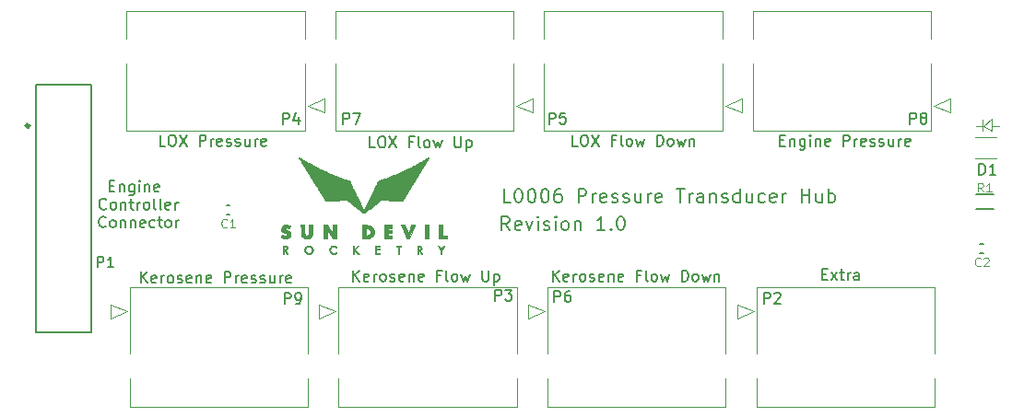
<source format=gbr>
%TF.GenerationSoftware,KiCad,Pcbnew,7.0.1*%
%TF.CreationDate,2023-04-04T11:35:32-07:00*%
%TF.ProjectId,PT Hub,50542048-7562-42e6-9b69-6361645f7063,v01*%
%TF.SameCoordinates,Original*%
%TF.FileFunction,Legend,Top*%
%TF.FilePolarity,Positive*%
%FSLAX46Y46*%
G04 Gerber Fmt 4.6, Leading zero omitted, Abs format (unit mm)*
G04 Created by KiCad (PCBNEW 7.0.1) date 2023-04-04 11:35:32*
%MOMM*%
%LPD*%
G01*
G04 APERTURE LIST*
%ADD10C,0.152400*%
%ADD11C,0.203200*%
%ADD12C,0.076200*%
%ADD13C,0.150000*%
%ADD14C,0.177800*%
%ADD15C,0.127000*%
%ADD16C,0.120000*%
%ADD17C,0.314000*%
%ADD18C,0.010000*%
G04 APERTURE END LIST*
D10*
X103535239Y-112484020D02*
X103051429Y-112484020D01*
X103051429Y-112484020D02*
X103051429Y-111468020D01*
X104067429Y-111468020D02*
X104260953Y-111468020D01*
X104260953Y-111468020D02*
X104357715Y-111516401D01*
X104357715Y-111516401D02*
X104454477Y-111613163D01*
X104454477Y-111613163D02*
X104502858Y-111806687D01*
X104502858Y-111806687D02*
X104502858Y-112145354D01*
X104502858Y-112145354D02*
X104454477Y-112338878D01*
X104454477Y-112338878D02*
X104357715Y-112435640D01*
X104357715Y-112435640D02*
X104260953Y-112484020D01*
X104260953Y-112484020D02*
X104067429Y-112484020D01*
X104067429Y-112484020D02*
X103970667Y-112435640D01*
X103970667Y-112435640D02*
X103873905Y-112338878D01*
X103873905Y-112338878D02*
X103825524Y-112145354D01*
X103825524Y-112145354D02*
X103825524Y-111806687D01*
X103825524Y-111806687D02*
X103873905Y-111613163D01*
X103873905Y-111613163D02*
X103970667Y-111516401D01*
X103970667Y-111516401D02*
X104067429Y-111468020D01*
X104841524Y-111468020D02*
X105518858Y-112484020D01*
X105518858Y-111468020D02*
X104841524Y-112484020D01*
X107018667Y-111951830D02*
X106680000Y-111951830D01*
X106680000Y-112484020D02*
X106680000Y-111468020D01*
X106680000Y-111468020D02*
X107163810Y-111468020D01*
X107696000Y-112484020D02*
X107599238Y-112435640D01*
X107599238Y-112435640D02*
X107550857Y-112338878D01*
X107550857Y-112338878D02*
X107550857Y-111468020D01*
X108228190Y-112484020D02*
X108131428Y-112435640D01*
X108131428Y-112435640D02*
X108083047Y-112387259D01*
X108083047Y-112387259D02*
X108034666Y-112290497D01*
X108034666Y-112290497D02*
X108034666Y-112000211D01*
X108034666Y-112000211D02*
X108083047Y-111903449D01*
X108083047Y-111903449D02*
X108131428Y-111855068D01*
X108131428Y-111855068D02*
X108228190Y-111806687D01*
X108228190Y-111806687D02*
X108373333Y-111806687D01*
X108373333Y-111806687D02*
X108470095Y-111855068D01*
X108470095Y-111855068D02*
X108518476Y-111903449D01*
X108518476Y-111903449D02*
X108566857Y-112000211D01*
X108566857Y-112000211D02*
X108566857Y-112290497D01*
X108566857Y-112290497D02*
X108518476Y-112387259D01*
X108518476Y-112387259D02*
X108470095Y-112435640D01*
X108470095Y-112435640D02*
X108373333Y-112484020D01*
X108373333Y-112484020D02*
X108228190Y-112484020D01*
X108905523Y-111806687D02*
X109099047Y-112484020D01*
X109099047Y-112484020D02*
X109292571Y-112000211D01*
X109292571Y-112000211D02*
X109486095Y-112484020D01*
X109486095Y-112484020D02*
X109679619Y-111806687D01*
X110840761Y-111468020D02*
X110840761Y-112290497D01*
X110840761Y-112290497D02*
X110889142Y-112387259D01*
X110889142Y-112387259D02*
X110937523Y-112435640D01*
X110937523Y-112435640D02*
X111034285Y-112484020D01*
X111034285Y-112484020D02*
X111227809Y-112484020D01*
X111227809Y-112484020D02*
X111324571Y-112435640D01*
X111324571Y-112435640D02*
X111372952Y-112387259D01*
X111372952Y-112387259D02*
X111421333Y-112290497D01*
X111421333Y-112290497D02*
X111421333Y-111468020D01*
X111905142Y-111806687D02*
X111905142Y-112822687D01*
X111905142Y-111855068D02*
X112001904Y-111806687D01*
X112001904Y-111806687D02*
X112195428Y-111806687D01*
X112195428Y-111806687D02*
X112292190Y-111855068D01*
X112292190Y-111855068D02*
X112340571Y-111903449D01*
X112340571Y-111903449D02*
X112388952Y-112000211D01*
X112388952Y-112000211D02*
X112388952Y-112290497D01*
X112388952Y-112290497D02*
X112340571Y-112387259D01*
X112340571Y-112387259D02*
X112292190Y-112435640D01*
X112292190Y-112435640D02*
X112195428Y-112484020D01*
X112195428Y-112484020D02*
X112001904Y-112484020D01*
X112001904Y-112484020D02*
X111905142Y-112435640D01*
X140734143Y-111824830D02*
X141072810Y-111824830D01*
X141217953Y-112357020D02*
X140734143Y-112357020D01*
X140734143Y-112357020D02*
X140734143Y-111341020D01*
X140734143Y-111341020D02*
X141217953Y-111341020D01*
X141653381Y-111679687D02*
X141653381Y-112357020D01*
X141653381Y-111776449D02*
X141701762Y-111728068D01*
X141701762Y-111728068D02*
X141798524Y-111679687D01*
X141798524Y-111679687D02*
X141943667Y-111679687D01*
X141943667Y-111679687D02*
X142040429Y-111728068D01*
X142040429Y-111728068D02*
X142088810Y-111824830D01*
X142088810Y-111824830D02*
X142088810Y-112357020D01*
X143008048Y-111679687D02*
X143008048Y-112502163D01*
X143008048Y-112502163D02*
X142959667Y-112598925D01*
X142959667Y-112598925D02*
X142911286Y-112647306D01*
X142911286Y-112647306D02*
X142814524Y-112695687D01*
X142814524Y-112695687D02*
X142669381Y-112695687D01*
X142669381Y-112695687D02*
X142572619Y-112647306D01*
X143008048Y-112308640D02*
X142911286Y-112357020D01*
X142911286Y-112357020D02*
X142717762Y-112357020D01*
X142717762Y-112357020D02*
X142621000Y-112308640D01*
X142621000Y-112308640D02*
X142572619Y-112260259D01*
X142572619Y-112260259D02*
X142524238Y-112163497D01*
X142524238Y-112163497D02*
X142524238Y-111873211D01*
X142524238Y-111873211D02*
X142572619Y-111776449D01*
X142572619Y-111776449D02*
X142621000Y-111728068D01*
X142621000Y-111728068D02*
X142717762Y-111679687D01*
X142717762Y-111679687D02*
X142911286Y-111679687D01*
X142911286Y-111679687D02*
X143008048Y-111728068D01*
X143491857Y-112357020D02*
X143491857Y-111679687D01*
X143491857Y-111341020D02*
X143443476Y-111389401D01*
X143443476Y-111389401D02*
X143491857Y-111437782D01*
X143491857Y-111437782D02*
X143540238Y-111389401D01*
X143540238Y-111389401D02*
X143491857Y-111341020D01*
X143491857Y-111341020D02*
X143491857Y-111437782D01*
X143975667Y-111679687D02*
X143975667Y-112357020D01*
X143975667Y-111776449D02*
X144024048Y-111728068D01*
X144024048Y-111728068D02*
X144120810Y-111679687D01*
X144120810Y-111679687D02*
X144265953Y-111679687D01*
X144265953Y-111679687D02*
X144362715Y-111728068D01*
X144362715Y-111728068D02*
X144411096Y-111824830D01*
X144411096Y-111824830D02*
X144411096Y-112357020D01*
X145281953Y-112308640D02*
X145185191Y-112357020D01*
X145185191Y-112357020D02*
X144991667Y-112357020D01*
X144991667Y-112357020D02*
X144894905Y-112308640D01*
X144894905Y-112308640D02*
X144846524Y-112211878D01*
X144846524Y-112211878D02*
X144846524Y-111824830D01*
X144846524Y-111824830D02*
X144894905Y-111728068D01*
X144894905Y-111728068D02*
X144991667Y-111679687D01*
X144991667Y-111679687D02*
X145185191Y-111679687D01*
X145185191Y-111679687D02*
X145281953Y-111728068D01*
X145281953Y-111728068D02*
X145330334Y-111824830D01*
X145330334Y-111824830D02*
X145330334Y-111921592D01*
X145330334Y-111921592D02*
X144846524Y-112018354D01*
X146539857Y-112357020D02*
X146539857Y-111341020D01*
X146539857Y-111341020D02*
X146926905Y-111341020D01*
X146926905Y-111341020D02*
X147023667Y-111389401D01*
X147023667Y-111389401D02*
X147072048Y-111437782D01*
X147072048Y-111437782D02*
X147120429Y-111534544D01*
X147120429Y-111534544D02*
X147120429Y-111679687D01*
X147120429Y-111679687D02*
X147072048Y-111776449D01*
X147072048Y-111776449D02*
X147023667Y-111824830D01*
X147023667Y-111824830D02*
X146926905Y-111873211D01*
X146926905Y-111873211D02*
X146539857Y-111873211D01*
X147555857Y-112357020D02*
X147555857Y-111679687D01*
X147555857Y-111873211D02*
X147604238Y-111776449D01*
X147604238Y-111776449D02*
X147652619Y-111728068D01*
X147652619Y-111728068D02*
X147749381Y-111679687D01*
X147749381Y-111679687D02*
X147846143Y-111679687D01*
X148571857Y-112308640D02*
X148475095Y-112357020D01*
X148475095Y-112357020D02*
X148281571Y-112357020D01*
X148281571Y-112357020D02*
X148184809Y-112308640D01*
X148184809Y-112308640D02*
X148136428Y-112211878D01*
X148136428Y-112211878D02*
X148136428Y-111824830D01*
X148136428Y-111824830D02*
X148184809Y-111728068D01*
X148184809Y-111728068D02*
X148281571Y-111679687D01*
X148281571Y-111679687D02*
X148475095Y-111679687D01*
X148475095Y-111679687D02*
X148571857Y-111728068D01*
X148571857Y-111728068D02*
X148620238Y-111824830D01*
X148620238Y-111824830D02*
X148620238Y-111921592D01*
X148620238Y-111921592D02*
X148136428Y-112018354D01*
X149007285Y-112308640D02*
X149104047Y-112357020D01*
X149104047Y-112357020D02*
X149297571Y-112357020D01*
X149297571Y-112357020D02*
X149394333Y-112308640D01*
X149394333Y-112308640D02*
X149442714Y-112211878D01*
X149442714Y-112211878D02*
X149442714Y-112163497D01*
X149442714Y-112163497D02*
X149394333Y-112066735D01*
X149394333Y-112066735D02*
X149297571Y-112018354D01*
X149297571Y-112018354D02*
X149152428Y-112018354D01*
X149152428Y-112018354D02*
X149055666Y-111969973D01*
X149055666Y-111969973D02*
X149007285Y-111873211D01*
X149007285Y-111873211D02*
X149007285Y-111824830D01*
X149007285Y-111824830D02*
X149055666Y-111728068D01*
X149055666Y-111728068D02*
X149152428Y-111679687D01*
X149152428Y-111679687D02*
X149297571Y-111679687D01*
X149297571Y-111679687D02*
X149394333Y-111728068D01*
X149829761Y-112308640D02*
X149926523Y-112357020D01*
X149926523Y-112357020D02*
X150120047Y-112357020D01*
X150120047Y-112357020D02*
X150216809Y-112308640D01*
X150216809Y-112308640D02*
X150265190Y-112211878D01*
X150265190Y-112211878D02*
X150265190Y-112163497D01*
X150265190Y-112163497D02*
X150216809Y-112066735D01*
X150216809Y-112066735D02*
X150120047Y-112018354D01*
X150120047Y-112018354D02*
X149974904Y-112018354D01*
X149974904Y-112018354D02*
X149878142Y-111969973D01*
X149878142Y-111969973D02*
X149829761Y-111873211D01*
X149829761Y-111873211D02*
X149829761Y-111824830D01*
X149829761Y-111824830D02*
X149878142Y-111728068D01*
X149878142Y-111728068D02*
X149974904Y-111679687D01*
X149974904Y-111679687D02*
X150120047Y-111679687D01*
X150120047Y-111679687D02*
X150216809Y-111728068D01*
X151136047Y-111679687D02*
X151136047Y-112357020D01*
X150700618Y-111679687D02*
X150700618Y-112211878D01*
X150700618Y-112211878D02*
X150748999Y-112308640D01*
X150748999Y-112308640D02*
X150845761Y-112357020D01*
X150845761Y-112357020D02*
X150990904Y-112357020D01*
X150990904Y-112357020D02*
X151087666Y-112308640D01*
X151087666Y-112308640D02*
X151136047Y-112260259D01*
X151619856Y-112357020D02*
X151619856Y-111679687D01*
X151619856Y-111873211D02*
X151668237Y-111776449D01*
X151668237Y-111776449D02*
X151716618Y-111728068D01*
X151716618Y-111728068D02*
X151813380Y-111679687D01*
X151813380Y-111679687D02*
X151910142Y-111679687D01*
X152635856Y-112308640D02*
X152539094Y-112357020D01*
X152539094Y-112357020D02*
X152345570Y-112357020D01*
X152345570Y-112357020D02*
X152248808Y-112308640D01*
X152248808Y-112308640D02*
X152200427Y-112211878D01*
X152200427Y-112211878D02*
X152200427Y-111824830D01*
X152200427Y-111824830D02*
X152248808Y-111728068D01*
X152248808Y-111728068D02*
X152345570Y-111679687D01*
X152345570Y-111679687D02*
X152539094Y-111679687D01*
X152539094Y-111679687D02*
X152635856Y-111728068D01*
X152635856Y-111728068D02*
X152684237Y-111824830D01*
X152684237Y-111824830D02*
X152684237Y-111921592D01*
X152684237Y-111921592D02*
X152200427Y-112018354D01*
X144610667Y-124143830D02*
X144949334Y-124143830D01*
X145094477Y-124676020D02*
X144610667Y-124676020D01*
X144610667Y-124676020D02*
X144610667Y-123660020D01*
X144610667Y-123660020D02*
X145094477Y-123660020D01*
X145433143Y-124676020D02*
X145965334Y-123998687D01*
X145433143Y-123998687D02*
X145965334Y-124676020D01*
X146207238Y-123998687D02*
X146594286Y-123998687D01*
X146352381Y-123660020D02*
X146352381Y-124530878D01*
X146352381Y-124530878D02*
X146400762Y-124627640D01*
X146400762Y-124627640D02*
X146497524Y-124676020D01*
X146497524Y-124676020D02*
X146594286Y-124676020D01*
X146932952Y-124676020D02*
X146932952Y-123998687D01*
X146932952Y-124192211D02*
X146981333Y-124095449D01*
X146981333Y-124095449D02*
X147029714Y-124047068D01*
X147029714Y-124047068D02*
X147126476Y-123998687D01*
X147126476Y-123998687D02*
X147223238Y-123998687D01*
X147997333Y-124676020D02*
X147997333Y-124143830D01*
X147997333Y-124143830D02*
X147948952Y-124047068D01*
X147948952Y-124047068D02*
X147852190Y-123998687D01*
X147852190Y-123998687D02*
X147658666Y-123998687D01*
X147658666Y-123998687D02*
X147561904Y-124047068D01*
X147997333Y-124627640D02*
X147900571Y-124676020D01*
X147900571Y-124676020D02*
X147658666Y-124676020D01*
X147658666Y-124676020D02*
X147561904Y-124627640D01*
X147561904Y-124627640D02*
X147513523Y-124530878D01*
X147513523Y-124530878D02*
X147513523Y-124434116D01*
X147513523Y-124434116D02*
X147561904Y-124337354D01*
X147561904Y-124337354D02*
X147658666Y-124288973D01*
X147658666Y-124288973D02*
X147900571Y-124288973D01*
X147900571Y-124288973D02*
X147997333Y-124240592D01*
D11*
X115878428Y-120094526D02*
X115455094Y-119489764D01*
X115152713Y-120094526D02*
X115152713Y-118824526D01*
X115152713Y-118824526D02*
X115636523Y-118824526D01*
X115636523Y-118824526D02*
X115757475Y-118885002D01*
X115757475Y-118885002D02*
X115817952Y-118945478D01*
X115817952Y-118945478D02*
X115878428Y-119066430D01*
X115878428Y-119066430D02*
X115878428Y-119247859D01*
X115878428Y-119247859D02*
X115817952Y-119368811D01*
X115817952Y-119368811D02*
X115757475Y-119429288D01*
X115757475Y-119429288D02*
X115636523Y-119489764D01*
X115636523Y-119489764D02*
X115152713Y-119489764D01*
X116906523Y-120034050D02*
X116785571Y-120094526D01*
X116785571Y-120094526D02*
X116543666Y-120094526D01*
X116543666Y-120094526D02*
X116422713Y-120034050D01*
X116422713Y-120034050D02*
X116362237Y-119913097D01*
X116362237Y-119913097D02*
X116362237Y-119429288D01*
X116362237Y-119429288D02*
X116422713Y-119308335D01*
X116422713Y-119308335D02*
X116543666Y-119247859D01*
X116543666Y-119247859D02*
X116785571Y-119247859D01*
X116785571Y-119247859D02*
X116906523Y-119308335D01*
X116906523Y-119308335D02*
X116966999Y-119429288D01*
X116966999Y-119429288D02*
X116966999Y-119550240D01*
X116966999Y-119550240D02*
X116362237Y-119671192D01*
X117390332Y-119247859D02*
X117692713Y-120094526D01*
X117692713Y-120094526D02*
X117995094Y-119247859D01*
X118478903Y-120094526D02*
X118478903Y-119247859D01*
X118478903Y-118824526D02*
X118418427Y-118885002D01*
X118418427Y-118885002D02*
X118478903Y-118945478D01*
X118478903Y-118945478D02*
X118539380Y-118885002D01*
X118539380Y-118885002D02*
X118478903Y-118824526D01*
X118478903Y-118824526D02*
X118478903Y-118945478D01*
X119023189Y-120034050D02*
X119144142Y-120094526D01*
X119144142Y-120094526D02*
X119386046Y-120094526D01*
X119386046Y-120094526D02*
X119506999Y-120034050D01*
X119506999Y-120034050D02*
X119567475Y-119913097D01*
X119567475Y-119913097D02*
X119567475Y-119852621D01*
X119567475Y-119852621D02*
X119506999Y-119731669D01*
X119506999Y-119731669D02*
X119386046Y-119671192D01*
X119386046Y-119671192D02*
X119204618Y-119671192D01*
X119204618Y-119671192D02*
X119083665Y-119610716D01*
X119083665Y-119610716D02*
X119023189Y-119489764D01*
X119023189Y-119489764D02*
X119023189Y-119429288D01*
X119023189Y-119429288D02*
X119083665Y-119308335D01*
X119083665Y-119308335D02*
X119204618Y-119247859D01*
X119204618Y-119247859D02*
X119386046Y-119247859D01*
X119386046Y-119247859D02*
X119506999Y-119308335D01*
X120111760Y-120094526D02*
X120111760Y-119247859D01*
X120111760Y-118824526D02*
X120051284Y-118885002D01*
X120051284Y-118885002D02*
X120111760Y-118945478D01*
X120111760Y-118945478D02*
X120172237Y-118885002D01*
X120172237Y-118885002D02*
X120111760Y-118824526D01*
X120111760Y-118824526D02*
X120111760Y-118945478D01*
X120897951Y-120094526D02*
X120776999Y-120034050D01*
X120776999Y-120034050D02*
X120716522Y-119973573D01*
X120716522Y-119973573D02*
X120656046Y-119852621D01*
X120656046Y-119852621D02*
X120656046Y-119489764D01*
X120656046Y-119489764D02*
X120716522Y-119368811D01*
X120716522Y-119368811D02*
X120776999Y-119308335D01*
X120776999Y-119308335D02*
X120897951Y-119247859D01*
X120897951Y-119247859D02*
X121079380Y-119247859D01*
X121079380Y-119247859D02*
X121200332Y-119308335D01*
X121200332Y-119308335D02*
X121260808Y-119368811D01*
X121260808Y-119368811D02*
X121321284Y-119489764D01*
X121321284Y-119489764D02*
X121321284Y-119852621D01*
X121321284Y-119852621D02*
X121260808Y-119973573D01*
X121260808Y-119973573D02*
X121200332Y-120034050D01*
X121200332Y-120034050D02*
X121079380Y-120094526D01*
X121079380Y-120094526D02*
X120897951Y-120094526D01*
X121865570Y-119247859D02*
X121865570Y-120094526D01*
X121865570Y-119368811D02*
X121926047Y-119308335D01*
X121926047Y-119308335D02*
X122046999Y-119247859D01*
X122046999Y-119247859D02*
X122228428Y-119247859D01*
X122228428Y-119247859D02*
X122349380Y-119308335D01*
X122349380Y-119308335D02*
X122409856Y-119429288D01*
X122409856Y-119429288D02*
X122409856Y-120094526D01*
X124647476Y-120094526D02*
X123921761Y-120094526D01*
X124284618Y-120094526D02*
X124284618Y-118824526D01*
X124284618Y-118824526D02*
X124163666Y-119005954D01*
X124163666Y-119005954D02*
X124042714Y-119126907D01*
X124042714Y-119126907D02*
X123921761Y-119187383D01*
X125191761Y-119973573D02*
X125252238Y-120034050D01*
X125252238Y-120034050D02*
X125191761Y-120094526D01*
X125191761Y-120094526D02*
X125131285Y-120034050D01*
X125131285Y-120034050D02*
X125191761Y-119973573D01*
X125191761Y-119973573D02*
X125191761Y-120094526D01*
X126038428Y-118824526D02*
X126159381Y-118824526D01*
X126159381Y-118824526D02*
X126280333Y-118885002D01*
X126280333Y-118885002D02*
X126340809Y-118945478D01*
X126340809Y-118945478D02*
X126401285Y-119066430D01*
X126401285Y-119066430D02*
X126461762Y-119308335D01*
X126461762Y-119308335D02*
X126461762Y-119610716D01*
X126461762Y-119610716D02*
X126401285Y-119852621D01*
X126401285Y-119852621D02*
X126340809Y-119973573D01*
X126340809Y-119973573D02*
X126280333Y-120034050D01*
X126280333Y-120034050D02*
X126159381Y-120094526D01*
X126159381Y-120094526D02*
X126038428Y-120094526D01*
X126038428Y-120094526D02*
X125917476Y-120034050D01*
X125917476Y-120034050D02*
X125857000Y-119973573D01*
X125857000Y-119973573D02*
X125796523Y-119852621D01*
X125796523Y-119852621D02*
X125736047Y-119610716D01*
X125736047Y-119610716D02*
X125736047Y-119308335D01*
X125736047Y-119308335D02*
X125796523Y-119066430D01*
X125796523Y-119066430D02*
X125857000Y-118945478D01*
X125857000Y-118945478D02*
X125917476Y-118885002D01*
X125917476Y-118885002D02*
X126038428Y-118824526D01*
D10*
X122125620Y-112357020D02*
X121641810Y-112357020D01*
X121641810Y-112357020D02*
X121641810Y-111341020D01*
X122657810Y-111341020D02*
X122851334Y-111341020D01*
X122851334Y-111341020D02*
X122948096Y-111389401D01*
X122948096Y-111389401D02*
X123044858Y-111486163D01*
X123044858Y-111486163D02*
X123093239Y-111679687D01*
X123093239Y-111679687D02*
X123093239Y-112018354D01*
X123093239Y-112018354D02*
X123044858Y-112211878D01*
X123044858Y-112211878D02*
X122948096Y-112308640D01*
X122948096Y-112308640D02*
X122851334Y-112357020D01*
X122851334Y-112357020D02*
X122657810Y-112357020D01*
X122657810Y-112357020D02*
X122561048Y-112308640D01*
X122561048Y-112308640D02*
X122464286Y-112211878D01*
X122464286Y-112211878D02*
X122415905Y-112018354D01*
X122415905Y-112018354D02*
X122415905Y-111679687D01*
X122415905Y-111679687D02*
X122464286Y-111486163D01*
X122464286Y-111486163D02*
X122561048Y-111389401D01*
X122561048Y-111389401D02*
X122657810Y-111341020D01*
X123431905Y-111341020D02*
X124109239Y-112357020D01*
X124109239Y-111341020D02*
X123431905Y-112357020D01*
X125609048Y-111824830D02*
X125270381Y-111824830D01*
X125270381Y-112357020D02*
X125270381Y-111341020D01*
X125270381Y-111341020D02*
X125754191Y-111341020D01*
X126286381Y-112357020D02*
X126189619Y-112308640D01*
X126189619Y-112308640D02*
X126141238Y-112211878D01*
X126141238Y-112211878D02*
X126141238Y-111341020D01*
X126818571Y-112357020D02*
X126721809Y-112308640D01*
X126721809Y-112308640D02*
X126673428Y-112260259D01*
X126673428Y-112260259D02*
X126625047Y-112163497D01*
X126625047Y-112163497D02*
X126625047Y-111873211D01*
X126625047Y-111873211D02*
X126673428Y-111776449D01*
X126673428Y-111776449D02*
X126721809Y-111728068D01*
X126721809Y-111728068D02*
X126818571Y-111679687D01*
X126818571Y-111679687D02*
X126963714Y-111679687D01*
X126963714Y-111679687D02*
X127060476Y-111728068D01*
X127060476Y-111728068D02*
X127108857Y-111776449D01*
X127108857Y-111776449D02*
X127157238Y-111873211D01*
X127157238Y-111873211D02*
X127157238Y-112163497D01*
X127157238Y-112163497D02*
X127108857Y-112260259D01*
X127108857Y-112260259D02*
X127060476Y-112308640D01*
X127060476Y-112308640D02*
X126963714Y-112357020D01*
X126963714Y-112357020D02*
X126818571Y-112357020D01*
X127495904Y-111679687D02*
X127689428Y-112357020D01*
X127689428Y-112357020D02*
X127882952Y-111873211D01*
X127882952Y-111873211D02*
X128076476Y-112357020D01*
X128076476Y-112357020D02*
X128270000Y-111679687D01*
X129431142Y-112357020D02*
X129431142Y-111341020D01*
X129431142Y-111341020D02*
X129673047Y-111341020D01*
X129673047Y-111341020D02*
X129818190Y-111389401D01*
X129818190Y-111389401D02*
X129914952Y-111486163D01*
X129914952Y-111486163D02*
X129963333Y-111582925D01*
X129963333Y-111582925D02*
X130011714Y-111776449D01*
X130011714Y-111776449D02*
X130011714Y-111921592D01*
X130011714Y-111921592D02*
X129963333Y-112115116D01*
X129963333Y-112115116D02*
X129914952Y-112211878D01*
X129914952Y-112211878D02*
X129818190Y-112308640D01*
X129818190Y-112308640D02*
X129673047Y-112357020D01*
X129673047Y-112357020D02*
X129431142Y-112357020D01*
X130592285Y-112357020D02*
X130495523Y-112308640D01*
X130495523Y-112308640D02*
X130447142Y-112260259D01*
X130447142Y-112260259D02*
X130398761Y-112163497D01*
X130398761Y-112163497D02*
X130398761Y-111873211D01*
X130398761Y-111873211D02*
X130447142Y-111776449D01*
X130447142Y-111776449D02*
X130495523Y-111728068D01*
X130495523Y-111728068D02*
X130592285Y-111679687D01*
X130592285Y-111679687D02*
X130737428Y-111679687D01*
X130737428Y-111679687D02*
X130834190Y-111728068D01*
X130834190Y-111728068D02*
X130882571Y-111776449D01*
X130882571Y-111776449D02*
X130930952Y-111873211D01*
X130930952Y-111873211D02*
X130930952Y-112163497D01*
X130930952Y-112163497D02*
X130882571Y-112260259D01*
X130882571Y-112260259D02*
X130834190Y-112308640D01*
X130834190Y-112308640D02*
X130737428Y-112357020D01*
X130737428Y-112357020D02*
X130592285Y-112357020D01*
X131269618Y-111679687D02*
X131463142Y-112357020D01*
X131463142Y-112357020D02*
X131656666Y-111873211D01*
X131656666Y-111873211D02*
X131850190Y-112357020D01*
X131850190Y-112357020D02*
X132043714Y-111679687D01*
X132430761Y-111679687D02*
X132430761Y-112357020D01*
X132430761Y-111776449D02*
X132479142Y-111728068D01*
X132479142Y-111728068D02*
X132575904Y-111679687D01*
X132575904Y-111679687D02*
X132721047Y-111679687D01*
X132721047Y-111679687D02*
X132817809Y-111728068D01*
X132817809Y-111728068D02*
X132866190Y-111824830D01*
X132866190Y-111824830D02*
X132866190Y-112357020D01*
D11*
X115981238Y-117554526D02*
X115376476Y-117554526D01*
X115376476Y-117554526D02*
X115376476Y-116284526D01*
X116646476Y-116284526D02*
X116767429Y-116284526D01*
X116767429Y-116284526D02*
X116888381Y-116345002D01*
X116888381Y-116345002D02*
X116948857Y-116405478D01*
X116948857Y-116405478D02*
X117009333Y-116526430D01*
X117009333Y-116526430D02*
X117069810Y-116768335D01*
X117069810Y-116768335D02*
X117069810Y-117070716D01*
X117069810Y-117070716D02*
X117009333Y-117312621D01*
X117009333Y-117312621D02*
X116948857Y-117433573D01*
X116948857Y-117433573D02*
X116888381Y-117494050D01*
X116888381Y-117494050D02*
X116767429Y-117554526D01*
X116767429Y-117554526D02*
X116646476Y-117554526D01*
X116646476Y-117554526D02*
X116525524Y-117494050D01*
X116525524Y-117494050D02*
X116465048Y-117433573D01*
X116465048Y-117433573D02*
X116404571Y-117312621D01*
X116404571Y-117312621D02*
X116344095Y-117070716D01*
X116344095Y-117070716D02*
X116344095Y-116768335D01*
X116344095Y-116768335D02*
X116404571Y-116526430D01*
X116404571Y-116526430D02*
X116465048Y-116405478D01*
X116465048Y-116405478D02*
X116525524Y-116345002D01*
X116525524Y-116345002D02*
X116646476Y-116284526D01*
X117856000Y-116284526D02*
X117976953Y-116284526D01*
X117976953Y-116284526D02*
X118097905Y-116345002D01*
X118097905Y-116345002D02*
X118158381Y-116405478D01*
X118158381Y-116405478D02*
X118218857Y-116526430D01*
X118218857Y-116526430D02*
X118279334Y-116768335D01*
X118279334Y-116768335D02*
X118279334Y-117070716D01*
X118279334Y-117070716D02*
X118218857Y-117312621D01*
X118218857Y-117312621D02*
X118158381Y-117433573D01*
X118158381Y-117433573D02*
X118097905Y-117494050D01*
X118097905Y-117494050D02*
X117976953Y-117554526D01*
X117976953Y-117554526D02*
X117856000Y-117554526D01*
X117856000Y-117554526D02*
X117735048Y-117494050D01*
X117735048Y-117494050D02*
X117674572Y-117433573D01*
X117674572Y-117433573D02*
X117614095Y-117312621D01*
X117614095Y-117312621D02*
X117553619Y-117070716D01*
X117553619Y-117070716D02*
X117553619Y-116768335D01*
X117553619Y-116768335D02*
X117614095Y-116526430D01*
X117614095Y-116526430D02*
X117674572Y-116405478D01*
X117674572Y-116405478D02*
X117735048Y-116345002D01*
X117735048Y-116345002D02*
X117856000Y-116284526D01*
X119065524Y-116284526D02*
X119186477Y-116284526D01*
X119186477Y-116284526D02*
X119307429Y-116345002D01*
X119307429Y-116345002D02*
X119367905Y-116405478D01*
X119367905Y-116405478D02*
X119428381Y-116526430D01*
X119428381Y-116526430D02*
X119488858Y-116768335D01*
X119488858Y-116768335D02*
X119488858Y-117070716D01*
X119488858Y-117070716D02*
X119428381Y-117312621D01*
X119428381Y-117312621D02*
X119367905Y-117433573D01*
X119367905Y-117433573D02*
X119307429Y-117494050D01*
X119307429Y-117494050D02*
X119186477Y-117554526D01*
X119186477Y-117554526D02*
X119065524Y-117554526D01*
X119065524Y-117554526D02*
X118944572Y-117494050D01*
X118944572Y-117494050D02*
X118884096Y-117433573D01*
X118884096Y-117433573D02*
X118823619Y-117312621D01*
X118823619Y-117312621D02*
X118763143Y-117070716D01*
X118763143Y-117070716D02*
X118763143Y-116768335D01*
X118763143Y-116768335D02*
X118823619Y-116526430D01*
X118823619Y-116526430D02*
X118884096Y-116405478D01*
X118884096Y-116405478D02*
X118944572Y-116345002D01*
X118944572Y-116345002D02*
X119065524Y-116284526D01*
X120577429Y-116284526D02*
X120335524Y-116284526D01*
X120335524Y-116284526D02*
X120214572Y-116345002D01*
X120214572Y-116345002D02*
X120154096Y-116405478D01*
X120154096Y-116405478D02*
X120033143Y-116586907D01*
X120033143Y-116586907D02*
X119972667Y-116828811D01*
X119972667Y-116828811D02*
X119972667Y-117312621D01*
X119972667Y-117312621D02*
X120033143Y-117433573D01*
X120033143Y-117433573D02*
X120093620Y-117494050D01*
X120093620Y-117494050D02*
X120214572Y-117554526D01*
X120214572Y-117554526D02*
X120456477Y-117554526D01*
X120456477Y-117554526D02*
X120577429Y-117494050D01*
X120577429Y-117494050D02*
X120637905Y-117433573D01*
X120637905Y-117433573D02*
X120698382Y-117312621D01*
X120698382Y-117312621D02*
X120698382Y-117010240D01*
X120698382Y-117010240D02*
X120637905Y-116889288D01*
X120637905Y-116889288D02*
X120577429Y-116828811D01*
X120577429Y-116828811D02*
X120456477Y-116768335D01*
X120456477Y-116768335D02*
X120214572Y-116768335D01*
X120214572Y-116768335D02*
X120093620Y-116828811D01*
X120093620Y-116828811D02*
X120033143Y-116889288D01*
X120033143Y-116889288D02*
X119972667Y-117010240D01*
X122210286Y-117554526D02*
X122210286Y-116284526D01*
X122210286Y-116284526D02*
X122694096Y-116284526D01*
X122694096Y-116284526D02*
X122815048Y-116345002D01*
X122815048Y-116345002D02*
X122875525Y-116405478D01*
X122875525Y-116405478D02*
X122936001Y-116526430D01*
X122936001Y-116526430D02*
X122936001Y-116707859D01*
X122936001Y-116707859D02*
X122875525Y-116828811D01*
X122875525Y-116828811D02*
X122815048Y-116889288D01*
X122815048Y-116889288D02*
X122694096Y-116949764D01*
X122694096Y-116949764D02*
X122210286Y-116949764D01*
X123480286Y-117554526D02*
X123480286Y-116707859D01*
X123480286Y-116949764D02*
X123540763Y-116828811D01*
X123540763Y-116828811D02*
X123601239Y-116768335D01*
X123601239Y-116768335D02*
X123722191Y-116707859D01*
X123722191Y-116707859D02*
X123843144Y-116707859D01*
X124750286Y-117494050D02*
X124629334Y-117554526D01*
X124629334Y-117554526D02*
X124387429Y-117554526D01*
X124387429Y-117554526D02*
X124266476Y-117494050D01*
X124266476Y-117494050D02*
X124206000Y-117373097D01*
X124206000Y-117373097D02*
X124206000Y-116889288D01*
X124206000Y-116889288D02*
X124266476Y-116768335D01*
X124266476Y-116768335D02*
X124387429Y-116707859D01*
X124387429Y-116707859D02*
X124629334Y-116707859D01*
X124629334Y-116707859D02*
X124750286Y-116768335D01*
X124750286Y-116768335D02*
X124810762Y-116889288D01*
X124810762Y-116889288D02*
X124810762Y-117010240D01*
X124810762Y-117010240D02*
X124206000Y-117131192D01*
X125294571Y-117494050D02*
X125415524Y-117554526D01*
X125415524Y-117554526D02*
X125657428Y-117554526D01*
X125657428Y-117554526D02*
X125778381Y-117494050D01*
X125778381Y-117494050D02*
X125838857Y-117373097D01*
X125838857Y-117373097D02*
X125838857Y-117312621D01*
X125838857Y-117312621D02*
X125778381Y-117191669D01*
X125778381Y-117191669D02*
X125657428Y-117131192D01*
X125657428Y-117131192D02*
X125476000Y-117131192D01*
X125476000Y-117131192D02*
X125355047Y-117070716D01*
X125355047Y-117070716D02*
X125294571Y-116949764D01*
X125294571Y-116949764D02*
X125294571Y-116889288D01*
X125294571Y-116889288D02*
X125355047Y-116768335D01*
X125355047Y-116768335D02*
X125476000Y-116707859D01*
X125476000Y-116707859D02*
X125657428Y-116707859D01*
X125657428Y-116707859D02*
X125778381Y-116768335D01*
X126322666Y-117494050D02*
X126443619Y-117554526D01*
X126443619Y-117554526D02*
X126685523Y-117554526D01*
X126685523Y-117554526D02*
X126806476Y-117494050D01*
X126806476Y-117494050D02*
X126866952Y-117373097D01*
X126866952Y-117373097D02*
X126866952Y-117312621D01*
X126866952Y-117312621D02*
X126806476Y-117191669D01*
X126806476Y-117191669D02*
X126685523Y-117131192D01*
X126685523Y-117131192D02*
X126504095Y-117131192D01*
X126504095Y-117131192D02*
X126383142Y-117070716D01*
X126383142Y-117070716D02*
X126322666Y-116949764D01*
X126322666Y-116949764D02*
X126322666Y-116889288D01*
X126322666Y-116889288D02*
X126383142Y-116768335D01*
X126383142Y-116768335D02*
X126504095Y-116707859D01*
X126504095Y-116707859D02*
X126685523Y-116707859D01*
X126685523Y-116707859D02*
X126806476Y-116768335D01*
X127955523Y-116707859D02*
X127955523Y-117554526D01*
X127411237Y-116707859D02*
X127411237Y-117373097D01*
X127411237Y-117373097D02*
X127471714Y-117494050D01*
X127471714Y-117494050D02*
X127592666Y-117554526D01*
X127592666Y-117554526D02*
X127774095Y-117554526D01*
X127774095Y-117554526D02*
X127895047Y-117494050D01*
X127895047Y-117494050D02*
X127955523Y-117433573D01*
X128560285Y-117554526D02*
X128560285Y-116707859D01*
X128560285Y-116949764D02*
X128620762Y-116828811D01*
X128620762Y-116828811D02*
X128681238Y-116768335D01*
X128681238Y-116768335D02*
X128802190Y-116707859D01*
X128802190Y-116707859D02*
X128923143Y-116707859D01*
X129830285Y-117494050D02*
X129709333Y-117554526D01*
X129709333Y-117554526D02*
X129467428Y-117554526D01*
X129467428Y-117554526D02*
X129346475Y-117494050D01*
X129346475Y-117494050D02*
X129285999Y-117373097D01*
X129285999Y-117373097D02*
X129285999Y-116889288D01*
X129285999Y-116889288D02*
X129346475Y-116768335D01*
X129346475Y-116768335D02*
X129467428Y-116707859D01*
X129467428Y-116707859D02*
X129709333Y-116707859D01*
X129709333Y-116707859D02*
X129830285Y-116768335D01*
X129830285Y-116768335D02*
X129890761Y-116889288D01*
X129890761Y-116889288D02*
X129890761Y-117010240D01*
X129890761Y-117010240D02*
X129285999Y-117131192D01*
X131221237Y-116284526D02*
X131946951Y-116284526D01*
X131584094Y-117554526D02*
X131584094Y-116284526D01*
X132370284Y-117554526D02*
X132370284Y-116707859D01*
X132370284Y-116949764D02*
X132430761Y-116828811D01*
X132430761Y-116828811D02*
X132491237Y-116768335D01*
X132491237Y-116768335D02*
X132612189Y-116707859D01*
X132612189Y-116707859D02*
X132733142Y-116707859D01*
X133700760Y-117554526D02*
X133700760Y-116889288D01*
X133700760Y-116889288D02*
X133640284Y-116768335D01*
X133640284Y-116768335D02*
X133519332Y-116707859D01*
X133519332Y-116707859D02*
X133277427Y-116707859D01*
X133277427Y-116707859D02*
X133156474Y-116768335D01*
X133700760Y-117494050D02*
X133579808Y-117554526D01*
X133579808Y-117554526D02*
X133277427Y-117554526D01*
X133277427Y-117554526D02*
X133156474Y-117494050D01*
X133156474Y-117494050D02*
X133095998Y-117373097D01*
X133095998Y-117373097D02*
X133095998Y-117252145D01*
X133095998Y-117252145D02*
X133156474Y-117131192D01*
X133156474Y-117131192D02*
X133277427Y-117070716D01*
X133277427Y-117070716D02*
X133579808Y-117070716D01*
X133579808Y-117070716D02*
X133700760Y-117010240D01*
X134305522Y-116707859D02*
X134305522Y-117554526D01*
X134305522Y-116828811D02*
X134365999Y-116768335D01*
X134365999Y-116768335D02*
X134486951Y-116707859D01*
X134486951Y-116707859D02*
X134668380Y-116707859D01*
X134668380Y-116707859D02*
X134789332Y-116768335D01*
X134789332Y-116768335D02*
X134849808Y-116889288D01*
X134849808Y-116889288D02*
X134849808Y-117554526D01*
X135394094Y-117494050D02*
X135515047Y-117554526D01*
X135515047Y-117554526D02*
X135756951Y-117554526D01*
X135756951Y-117554526D02*
X135877904Y-117494050D01*
X135877904Y-117494050D02*
X135938380Y-117373097D01*
X135938380Y-117373097D02*
X135938380Y-117312621D01*
X135938380Y-117312621D02*
X135877904Y-117191669D01*
X135877904Y-117191669D02*
X135756951Y-117131192D01*
X135756951Y-117131192D02*
X135575523Y-117131192D01*
X135575523Y-117131192D02*
X135454570Y-117070716D01*
X135454570Y-117070716D02*
X135394094Y-116949764D01*
X135394094Y-116949764D02*
X135394094Y-116889288D01*
X135394094Y-116889288D02*
X135454570Y-116768335D01*
X135454570Y-116768335D02*
X135575523Y-116707859D01*
X135575523Y-116707859D02*
X135756951Y-116707859D01*
X135756951Y-116707859D02*
X135877904Y-116768335D01*
X137026951Y-117554526D02*
X137026951Y-116284526D01*
X137026951Y-117494050D02*
X136905999Y-117554526D01*
X136905999Y-117554526D02*
X136664094Y-117554526D01*
X136664094Y-117554526D02*
X136543142Y-117494050D01*
X136543142Y-117494050D02*
X136482665Y-117433573D01*
X136482665Y-117433573D02*
X136422189Y-117312621D01*
X136422189Y-117312621D02*
X136422189Y-116949764D01*
X136422189Y-116949764D02*
X136482665Y-116828811D01*
X136482665Y-116828811D02*
X136543142Y-116768335D01*
X136543142Y-116768335D02*
X136664094Y-116707859D01*
X136664094Y-116707859D02*
X136905999Y-116707859D01*
X136905999Y-116707859D02*
X137026951Y-116768335D01*
X138175999Y-116707859D02*
X138175999Y-117554526D01*
X137631713Y-116707859D02*
X137631713Y-117373097D01*
X137631713Y-117373097D02*
X137692190Y-117494050D01*
X137692190Y-117494050D02*
X137813142Y-117554526D01*
X137813142Y-117554526D02*
X137994571Y-117554526D01*
X137994571Y-117554526D02*
X138115523Y-117494050D01*
X138115523Y-117494050D02*
X138175999Y-117433573D01*
X139325047Y-117494050D02*
X139204095Y-117554526D01*
X139204095Y-117554526D02*
X138962190Y-117554526D01*
X138962190Y-117554526D02*
X138841238Y-117494050D01*
X138841238Y-117494050D02*
X138780761Y-117433573D01*
X138780761Y-117433573D02*
X138720285Y-117312621D01*
X138720285Y-117312621D02*
X138720285Y-116949764D01*
X138720285Y-116949764D02*
X138780761Y-116828811D01*
X138780761Y-116828811D02*
X138841238Y-116768335D01*
X138841238Y-116768335D02*
X138962190Y-116707859D01*
X138962190Y-116707859D02*
X139204095Y-116707859D01*
X139204095Y-116707859D02*
X139325047Y-116768335D01*
X140353142Y-117494050D02*
X140232190Y-117554526D01*
X140232190Y-117554526D02*
X139990285Y-117554526D01*
X139990285Y-117554526D02*
X139869332Y-117494050D01*
X139869332Y-117494050D02*
X139808856Y-117373097D01*
X139808856Y-117373097D02*
X139808856Y-116889288D01*
X139808856Y-116889288D02*
X139869332Y-116768335D01*
X139869332Y-116768335D02*
X139990285Y-116707859D01*
X139990285Y-116707859D02*
X140232190Y-116707859D01*
X140232190Y-116707859D02*
X140353142Y-116768335D01*
X140353142Y-116768335D02*
X140413618Y-116889288D01*
X140413618Y-116889288D02*
X140413618Y-117010240D01*
X140413618Y-117010240D02*
X139808856Y-117131192D01*
X140957903Y-117554526D02*
X140957903Y-116707859D01*
X140957903Y-116949764D02*
X141018380Y-116828811D01*
X141018380Y-116828811D02*
X141078856Y-116768335D01*
X141078856Y-116768335D02*
X141199808Y-116707859D01*
X141199808Y-116707859D02*
X141320761Y-116707859D01*
X142711712Y-117554526D02*
X142711712Y-116284526D01*
X142711712Y-116889288D02*
X143437427Y-116889288D01*
X143437427Y-117554526D02*
X143437427Y-116284526D01*
X144586474Y-116707859D02*
X144586474Y-117554526D01*
X144042188Y-116707859D02*
X144042188Y-117373097D01*
X144042188Y-117373097D02*
X144102665Y-117494050D01*
X144102665Y-117494050D02*
X144223617Y-117554526D01*
X144223617Y-117554526D02*
X144405046Y-117554526D01*
X144405046Y-117554526D02*
X144525998Y-117494050D01*
X144525998Y-117494050D02*
X144586474Y-117433573D01*
X145191236Y-117554526D02*
X145191236Y-116284526D01*
X145191236Y-116768335D02*
X145312189Y-116707859D01*
X145312189Y-116707859D02*
X145554094Y-116707859D01*
X145554094Y-116707859D02*
X145675046Y-116768335D01*
X145675046Y-116768335D02*
X145735522Y-116828811D01*
X145735522Y-116828811D02*
X145795998Y-116949764D01*
X145795998Y-116949764D02*
X145795998Y-117312621D01*
X145795998Y-117312621D02*
X145735522Y-117433573D01*
X145735522Y-117433573D02*
X145675046Y-117494050D01*
X145675046Y-117494050D02*
X145554094Y-117554526D01*
X145554094Y-117554526D02*
X145312189Y-117554526D01*
X145312189Y-117554526D02*
X145191236Y-117494050D01*
D10*
X101527429Y-124803020D02*
X101527429Y-123787020D01*
X102108001Y-124803020D02*
X101672572Y-124222449D01*
X102108001Y-123787020D02*
X101527429Y-124367592D01*
X102930477Y-124754640D02*
X102833715Y-124803020D01*
X102833715Y-124803020D02*
X102640191Y-124803020D01*
X102640191Y-124803020D02*
X102543429Y-124754640D01*
X102543429Y-124754640D02*
X102495048Y-124657878D01*
X102495048Y-124657878D02*
X102495048Y-124270830D01*
X102495048Y-124270830D02*
X102543429Y-124174068D01*
X102543429Y-124174068D02*
X102640191Y-124125687D01*
X102640191Y-124125687D02*
X102833715Y-124125687D01*
X102833715Y-124125687D02*
X102930477Y-124174068D01*
X102930477Y-124174068D02*
X102978858Y-124270830D01*
X102978858Y-124270830D02*
X102978858Y-124367592D01*
X102978858Y-124367592D02*
X102495048Y-124464354D01*
X103414286Y-124803020D02*
X103414286Y-124125687D01*
X103414286Y-124319211D02*
X103462667Y-124222449D01*
X103462667Y-124222449D02*
X103511048Y-124174068D01*
X103511048Y-124174068D02*
X103607810Y-124125687D01*
X103607810Y-124125687D02*
X103704572Y-124125687D01*
X104188381Y-124803020D02*
X104091619Y-124754640D01*
X104091619Y-124754640D02*
X104043238Y-124706259D01*
X104043238Y-124706259D02*
X103994857Y-124609497D01*
X103994857Y-124609497D02*
X103994857Y-124319211D01*
X103994857Y-124319211D02*
X104043238Y-124222449D01*
X104043238Y-124222449D02*
X104091619Y-124174068D01*
X104091619Y-124174068D02*
X104188381Y-124125687D01*
X104188381Y-124125687D02*
X104333524Y-124125687D01*
X104333524Y-124125687D02*
X104430286Y-124174068D01*
X104430286Y-124174068D02*
X104478667Y-124222449D01*
X104478667Y-124222449D02*
X104527048Y-124319211D01*
X104527048Y-124319211D02*
X104527048Y-124609497D01*
X104527048Y-124609497D02*
X104478667Y-124706259D01*
X104478667Y-124706259D02*
X104430286Y-124754640D01*
X104430286Y-124754640D02*
X104333524Y-124803020D01*
X104333524Y-124803020D02*
X104188381Y-124803020D01*
X104914095Y-124754640D02*
X105010857Y-124803020D01*
X105010857Y-124803020D02*
X105204381Y-124803020D01*
X105204381Y-124803020D02*
X105301143Y-124754640D01*
X105301143Y-124754640D02*
X105349524Y-124657878D01*
X105349524Y-124657878D02*
X105349524Y-124609497D01*
X105349524Y-124609497D02*
X105301143Y-124512735D01*
X105301143Y-124512735D02*
X105204381Y-124464354D01*
X105204381Y-124464354D02*
X105059238Y-124464354D01*
X105059238Y-124464354D02*
X104962476Y-124415973D01*
X104962476Y-124415973D02*
X104914095Y-124319211D01*
X104914095Y-124319211D02*
X104914095Y-124270830D01*
X104914095Y-124270830D02*
X104962476Y-124174068D01*
X104962476Y-124174068D02*
X105059238Y-124125687D01*
X105059238Y-124125687D02*
X105204381Y-124125687D01*
X105204381Y-124125687D02*
X105301143Y-124174068D01*
X106172000Y-124754640D02*
X106075238Y-124803020D01*
X106075238Y-124803020D02*
X105881714Y-124803020D01*
X105881714Y-124803020D02*
X105784952Y-124754640D01*
X105784952Y-124754640D02*
X105736571Y-124657878D01*
X105736571Y-124657878D02*
X105736571Y-124270830D01*
X105736571Y-124270830D02*
X105784952Y-124174068D01*
X105784952Y-124174068D02*
X105881714Y-124125687D01*
X105881714Y-124125687D02*
X106075238Y-124125687D01*
X106075238Y-124125687D02*
X106172000Y-124174068D01*
X106172000Y-124174068D02*
X106220381Y-124270830D01*
X106220381Y-124270830D02*
X106220381Y-124367592D01*
X106220381Y-124367592D02*
X105736571Y-124464354D01*
X106655809Y-124125687D02*
X106655809Y-124803020D01*
X106655809Y-124222449D02*
X106704190Y-124174068D01*
X106704190Y-124174068D02*
X106800952Y-124125687D01*
X106800952Y-124125687D02*
X106946095Y-124125687D01*
X106946095Y-124125687D02*
X107042857Y-124174068D01*
X107042857Y-124174068D02*
X107091238Y-124270830D01*
X107091238Y-124270830D02*
X107091238Y-124803020D01*
X107962095Y-124754640D02*
X107865333Y-124803020D01*
X107865333Y-124803020D02*
X107671809Y-124803020D01*
X107671809Y-124803020D02*
X107575047Y-124754640D01*
X107575047Y-124754640D02*
X107526666Y-124657878D01*
X107526666Y-124657878D02*
X107526666Y-124270830D01*
X107526666Y-124270830D02*
X107575047Y-124174068D01*
X107575047Y-124174068D02*
X107671809Y-124125687D01*
X107671809Y-124125687D02*
X107865333Y-124125687D01*
X107865333Y-124125687D02*
X107962095Y-124174068D01*
X107962095Y-124174068D02*
X108010476Y-124270830D01*
X108010476Y-124270830D02*
X108010476Y-124367592D01*
X108010476Y-124367592D02*
X107526666Y-124464354D01*
X109558666Y-124270830D02*
X109219999Y-124270830D01*
X109219999Y-124803020D02*
X109219999Y-123787020D01*
X109219999Y-123787020D02*
X109703809Y-123787020D01*
X110235999Y-124803020D02*
X110139237Y-124754640D01*
X110139237Y-124754640D02*
X110090856Y-124657878D01*
X110090856Y-124657878D02*
X110090856Y-123787020D01*
X110768189Y-124803020D02*
X110671427Y-124754640D01*
X110671427Y-124754640D02*
X110623046Y-124706259D01*
X110623046Y-124706259D02*
X110574665Y-124609497D01*
X110574665Y-124609497D02*
X110574665Y-124319211D01*
X110574665Y-124319211D02*
X110623046Y-124222449D01*
X110623046Y-124222449D02*
X110671427Y-124174068D01*
X110671427Y-124174068D02*
X110768189Y-124125687D01*
X110768189Y-124125687D02*
X110913332Y-124125687D01*
X110913332Y-124125687D02*
X111010094Y-124174068D01*
X111010094Y-124174068D02*
X111058475Y-124222449D01*
X111058475Y-124222449D02*
X111106856Y-124319211D01*
X111106856Y-124319211D02*
X111106856Y-124609497D01*
X111106856Y-124609497D02*
X111058475Y-124706259D01*
X111058475Y-124706259D02*
X111010094Y-124754640D01*
X111010094Y-124754640D02*
X110913332Y-124803020D01*
X110913332Y-124803020D02*
X110768189Y-124803020D01*
X111445522Y-124125687D02*
X111639046Y-124803020D01*
X111639046Y-124803020D02*
X111832570Y-124319211D01*
X111832570Y-124319211D02*
X112026094Y-124803020D01*
X112026094Y-124803020D02*
X112219618Y-124125687D01*
X113380760Y-123787020D02*
X113380760Y-124609497D01*
X113380760Y-124609497D02*
X113429141Y-124706259D01*
X113429141Y-124706259D02*
X113477522Y-124754640D01*
X113477522Y-124754640D02*
X113574284Y-124803020D01*
X113574284Y-124803020D02*
X113767808Y-124803020D01*
X113767808Y-124803020D02*
X113864570Y-124754640D01*
X113864570Y-124754640D02*
X113912951Y-124706259D01*
X113912951Y-124706259D02*
X113961332Y-124609497D01*
X113961332Y-124609497D02*
X113961332Y-123787020D01*
X114445141Y-124125687D02*
X114445141Y-125141687D01*
X114445141Y-124174068D02*
X114541903Y-124125687D01*
X114541903Y-124125687D02*
X114735427Y-124125687D01*
X114735427Y-124125687D02*
X114832189Y-124174068D01*
X114832189Y-124174068D02*
X114880570Y-124222449D01*
X114880570Y-124222449D02*
X114928951Y-124319211D01*
X114928951Y-124319211D02*
X114928951Y-124609497D01*
X114928951Y-124609497D02*
X114880570Y-124706259D01*
X114880570Y-124706259D02*
X114832189Y-124754640D01*
X114832189Y-124754640D02*
X114735427Y-124803020D01*
X114735427Y-124803020D02*
X114541903Y-124803020D01*
X114541903Y-124803020D02*
X114445141Y-124754640D01*
X119863810Y-124803020D02*
X119863810Y-123787020D01*
X120444382Y-124803020D02*
X120008953Y-124222449D01*
X120444382Y-123787020D02*
X119863810Y-124367592D01*
X121266858Y-124754640D02*
X121170096Y-124803020D01*
X121170096Y-124803020D02*
X120976572Y-124803020D01*
X120976572Y-124803020D02*
X120879810Y-124754640D01*
X120879810Y-124754640D02*
X120831429Y-124657878D01*
X120831429Y-124657878D02*
X120831429Y-124270830D01*
X120831429Y-124270830D02*
X120879810Y-124174068D01*
X120879810Y-124174068D02*
X120976572Y-124125687D01*
X120976572Y-124125687D02*
X121170096Y-124125687D01*
X121170096Y-124125687D02*
X121266858Y-124174068D01*
X121266858Y-124174068D02*
X121315239Y-124270830D01*
X121315239Y-124270830D02*
X121315239Y-124367592D01*
X121315239Y-124367592D02*
X120831429Y-124464354D01*
X121750667Y-124803020D02*
X121750667Y-124125687D01*
X121750667Y-124319211D02*
X121799048Y-124222449D01*
X121799048Y-124222449D02*
X121847429Y-124174068D01*
X121847429Y-124174068D02*
X121944191Y-124125687D01*
X121944191Y-124125687D02*
X122040953Y-124125687D01*
X122524762Y-124803020D02*
X122428000Y-124754640D01*
X122428000Y-124754640D02*
X122379619Y-124706259D01*
X122379619Y-124706259D02*
X122331238Y-124609497D01*
X122331238Y-124609497D02*
X122331238Y-124319211D01*
X122331238Y-124319211D02*
X122379619Y-124222449D01*
X122379619Y-124222449D02*
X122428000Y-124174068D01*
X122428000Y-124174068D02*
X122524762Y-124125687D01*
X122524762Y-124125687D02*
X122669905Y-124125687D01*
X122669905Y-124125687D02*
X122766667Y-124174068D01*
X122766667Y-124174068D02*
X122815048Y-124222449D01*
X122815048Y-124222449D02*
X122863429Y-124319211D01*
X122863429Y-124319211D02*
X122863429Y-124609497D01*
X122863429Y-124609497D02*
X122815048Y-124706259D01*
X122815048Y-124706259D02*
X122766667Y-124754640D01*
X122766667Y-124754640D02*
X122669905Y-124803020D01*
X122669905Y-124803020D02*
X122524762Y-124803020D01*
X123250476Y-124754640D02*
X123347238Y-124803020D01*
X123347238Y-124803020D02*
X123540762Y-124803020D01*
X123540762Y-124803020D02*
X123637524Y-124754640D01*
X123637524Y-124754640D02*
X123685905Y-124657878D01*
X123685905Y-124657878D02*
X123685905Y-124609497D01*
X123685905Y-124609497D02*
X123637524Y-124512735D01*
X123637524Y-124512735D02*
X123540762Y-124464354D01*
X123540762Y-124464354D02*
X123395619Y-124464354D01*
X123395619Y-124464354D02*
X123298857Y-124415973D01*
X123298857Y-124415973D02*
X123250476Y-124319211D01*
X123250476Y-124319211D02*
X123250476Y-124270830D01*
X123250476Y-124270830D02*
X123298857Y-124174068D01*
X123298857Y-124174068D02*
X123395619Y-124125687D01*
X123395619Y-124125687D02*
X123540762Y-124125687D01*
X123540762Y-124125687D02*
X123637524Y-124174068D01*
X124508381Y-124754640D02*
X124411619Y-124803020D01*
X124411619Y-124803020D02*
X124218095Y-124803020D01*
X124218095Y-124803020D02*
X124121333Y-124754640D01*
X124121333Y-124754640D02*
X124072952Y-124657878D01*
X124072952Y-124657878D02*
X124072952Y-124270830D01*
X124072952Y-124270830D02*
X124121333Y-124174068D01*
X124121333Y-124174068D02*
X124218095Y-124125687D01*
X124218095Y-124125687D02*
X124411619Y-124125687D01*
X124411619Y-124125687D02*
X124508381Y-124174068D01*
X124508381Y-124174068D02*
X124556762Y-124270830D01*
X124556762Y-124270830D02*
X124556762Y-124367592D01*
X124556762Y-124367592D02*
X124072952Y-124464354D01*
X124992190Y-124125687D02*
X124992190Y-124803020D01*
X124992190Y-124222449D02*
X125040571Y-124174068D01*
X125040571Y-124174068D02*
X125137333Y-124125687D01*
X125137333Y-124125687D02*
X125282476Y-124125687D01*
X125282476Y-124125687D02*
X125379238Y-124174068D01*
X125379238Y-124174068D02*
X125427619Y-124270830D01*
X125427619Y-124270830D02*
X125427619Y-124803020D01*
X126298476Y-124754640D02*
X126201714Y-124803020D01*
X126201714Y-124803020D02*
X126008190Y-124803020D01*
X126008190Y-124803020D02*
X125911428Y-124754640D01*
X125911428Y-124754640D02*
X125863047Y-124657878D01*
X125863047Y-124657878D02*
X125863047Y-124270830D01*
X125863047Y-124270830D02*
X125911428Y-124174068D01*
X125911428Y-124174068D02*
X126008190Y-124125687D01*
X126008190Y-124125687D02*
X126201714Y-124125687D01*
X126201714Y-124125687D02*
X126298476Y-124174068D01*
X126298476Y-124174068D02*
X126346857Y-124270830D01*
X126346857Y-124270830D02*
X126346857Y-124367592D01*
X126346857Y-124367592D02*
X125863047Y-124464354D01*
X127895047Y-124270830D02*
X127556380Y-124270830D01*
X127556380Y-124803020D02*
X127556380Y-123787020D01*
X127556380Y-123787020D02*
X128040190Y-123787020D01*
X128572380Y-124803020D02*
X128475618Y-124754640D01*
X128475618Y-124754640D02*
X128427237Y-124657878D01*
X128427237Y-124657878D02*
X128427237Y-123787020D01*
X129104570Y-124803020D02*
X129007808Y-124754640D01*
X129007808Y-124754640D02*
X128959427Y-124706259D01*
X128959427Y-124706259D02*
X128911046Y-124609497D01*
X128911046Y-124609497D02*
X128911046Y-124319211D01*
X128911046Y-124319211D02*
X128959427Y-124222449D01*
X128959427Y-124222449D02*
X129007808Y-124174068D01*
X129007808Y-124174068D02*
X129104570Y-124125687D01*
X129104570Y-124125687D02*
X129249713Y-124125687D01*
X129249713Y-124125687D02*
X129346475Y-124174068D01*
X129346475Y-124174068D02*
X129394856Y-124222449D01*
X129394856Y-124222449D02*
X129443237Y-124319211D01*
X129443237Y-124319211D02*
X129443237Y-124609497D01*
X129443237Y-124609497D02*
X129394856Y-124706259D01*
X129394856Y-124706259D02*
X129346475Y-124754640D01*
X129346475Y-124754640D02*
X129249713Y-124803020D01*
X129249713Y-124803020D02*
X129104570Y-124803020D01*
X129781903Y-124125687D02*
X129975427Y-124803020D01*
X129975427Y-124803020D02*
X130168951Y-124319211D01*
X130168951Y-124319211D02*
X130362475Y-124803020D01*
X130362475Y-124803020D02*
X130555999Y-124125687D01*
X131717141Y-124803020D02*
X131717141Y-123787020D01*
X131717141Y-123787020D02*
X131959046Y-123787020D01*
X131959046Y-123787020D02*
X132104189Y-123835401D01*
X132104189Y-123835401D02*
X132200951Y-123932163D01*
X132200951Y-123932163D02*
X132249332Y-124028925D01*
X132249332Y-124028925D02*
X132297713Y-124222449D01*
X132297713Y-124222449D02*
X132297713Y-124367592D01*
X132297713Y-124367592D02*
X132249332Y-124561116D01*
X132249332Y-124561116D02*
X132200951Y-124657878D01*
X132200951Y-124657878D02*
X132104189Y-124754640D01*
X132104189Y-124754640D02*
X131959046Y-124803020D01*
X131959046Y-124803020D02*
X131717141Y-124803020D01*
X132878284Y-124803020D02*
X132781522Y-124754640D01*
X132781522Y-124754640D02*
X132733141Y-124706259D01*
X132733141Y-124706259D02*
X132684760Y-124609497D01*
X132684760Y-124609497D02*
X132684760Y-124319211D01*
X132684760Y-124319211D02*
X132733141Y-124222449D01*
X132733141Y-124222449D02*
X132781522Y-124174068D01*
X132781522Y-124174068D02*
X132878284Y-124125687D01*
X132878284Y-124125687D02*
X133023427Y-124125687D01*
X133023427Y-124125687D02*
X133120189Y-124174068D01*
X133120189Y-124174068D02*
X133168570Y-124222449D01*
X133168570Y-124222449D02*
X133216951Y-124319211D01*
X133216951Y-124319211D02*
X133216951Y-124609497D01*
X133216951Y-124609497D02*
X133168570Y-124706259D01*
X133168570Y-124706259D02*
X133120189Y-124754640D01*
X133120189Y-124754640D02*
X133023427Y-124803020D01*
X133023427Y-124803020D02*
X132878284Y-124803020D01*
X133555617Y-124125687D02*
X133749141Y-124803020D01*
X133749141Y-124803020D02*
X133942665Y-124319211D01*
X133942665Y-124319211D02*
X134136189Y-124803020D01*
X134136189Y-124803020D02*
X134329713Y-124125687D01*
X134716760Y-124125687D02*
X134716760Y-124803020D01*
X134716760Y-124222449D02*
X134765141Y-124174068D01*
X134765141Y-124174068D02*
X134861903Y-124125687D01*
X134861903Y-124125687D02*
X135007046Y-124125687D01*
X135007046Y-124125687D02*
X135103808Y-124174068D01*
X135103808Y-124174068D02*
X135152189Y-124270830D01*
X135152189Y-124270830D02*
X135152189Y-124803020D01*
X79127047Y-116020910D02*
X79465714Y-116020910D01*
X79610857Y-116553100D02*
X79127047Y-116553100D01*
X79127047Y-116553100D02*
X79127047Y-115537100D01*
X79127047Y-115537100D02*
X79610857Y-115537100D01*
X80046285Y-115875767D02*
X80046285Y-116553100D01*
X80046285Y-115972529D02*
X80094666Y-115924148D01*
X80094666Y-115924148D02*
X80191428Y-115875767D01*
X80191428Y-115875767D02*
X80336571Y-115875767D01*
X80336571Y-115875767D02*
X80433333Y-115924148D01*
X80433333Y-115924148D02*
X80481714Y-116020910D01*
X80481714Y-116020910D02*
X80481714Y-116553100D01*
X81400952Y-115875767D02*
X81400952Y-116698243D01*
X81400952Y-116698243D02*
X81352571Y-116795005D01*
X81352571Y-116795005D02*
X81304190Y-116843386D01*
X81304190Y-116843386D02*
X81207428Y-116891767D01*
X81207428Y-116891767D02*
X81062285Y-116891767D01*
X81062285Y-116891767D02*
X80965523Y-116843386D01*
X81400952Y-116504720D02*
X81304190Y-116553100D01*
X81304190Y-116553100D02*
X81110666Y-116553100D01*
X81110666Y-116553100D02*
X81013904Y-116504720D01*
X81013904Y-116504720D02*
X80965523Y-116456339D01*
X80965523Y-116456339D02*
X80917142Y-116359577D01*
X80917142Y-116359577D02*
X80917142Y-116069291D01*
X80917142Y-116069291D02*
X80965523Y-115972529D01*
X80965523Y-115972529D02*
X81013904Y-115924148D01*
X81013904Y-115924148D02*
X81110666Y-115875767D01*
X81110666Y-115875767D02*
X81304190Y-115875767D01*
X81304190Y-115875767D02*
X81400952Y-115924148D01*
X81884761Y-116553100D02*
X81884761Y-115875767D01*
X81884761Y-115537100D02*
X81836380Y-115585481D01*
X81836380Y-115585481D02*
X81884761Y-115633862D01*
X81884761Y-115633862D02*
X81933142Y-115585481D01*
X81933142Y-115585481D02*
X81884761Y-115537100D01*
X81884761Y-115537100D02*
X81884761Y-115633862D01*
X82368571Y-115875767D02*
X82368571Y-116553100D01*
X82368571Y-115972529D02*
X82416952Y-115924148D01*
X82416952Y-115924148D02*
X82513714Y-115875767D01*
X82513714Y-115875767D02*
X82658857Y-115875767D01*
X82658857Y-115875767D02*
X82755619Y-115924148D01*
X82755619Y-115924148D02*
X82804000Y-116020910D01*
X82804000Y-116020910D02*
X82804000Y-116553100D01*
X83674857Y-116504720D02*
X83578095Y-116553100D01*
X83578095Y-116553100D02*
X83384571Y-116553100D01*
X83384571Y-116553100D02*
X83287809Y-116504720D01*
X83287809Y-116504720D02*
X83239428Y-116407958D01*
X83239428Y-116407958D02*
X83239428Y-116020910D01*
X83239428Y-116020910D02*
X83287809Y-115924148D01*
X83287809Y-115924148D02*
X83384571Y-115875767D01*
X83384571Y-115875767D02*
X83578095Y-115875767D01*
X83578095Y-115875767D02*
X83674857Y-115924148D01*
X83674857Y-115924148D02*
X83723238Y-116020910D01*
X83723238Y-116020910D02*
X83723238Y-116117672D01*
X83723238Y-116117672D02*
X83239428Y-116214434D01*
X78836763Y-118102259D02*
X78788382Y-118150640D01*
X78788382Y-118150640D02*
X78643239Y-118199020D01*
X78643239Y-118199020D02*
X78546477Y-118199020D01*
X78546477Y-118199020D02*
X78401334Y-118150640D01*
X78401334Y-118150640D02*
X78304572Y-118053878D01*
X78304572Y-118053878D02*
X78256191Y-117957116D01*
X78256191Y-117957116D02*
X78207810Y-117763592D01*
X78207810Y-117763592D02*
X78207810Y-117618449D01*
X78207810Y-117618449D02*
X78256191Y-117424925D01*
X78256191Y-117424925D02*
X78304572Y-117328163D01*
X78304572Y-117328163D02*
X78401334Y-117231401D01*
X78401334Y-117231401D02*
X78546477Y-117183020D01*
X78546477Y-117183020D02*
X78643239Y-117183020D01*
X78643239Y-117183020D02*
X78788382Y-117231401D01*
X78788382Y-117231401D02*
X78836763Y-117279782D01*
X79417334Y-118199020D02*
X79320572Y-118150640D01*
X79320572Y-118150640D02*
X79272191Y-118102259D01*
X79272191Y-118102259D02*
X79223810Y-118005497D01*
X79223810Y-118005497D02*
X79223810Y-117715211D01*
X79223810Y-117715211D02*
X79272191Y-117618449D01*
X79272191Y-117618449D02*
X79320572Y-117570068D01*
X79320572Y-117570068D02*
X79417334Y-117521687D01*
X79417334Y-117521687D02*
X79562477Y-117521687D01*
X79562477Y-117521687D02*
X79659239Y-117570068D01*
X79659239Y-117570068D02*
X79707620Y-117618449D01*
X79707620Y-117618449D02*
X79756001Y-117715211D01*
X79756001Y-117715211D02*
X79756001Y-118005497D01*
X79756001Y-118005497D02*
X79707620Y-118102259D01*
X79707620Y-118102259D02*
X79659239Y-118150640D01*
X79659239Y-118150640D02*
X79562477Y-118199020D01*
X79562477Y-118199020D02*
X79417334Y-118199020D01*
X80191429Y-117521687D02*
X80191429Y-118199020D01*
X80191429Y-117618449D02*
X80239810Y-117570068D01*
X80239810Y-117570068D02*
X80336572Y-117521687D01*
X80336572Y-117521687D02*
X80481715Y-117521687D01*
X80481715Y-117521687D02*
X80578477Y-117570068D01*
X80578477Y-117570068D02*
X80626858Y-117666830D01*
X80626858Y-117666830D02*
X80626858Y-118199020D01*
X80965524Y-117521687D02*
X81352572Y-117521687D01*
X81110667Y-117183020D02*
X81110667Y-118053878D01*
X81110667Y-118053878D02*
X81159048Y-118150640D01*
X81159048Y-118150640D02*
X81255810Y-118199020D01*
X81255810Y-118199020D02*
X81352572Y-118199020D01*
X81691238Y-118199020D02*
X81691238Y-117521687D01*
X81691238Y-117715211D02*
X81739619Y-117618449D01*
X81739619Y-117618449D02*
X81788000Y-117570068D01*
X81788000Y-117570068D02*
X81884762Y-117521687D01*
X81884762Y-117521687D02*
X81981524Y-117521687D01*
X82465333Y-118199020D02*
X82368571Y-118150640D01*
X82368571Y-118150640D02*
X82320190Y-118102259D01*
X82320190Y-118102259D02*
X82271809Y-118005497D01*
X82271809Y-118005497D02*
X82271809Y-117715211D01*
X82271809Y-117715211D02*
X82320190Y-117618449D01*
X82320190Y-117618449D02*
X82368571Y-117570068D01*
X82368571Y-117570068D02*
X82465333Y-117521687D01*
X82465333Y-117521687D02*
X82610476Y-117521687D01*
X82610476Y-117521687D02*
X82707238Y-117570068D01*
X82707238Y-117570068D02*
X82755619Y-117618449D01*
X82755619Y-117618449D02*
X82804000Y-117715211D01*
X82804000Y-117715211D02*
X82804000Y-118005497D01*
X82804000Y-118005497D02*
X82755619Y-118102259D01*
X82755619Y-118102259D02*
X82707238Y-118150640D01*
X82707238Y-118150640D02*
X82610476Y-118199020D01*
X82610476Y-118199020D02*
X82465333Y-118199020D01*
X83384571Y-118199020D02*
X83287809Y-118150640D01*
X83287809Y-118150640D02*
X83239428Y-118053878D01*
X83239428Y-118053878D02*
X83239428Y-117183020D01*
X83916761Y-118199020D02*
X83819999Y-118150640D01*
X83819999Y-118150640D02*
X83771618Y-118053878D01*
X83771618Y-118053878D02*
X83771618Y-117183020D01*
X84690856Y-118150640D02*
X84594094Y-118199020D01*
X84594094Y-118199020D02*
X84400570Y-118199020D01*
X84400570Y-118199020D02*
X84303808Y-118150640D01*
X84303808Y-118150640D02*
X84255427Y-118053878D01*
X84255427Y-118053878D02*
X84255427Y-117666830D01*
X84255427Y-117666830D02*
X84303808Y-117570068D01*
X84303808Y-117570068D02*
X84400570Y-117521687D01*
X84400570Y-117521687D02*
X84594094Y-117521687D01*
X84594094Y-117521687D02*
X84690856Y-117570068D01*
X84690856Y-117570068D02*
X84739237Y-117666830D01*
X84739237Y-117666830D02*
X84739237Y-117763592D01*
X84739237Y-117763592D02*
X84255427Y-117860354D01*
X85174665Y-118199020D02*
X85174665Y-117521687D01*
X85174665Y-117715211D02*
X85223046Y-117618449D01*
X85223046Y-117618449D02*
X85271427Y-117570068D01*
X85271427Y-117570068D02*
X85368189Y-117521687D01*
X85368189Y-117521687D02*
X85464951Y-117521687D01*
X78788382Y-119748179D02*
X78740001Y-119796560D01*
X78740001Y-119796560D02*
X78594858Y-119844940D01*
X78594858Y-119844940D02*
X78498096Y-119844940D01*
X78498096Y-119844940D02*
X78352953Y-119796560D01*
X78352953Y-119796560D02*
X78256191Y-119699798D01*
X78256191Y-119699798D02*
X78207810Y-119603036D01*
X78207810Y-119603036D02*
X78159429Y-119409512D01*
X78159429Y-119409512D02*
X78159429Y-119264369D01*
X78159429Y-119264369D02*
X78207810Y-119070845D01*
X78207810Y-119070845D02*
X78256191Y-118974083D01*
X78256191Y-118974083D02*
X78352953Y-118877321D01*
X78352953Y-118877321D02*
X78498096Y-118828940D01*
X78498096Y-118828940D02*
X78594858Y-118828940D01*
X78594858Y-118828940D02*
X78740001Y-118877321D01*
X78740001Y-118877321D02*
X78788382Y-118925702D01*
X79368953Y-119844940D02*
X79272191Y-119796560D01*
X79272191Y-119796560D02*
X79223810Y-119748179D01*
X79223810Y-119748179D02*
X79175429Y-119651417D01*
X79175429Y-119651417D02*
X79175429Y-119361131D01*
X79175429Y-119361131D02*
X79223810Y-119264369D01*
X79223810Y-119264369D02*
X79272191Y-119215988D01*
X79272191Y-119215988D02*
X79368953Y-119167607D01*
X79368953Y-119167607D02*
X79514096Y-119167607D01*
X79514096Y-119167607D02*
X79610858Y-119215988D01*
X79610858Y-119215988D02*
X79659239Y-119264369D01*
X79659239Y-119264369D02*
X79707620Y-119361131D01*
X79707620Y-119361131D02*
X79707620Y-119651417D01*
X79707620Y-119651417D02*
X79659239Y-119748179D01*
X79659239Y-119748179D02*
X79610858Y-119796560D01*
X79610858Y-119796560D02*
X79514096Y-119844940D01*
X79514096Y-119844940D02*
X79368953Y-119844940D01*
X80143048Y-119167607D02*
X80143048Y-119844940D01*
X80143048Y-119264369D02*
X80191429Y-119215988D01*
X80191429Y-119215988D02*
X80288191Y-119167607D01*
X80288191Y-119167607D02*
X80433334Y-119167607D01*
X80433334Y-119167607D02*
X80530096Y-119215988D01*
X80530096Y-119215988D02*
X80578477Y-119312750D01*
X80578477Y-119312750D02*
X80578477Y-119844940D01*
X81062286Y-119167607D02*
X81062286Y-119844940D01*
X81062286Y-119264369D02*
X81110667Y-119215988D01*
X81110667Y-119215988D02*
X81207429Y-119167607D01*
X81207429Y-119167607D02*
X81352572Y-119167607D01*
X81352572Y-119167607D02*
X81449334Y-119215988D01*
X81449334Y-119215988D02*
X81497715Y-119312750D01*
X81497715Y-119312750D02*
X81497715Y-119844940D01*
X82368572Y-119796560D02*
X82271810Y-119844940D01*
X82271810Y-119844940D02*
X82078286Y-119844940D01*
X82078286Y-119844940D02*
X81981524Y-119796560D01*
X81981524Y-119796560D02*
X81933143Y-119699798D01*
X81933143Y-119699798D02*
X81933143Y-119312750D01*
X81933143Y-119312750D02*
X81981524Y-119215988D01*
X81981524Y-119215988D02*
X82078286Y-119167607D01*
X82078286Y-119167607D02*
X82271810Y-119167607D01*
X82271810Y-119167607D02*
X82368572Y-119215988D01*
X82368572Y-119215988D02*
X82416953Y-119312750D01*
X82416953Y-119312750D02*
X82416953Y-119409512D01*
X82416953Y-119409512D02*
X81933143Y-119506274D01*
X83287810Y-119796560D02*
X83191048Y-119844940D01*
X83191048Y-119844940D02*
X82997524Y-119844940D01*
X82997524Y-119844940D02*
X82900762Y-119796560D01*
X82900762Y-119796560D02*
X82852381Y-119748179D01*
X82852381Y-119748179D02*
X82804000Y-119651417D01*
X82804000Y-119651417D02*
X82804000Y-119361131D01*
X82804000Y-119361131D02*
X82852381Y-119264369D01*
X82852381Y-119264369D02*
X82900762Y-119215988D01*
X82900762Y-119215988D02*
X82997524Y-119167607D01*
X82997524Y-119167607D02*
X83191048Y-119167607D01*
X83191048Y-119167607D02*
X83287810Y-119215988D01*
X83578095Y-119167607D02*
X83965143Y-119167607D01*
X83723238Y-118828940D02*
X83723238Y-119699798D01*
X83723238Y-119699798D02*
X83771619Y-119796560D01*
X83771619Y-119796560D02*
X83868381Y-119844940D01*
X83868381Y-119844940D02*
X83965143Y-119844940D01*
X84448952Y-119844940D02*
X84352190Y-119796560D01*
X84352190Y-119796560D02*
X84303809Y-119748179D01*
X84303809Y-119748179D02*
X84255428Y-119651417D01*
X84255428Y-119651417D02*
X84255428Y-119361131D01*
X84255428Y-119361131D02*
X84303809Y-119264369D01*
X84303809Y-119264369D02*
X84352190Y-119215988D01*
X84352190Y-119215988D02*
X84448952Y-119167607D01*
X84448952Y-119167607D02*
X84594095Y-119167607D01*
X84594095Y-119167607D02*
X84690857Y-119215988D01*
X84690857Y-119215988D02*
X84739238Y-119264369D01*
X84739238Y-119264369D02*
X84787619Y-119361131D01*
X84787619Y-119361131D02*
X84787619Y-119651417D01*
X84787619Y-119651417D02*
X84739238Y-119748179D01*
X84739238Y-119748179D02*
X84690857Y-119796560D01*
X84690857Y-119796560D02*
X84594095Y-119844940D01*
X84594095Y-119844940D02*
X84448952Y-119844940D01*
X85223047Y-119844940D02*
X85223047Y-119167607D01*
X85223047Y-119361131D02*
X85271428Y-119264369D01*
X85271428Y-119264369D02*
X85319809Y-119215988D01*
X85319809Y-119215988D02*
X85416571Y-119167607D01*
X85416571Y-119167607D02*
X85513333Y-119167607D01*
X84267525Y-112357020D02*
X83783715Y-112357020D01*
X83783715Y-112357020D02*
X83783715Y-111341020D01*
X84799715Y-111341020D02*
X84993239Y-111341020D01*
X84993239Y-111341020D02*
X85090001Y-111389401D01*
X85090001Y-111389401D02*
X85186763Y-111486163D01*
X85186763Y-111486163D02*
X85235144Y-111679687D01*
X85235144Y-111679687D02*
X85235144Y-112018354D01*
X85235144Y-112018354D02*
X85186763Y-112211878D01*
X85186763Y-112211878D02*
X85090001Y-112308640D01*
X85090001Y-112308640D02*
X84993239Y-112357020D01*
X84993239Y-112357020D02*
X84799715Y-112357020D01*
X84799715Y-112357020D02*
X84702953Y-112308640D01*
X84702953Y-112308640D02*
X84606191Y-112211878D01*
X84606191Y-112211878D02*
X84557810Y-112018354D01*
X84557810Y-112018354D02*
X84557810Y-111679687D01*
X84557810Y-111679687D02*
X84606191Y-111486163D01*
X84606191Y-111486163D02*
X84702953Y-111389401D01*
X84702953Y-111389401D02*
X84799715Y-111341020D01*
X85573810Y-111341020D02*
X86251144Y-112357020D01*
X86251144Y-111341020D02*
X85573810Y-112357020D01*
X87412286Y-112357020D02*
X87412286Y-111341020D01*
X87412286Y-111341020D02*
X87799334Y-111341020D01*
X87799334Y-111341020D02*
X87896096Y-111389401D01*
X87896096Y-111389401D02*
X87944477Y-111437782D01*
X87944477Y-111437782D02*
X87992858Y-111534544D01*
X87992858Y-111534544D02*
X87992858Y-111679687D01*
X87992858Y-111679687D02*
X87944477Y-111776449D01*
X87944477Y-111776449D02*
X87896096Y-111824830D01*
X87896096Y-111824830D02*
X87799334Y-111873211D01*
X87799334Y-111873211D02*
X87412286Y-111873211D01*
X88428286Y-112357020D02*
X88428286Y-111679687D01*
X88428286Y-111873211D02*
X88476667Y-111776449D01*
X88476667Y-111776449D02*
X88525048Y-111728068D01*
X88525048Y-111728068D02*
X88621810Y-111679687D01*
X88621810Y-111679687D02*
X88718572Y-111679687D01*
X89444286Y-112308640D02*
X89347524Y-112357020D01*
X89347524Y-112357020D02*
X89154000Y-112357020D01*
X89154000Y-112357020D02*
X89057238Y-112308640D01*
X89057238Y-112308640D02*
X89008857Y-112211878D01*
X89008857Y-112211878D02*
X89008857Y-111824830D01*
X89008857Y-111824830D02*
X89057238Y-111728068D01*
X89057238Y-111728068D02*
X89154000Y-111679687D01*
X89154000Y-111679687D02*
X89347524Y-111679687D01*
X89347524Y-111679687D02*
X89444286Y-111728068D01*
X89444286Y-111728068D02*
X89492667Y-111824830D01*
X89492667Y-111824830D02*
X89492667Y-111921592D01*
X89492667Y-111921592D02*
X89008857Y-112018354D01*
X89879714Y-112308640D02*
X89976476Y-112357020D01*
X89976476Y-112357020D02*
X90170000Y-112357020D01*
X90170000Y-112357020D02*
X90266762Y-112308640D01*
X90266762Y-112308640D02*
X90315143Y-112211878D01*
X90315143Y-112211878D02*
X90315143Y-112163497D01*
X90315143Y-112163497D02*
X90266762Y-112066735D01*
X90266762Y-112066735D02*
X90170000Y-112018354D01*
X90170000Y-112018354D02*
X90024857Y-112018354D01*
X90024857Y-112018354D02*
X89928095Y-111969973D01*
X89928095Y-111969973D02*
X89879714Y-111873211D01*
X89879714Y-111873211D02*
X89879714Y-111824830D01*
X89879714Y-111824830D02*
X89928095Y-111728068D01*
X89928095Y-111728068D02*
X90024857Y-111679687D01*
X90024857Y-111679687D02*
X90170000Y-111679687D01*
X90170000Y-111679687D02*
X90266762Y-111728068D01*
X90702190Y-112308640D02*
X90798952Y-112357020D01*
X90798952Y-112357020D02*
X90992476Y-112357020D01*
X90992476Y-112357020D02*
X91089238Y-112308640D01*
X91089238Y-112308640D02*
X91137619Y-112211878D01*
X91137619Y-112211878D02*
X91137619Y-112163497D01*
X91137619Y-112163497D02*
X91089238Y-112066735D01*
X91089238Y-112066735D02*
X90992476Y-112018354D01*
X90992476Y-112018354D02*
X90847333Y-112018354D01*
X90847333Y-112018354D02*
X90750571Y-111969973D01*
X90750571Y-111969973D02*
X90702190Y-111873211D01*
X90702190Y-111873211D02*
X90702190Y-111824830D01*
X90702190Y-111824830D02*
X90750571Y-111728068D01*
X90750571Y-111728068D02*
X90847333Y-111679687D01*
X90847333Y-111679687D02*
X90992476Y-111679687D01*
X90992476Y-111679687D02*
X91089238Y-111728068D01*
X92008476Y-111679687D02*
X92008476Y-112357020D01*
X91573047Y-111679687D02*
X91573047Y-112211878D01*
X91573047Y-112211878D02*
X91621428Y-112308640D01*
X91621428Y-112308640D02*
X91718190Y-112357020D01*
X91718190Y-112357020D02*
X91863333Y-112357020D01*
X91863333Y-112357020D02*
X91960095Y-112308640D01*
X91960095Y-112308640D02*
X92008476Y-112260259D01*
X92492285Y-112357020D02*
X92492285Y-111679687D01*
X92492285Y-111873211D02*
X92540666Y-111776449D01*
X92540666Y-111776449D02*
X92589047Y-111728068D01*
X92589047Y-111728068D02*
X92685809Y-111679687D01*
X92685809Y-111679687D02*
X92782571Y-111679687D01*
X93508285Y-112308640D02*
X93411523Y-112357020D01*
X93411523Y-112357020D02*
X93217999Y-112357020D01*
X93217999Y-112357020D02*
X93121237Y-112308640D01*
X93121237Y-112308640D02*
X93072856Y-112211878D01*
X93072856Y-112211878D02*
X93072856Y-111824830D01*
X93072856Y-111824830D02*
X93121237Y-111728068D01*
X93121237Y-111728068D02*
X93217999Y-111679687D01*
X93217999Y-111679687D02*
X93411523Y-111679687D01*
X93411523Y-111679687D02*
X93508285Y-111728068D01*
X93508285Y-111728068D02*
X93556666Y-111824830D01*
X93556666Y-111824830D02*
X93556666Y-111921592D01*
X93556666Y-111921592D02*
X93072856Y-112018354D01*
X82005715Y-124930020D02*
X82005715Y-123914020D01*
X82586287Y-124930020D02*
X82150858Y-124349449D01*
X82586287Y-123914020D02*
X82005715Y-124494592D01*
X83408763Y-124881640D02*
X83312001Y-124930020D01*
X83312001Y-124930020D02*
X83118477Y-124930020D01*
X83118477Y-124930020D02*
X83021715Y-124881640D01*
X83021715Y-124881640D02*
X82973334Y-124784878D01*
X82973334Y-124784878D02*
X82973334Y-124397830D01*
X82973334Y-124397830D02*
X83021715Y-124301068D01*
X83021715Y-124301068D02*
X83118477Y-124252687D01*
X83118477Y-124252687D02*
X83312001Y-124252687D01*
X83312001Y-124252687D02*
X83408763Y-124301068D01*
X83408763Y-124301068D02*
X83457144Y-124397830D01*
X83457144Y-124397830D02*
X83457144Y-124494592D01*
X83457144Y-124494592D02*
X82973334Y-124591354D01*
X83892572Y-124930020D02*
X83892572Y-124252687D01*
X83892572Y-124446211D02*
X83940953Y-124349449D01*
X83940953Y-124349449D02*
X83989334Y-124301068D01*
X83989334Y-124301068D02*
X84086096Y-124252687D01*
X84086096Y-124252687D02*
X84182858Y-124252687D01*
X84666667Y-124930020D02*
X84569905Y-124881640D01*
X84569905Y-124881640D02*
X84521524Y-124833259D01*
X84521524Y-124833259D02*
X84473143Y-124736497D01*
X84473143Y-124736497D02*
X84473143Y-124446211D01*
X84473143Y-124446211D02*
X84521524Y-124349449D01*
X84521524Y-124349449D02*
X84569905Y-124301068D01*
X84569905Y-124301068D02*
X84666667Y-124252687D01*
X84666667Y-124252687D02*
X84811810Y-124252687D01*
X84811810Y-124252687D02*
X84908572Y-124301068D01*
X84908572Y-124301068D02*
X84956953Y-124349449D01*
X84956953Y-124349449D02*
X85005334Y-124446211D01*
X85005334Y-124446211D02*
X85005334Y-124736497D01*
X85005334Y-124736497D02*
X84956953Y-124833259D01*
X84956953Y-124833259D02*
X84908572Y-124881640D01*
X84908572Y-124881640D02*
X84811810Y-124930020D01*
X84811810Y-124930020D02*
X84666667Y-124930020D01*
X85392381Y-124881640D02*
X85489143Y-124930020D01*
X85489143Y-124930020D02*
X85682667Y-124930020D01*
X85682667Y-124930020D02*
X85779429Y-124881640D01*
X85779429Y-124881640D02*
X85827810Y-124784878D01*
X85827810Y-124784878D02*
X85827810Y-124736497D01*
X85827810Y-124736497D02*
X85779429Y-124639735D01*
X85779429Y-124639735D02*
X85682667Y-124591354D01*
X85682667Y-124591354D02*
X85537524Y-124591354D01*
X85537524Y-124591354D02*
X85440762Y-124542973D01*
X85440762Y-124542973D02*
X85392381Y-124446211D01*
X85392381Y-124446211D02*
X85392381Y-124397830D01*
X85392381Y-124397830D02*
X85440762Y-124301068D01*
X85440762Y-124301068D02*
X85537524Y-124252687D01*
X85537524Y-124252687D02*
X85682667Y-124252687D01*
X85682667Y-124252687D02*
X85779429Y-124301068D01*
X86650286Y-124881640D02*
X86553524Y-124930020D01*
X86553524Y-124930020D02*
X86360000Y-124930020D01*
X86360000Y-124930020D02*
X86263238Y-124881640D01*
X86263238Y-124881640D02*
X86214857Y-124784878D01*
X86214857Y-124784878D02*
X86214857Y-124397830D01*
X86214857Y-124397830D02*
X86263238Y-124301068D01*
X86263238Y-124301068D02*
X86360000Y-124252687D01*
X86360000Y-124252687D02*
X86553524Y-124252687D01*
X86553524Y-124252687D02*
X86650286Y-124301068D01*
X86650286Y-124301068D02*
X86698667Y-124397830D01*
X86698667Y-124397830D02*
X86698667Y-124494592D01*
X86698667Y-124494592D02*
X86214857Y-124591354D01*
X87134095Y-124252687D02*
X87134095Y-124930020D01*
X87134095Y-124349449D02*
X87182476Y-124301068D01*
X87182476Y-124301068D02*
X87279238Y-124252687D01*
X87279238Y-124252687D02*
X87424381Y-124252687D01*
X87424381Y-124252687D02*
X87521143Y-124301068D01*
X87521143Y-124301068D02*
X87569524Y-124397830D01*
X87569524Y-124397830D02*
X87569524Y-124930020D01*
X88440381Y-124881640D02*
X88343619Y-124930020D01*
X88343619Y-124930020D02*
X88150095Y-124930020D01*
X88150095Y-124930020D02*
X88053333Y-124881640D01*
X88053333Y-124881640D02*
X88004952Y-124784878D01*
X88004952Y-124784878D02*
X88004952Y-124397830D01*
X88004952Y-124397830D02*
X88053333Y-124301068D01*
X88053333Y-124301068D02*
X88150095Y-124252687D01*
X88150095Y-124252687D02*
X88343619Y-124252687D01*
X88343619Y-124252687D02*
X88440381Y-124301068D01*
X88440381Y-124301068D02*
X88488762Y-124397830D01*
X88488762Y-124397830D02*
X88488762Y-124494592D01*
X88488762Y-124494592D02*
X88004952Y-124591354D01*
X89698285Y-124930020D02*
X89698285Y-123914020D01*
X89698285Y-123914020D02*
X90085333Y-123914020D01*
X90085333Y-123914020D02*
X90182095Y-123962401D01*
X90182095Y-123962401D02*
X90230476Y-124010782D01*
X90230476Y-124010782D02*
X90278857Y-124107544D01*
X90278857Y-124107544D02*
X90278857Y-124252687D01*
X90278857Y-124252687D02*
X90230476Y-124349449D01*
X90230476Y-124349449D02*
X90182095Y-124397830D01*
X90182095Y-124397830D02*
X90085333Y-124446211D01*
X90085333Y-124446211D02*
X89698285Y-124446211D01*
X90714285Y-124930020D02*
X90714285Y-124252687D01*
X90714285Y-124446211D02*
X90762666Y-124349449D01*
X90762666Y-124349449D02*
X90811047Y-124301068D01*
X90811047Y-124301068D02*
X90907809Y-124252687D01*
X90907809Y-124252687D02*
X91004571Y-124252687D01*
X91730285Y-124881640D02*
X91633523Y-124930020D01*
X91633523Y-124930020D02*
X91439999Y-124930020D01*
X91439999Y-124930020D02*
X91343237Y-124881640D01*
X91343237Y-124881640D02*
X91294856Y-124784878D01*
X91294856Y-124784878D02*
X91294856Y-124397830D01*
X91294856Y-124397830D02*
X91343237Y-124301068D01*
X91343237Y-124301068D02*
X91439999Y-124252687D01*
X91439999Y-124252687D02*
X91633523Y-124252687D01*
X91633523Y-124252687D02*
X91730285Y-124301068D01*
X91730285Y-124301068D02*
X91778666Y-124397830D01*
X91778666Y-124397830D02*
X91778666Y-124494592D01*
X91778666Y-124494592D02*
X91294856Y-124591354D01*
X92165713Y-124881640D02*
X92262475Y-124930020D01*
X92262475Y-124930020D02*
X92455999Y-124930020D01*
X92455999Y-124930020D02*
X92552761Y-124881640D01*
X92552761Y-124881640D02*
X92601142Y-124784878D01*
X92601142Y-124784878D02*
X92601142Y-124736497D01*
X92601142Y-124736497D02*
X92552761Y-124639735D01*
X92552761Y-124639735D02*
X92455999Y-124591354D01*
X92455999Y-124591354D02*
X92310856Y-124591354D01*
X92310856Y-124591354D02*
X92214094Y-124542973D01*
X92214094Y-124542973D02*
X92165713Y-124446211D01*
X92165713Y-124446211D02*
X92165713Y-124397830D01*
X92165713Y-124397830D02*
X92214094Y-124301068D01*
X92214094Y-124301068D02*
X92310856Y-124252687D01*
X92310856Y-124252687D02*
X92455999Y-124252687D01*
X92455999Y-124252687D02*
X92552761Y-124301068D01*
X92988189Y-124881640D02*
X93084951Y-124930020D01*
X93084951Y-124930020D02*
X93278475Y-124930020D01*
X93278475Y-124930020D02*
X93375237Y-124881640D01*
X93375237Y-124881640D02*
X93423618Y-124784878D01*
X93423618Y-124784878D02*
X93423618Y-124736497D01*
X93423618Y-124736497D02*
X93375237Y-124639735D01*
X93375237Y-124639735D02*
X93278475Y-124591354D01*
X93278475Y-124591354D02*
X93133332Y-124591354D01*
X93133332Y-124591354D02*
X93036570Y-124542973D01*
X93036570Y-124542973D02*
X92988189Y-124446211D01*
X92988189Y-124446211D02*
X92988189Y-124397830D01*
X92988189Y-124397830D02*
X93036570Y-124301068D01*
X93036570Y-124301068D02*
X93133332Y-124252687D01*
X93133332Y-124252687D02*
X93278475Y-124252687D01*
X93278475Y-124252687D02*
X93375237Y-124301068D01*
X94294475Y-124252687D02*
X94294475Y-124930020D01*
X93859046Y-124252687D02*
X93859046Y-124784878D01*
X93859046Y-124784878D02*
X93907427Y-124881640D01*
X93907427Y-124881640D02*
X94004189Y-124930020D01*
X94004189Y-124930020D02*
X94149332Y-124930020D01*
X94149332Y-124930020D02*
X94246094Y-124881640D01*
X94246094Y-124881640D02*
X94294475Y-124833259D01*
X94778284Y-124930020D02*
X94778284Y-124252687D01*
X94778284Y-124446211D02*
X94826665Y-124349449D01*
X94826665Y-124349449D02*
X94875046Y-124301068D01*
X94875046Y-124301068D02*
X94971808Y-124252687D01*
X94971808Y-124252687D02*
X95068570Y-124252687D01*
X95794284Y-124881640D02*
X95697522Y-124930020D01*
X95697522Y-124930020D02*
X95503998Y-124930020D01*
X95503998Y-124930020D02*
X95407236Y-124881640D01*
X95407236Y-124881640D02*
X95358855Y-124784878D01*
X95358855Y-124784878D02*
X95358855Y-124397830D01*
X95358855Y-124397830D02*
X95407236Y-124301068D01*
X95407236Y-124301068D02*
X95503998Y-124252687D01*
X95503998Y-124252687D02*
X95697522Y-124252687D01*
X95697522Y-124252687D02*
X95794284Y-124301068D01*
X95794284Y-124301068D02*
X95842665Y-124397830D01*
X95842665Y-124397830D02*
X95842665Y-124494592D01*
X95842665Y-124494592D02*
X95358855Y-124591354D01*
D12*
%TO.C,C2*%
X159124667Y-123356904D02*
X159086571Y-123395000D01*
X159086571Y-123395000D02*
X158972286Y-123433095D01*
X158972286Y-123433095D02*
X158896095Y-123433095D01*
X158896095Y-123433095D02*
X158781809Y-123395000D01*
X158781809Y-123395000D02*
X158705619Y-123318809D01*
X158705619Y-123318809D02*
X158667524Y-123242619D01*
X158667524Y-123242619D02*
X158629428Y-123090238D01*
X158629428Y-123090238D02*
X158629428Y-122975952D01*
X158629428Y-122975952D02*
X158667524Y-122823571D01*
X158667524Y-122823571D02*
X158705619Y-122747380D01*
X158705619Y-122747380D02*
X158781809Y-122671190D01*
X158781809Y-122671190D02*
X158896095Y-122633095D01*
X158896095Y-122633095D02*
X158972286Y-122633095D01*
X158972286Y-122633095D02*
X159086571Y-122671190D01*
X159086571Y-122671190D02*
X159124667Y-122709285D01*
X159429428Y-122709285D02*
X159467524Y-122671190D01*
X159467524Y-122671190D02*
X159543714Y-122633095D01*
X159543714Y-122633095D02*
X159734190Y-122633095D01*
X159734190Y-122633095D02*
X159810381Y-122671190D01*
X159810381Y-122671190D02*
X159848476Y-122709285D01*
X159848476Y-122709285D02*
X159886571Y-122785476D01*
X159886571Y-122785476D02*
X159886571Y-122861666D01*
X159886571Y-122861666D02*
X159848476Y-122975952D01*
X159848476Y-122975952D02*
X159391333Y-123433095D01*
X159391333Y-123433095D02*
X159886571Y-123433095D01*
D13*
%TO.C,P6*%
X119988405Y-126700619D02*
X119988405Y-125700619D01*
X119988405Y-125700619D02*
X120369357Y-125700619D01*
X120369357Y-125700619D02*
X120464595Y-125748238D01*
X120464595Y-125748238D02*
X120512214Y-125795857D01*
X120512214Y-125795857D02*
X120559833Y-125891095D01*
X120559833Y-125891095D02*
X120559833Y-126033952D01*
X120559833Y-126033952D02*
X120512214Y-126129190D01*
X120512214Y-126129190D02*
X120464595Y-126176809D01*
X120464595Y-126176809D02*
X120369357Y-126224428D01*
X120369357Y-126224428D02*
X119988405Y-126224428D01*
X121416976Y-125700619D02*
X121226500Y-125700619D01*
X121226500Y-125700619D02*
X121131262Y-125748238D01*
X121131262Y-125748238D02*
X121083643Y-125795857D01*
X121083643Y-125795857D02*
X120988405Y-125938714D01*
X120988405Y-125938714D02*
X120940786Y-126129190D01*
X120940786Y-126129190D02*
X120940786Y-126510142D01*
X120940786Y-126510142D02*
X120988405Y-126605380D01*
X120988405Y-126605380D02*
X121036024Y-126653000D01*
X121036024Y-126653000D02*
X121131262Y-126700619D01*
X121131262Y-126700619D02*
X121321738Y-126700619D01*
X121321738Y-126700619D02*
X121416976Y-126653000D01*
X121416976Y-126653000D02*
X121464595Y-126605380D01*
X121464595Y-126605380D02*
X121512214Y-126510142D01*
X121512214Y-126510142D02*
X121512214Y-126272047D01*
X121512214Y-126272047D02*
X121464595Y-126176809D01*
X121464595Y-126176809D02*
X121416976Y-126129190D01*
X121416976Y-126129190D02*
X121321738Y-126081571D01*
X121321738Y-126081571D02*
X121131262Y-126081571D01*
X121131262Y-126081571D02*
X121036024Y-126129190D01*
X121036024Y-126129190D02*
X120988405Y-126176809D01*
X120988405Y-126176809D02*
X120940786Y-126272047D01*
D12*
%TO.C,R1*%
X159378667Y-116575095D02*
X159112000Y-116194142D01*
X158921524Y-116575095D02*
X158921524Y-115775095D01*
X158921524Y-115775095D02*
X159226286Y-115775095D01*
X159226286Y-115775095D02*
X159302476Y-115813190D01*
X159302476Y-115813190D02*
X159340571Y-115851285D01*
X159340571Y-115851285D02*
X159378667Y-115927476D01*
X159378667Y-115927476D02*
X159378667Y-116041761D01*
X159378667Y-116041761D02*
X159340571Y-116117952D01*
X159340571Y-116117952D02*
X159302476Y-116156047D01*
X159302476Y-116156047D02*
X159226286Y-116194142D01*
X159226286Y-116194142D02*
X158921524Y-116194142D01*
X160140571Y-116575095D02*
X159683428Y-116575095D01*
X159912000Y-116575095D02*
X159912000Y-115775095D01*
X159912000Y-115775095D02*
X159835809Y-115889380D01*
X159835809Y-115889380D02*
X159759619Y-115965571D01*
X159759619Y-115965571D02*
X159683428Y-116003666D01*
D14*
%TO.C,P1*%
X78008843Y-123521270D02*
X78008843Y-122530670D01*
X78008843Y-122530670D02*
X78386214Y-122530670D01*
X78386214Y-122530670D02*
X78480557Y-122577841D01*
X78480557Y-122577841D02*
X78527728Y-122625013D01*
X78527728Y-122625013D02*
X78574900Y-122719356D01*
X78574900Y-122719356D02*
X78574900Y-122860870D01*
X78574900Y-122860870D02*
X78527728Y-122955213D01*
X78527728Y-122955213D02*
X78480557Y-123002384D01*
X78480557Y-123002384D02*
X78386214Y-123049556D01*
X78386214Y-123049556D02*
X78008843Y-123049556D01*
X79518328Y-123521270D02*
X78952271Y-123521270D01*
X79235300Y-123521270D02*
X79235300Y-122530670D01*
X79235300Y-122530670D02*
X79140957Y-122672184D01*
X79140957Y-122672184D02*
X79046614Y-122766527D01*
X79046614Y-122766527D02*
X78952271Y-122813699D01*
D13*
%TO.C,P3*%
X114577906Y-126573619D02*
X114577906Y-125573619D01*
X114577906Y-125573619D02*
X114958858Y-125573619D01*
X114958858Y-125573619D02*
X115054096Y-125621238D01*
X115054096Y-125621238D02*
X115101715Y-125668857D01*
X115101715Y-125668857D02*
X115149334Y-125764095D01*
X115149334Y-125764095D02*
X115149334Y-125906952D01*
X115149334Y-125906952D02*
X115101715Y-126002190D01*
X115101715Y-126002190D02*
X115054096Y-126049809D01*
X115054096Y-126049809D02*
X114958858Y-126097428D01*
X114958858Y-126097428D02*
X114577906Y-126097428D01*
X115482668Y-125573619D02*
X116101715Y-125573619D01*
X116101715Y-125573619D02*
X115768382Y-125954571D01*
X115768382Y-125954571D02*
X115911239Y-125954571D01*
X115911239Y-125954571D02*
X116006477Y-126002190D01*
X116006477Y-126002190D02*
X116054096Y-126049809D01*
X116054096Y-126049809D02*
X116101715Y-126145047D01*
X116101715Y-126145047D02*
X116101715Y-126383142D01*
X116101715Y-126383142D02*
X116054096Y-126478380D01*
X116054096Y-126478380D02*
X116006477Y-126526000D01*
X116006477Y-126526000D02*
X115911239Y-126573619D01*
X115911239Y-126573619D02*
X115625525Y-126573619D01*
X115625525Y-126573619D02*
X115530287Y-126526000D01*
X115530287Y-126526000D02*
X115482668Y-126478380D01*
%TO.C,P8*%
X152677905Y-110317619D02*
X152677905Y-109317619D01*
X152677905Y-109317619D02*
X153058857Y-109317619D01*
X153058857Y-109317619D02*
X153154095Y-109365238D01*
X153154095Y-109365238D02*
X153201714Y-109412857D01*
X153201714Y-109412857D02*
X153249333Y-109508095D01*
X153249333Y-109508095D02*
X153249333Y-109650952D01*
X153249333Y-109650952D02*
X153201714Y-109746190D01*
X153201714Y-109746190D02*
X153154095Y-109793809D01*
X153154095Y-109793809D02*
X153058857Y-109841428D01*
X153058857Y-109841428D02*
X152677905Y-109841428D01*
X153820762Y-109746190D02*
X153725524Y-109698571D01*
X153725524Y-109698571D02*
X153677905Y-109650952D01*
X153677905Y-109650952D02*
X153630286Y-109555714D01*
X153630286Y-109555714D02*
X153630286Y-109508095D01*
X153630286Y-109508095D02*
X153677905Y-109412857D01*
X153677905Y-109412857D02*
X153725524Y-109365238D01*
X153725524Y-109365238D02*
X153820762Y-109317619D01*
X153820762Y-109317619D02*
X154011238Y-109317619D01*
X154011238Y-109317619D02*
X154106476Y-109365238D01*
X154106476Y-109365238D02*
X154154095Y-109412857D01*
X154154095Y-109412857D02*
X154201714Y-109508095D01*
X154201714Y-109508095D02*
X154201714Y-109555714D01*
X154201714Y-109555714D02*
X154154095Y-109650952D01*
X154154095Y-109650952D02*
X154106476Y-109698571D01*
X154106476Y-109698571D02*
X154011238Y-109746190D01*
X154011238Y-109746190D02*
X153820762Y-109746190D01*
X153820762Y-109746190D02*
X153725524Y-109793809D01*
X153725524Y-109793809D02*
X153677905Y-109841428D01*
X153677905Y-109841428D02*
X153630286Y-109936666D01*
X153630286Y-109936666D02*
X153630286Y-110127142D01*
X153630286Y-110127142D02*
X153677905Y-110222380D01*
X153677905Y-110222380D02*
X153725524Y-110270000D01*
X153725524Y-110270000D02*
X153820762Y-110317619D01*
X153820762Y-110317619D02*
X154011238Y-110317619D01*
X154011238Y-110317619D02*
X154106476Y-110270000D01*
X154106476Y-110270000D02*
X154154095Y-110222380D01*
X154154095Y-110222380D02*
X154201714Y-110127142D01*
X154201714Y-110127142D02*
X154201714Y-109936666D01*
X154201714Y-109936666D02*
X154154095Y-109841428D01*
X154154095Y-109841428D02*
X154106476Y-109793809D01*
X154106476Y-109793809D02*
X154011238Y-109746190D01*
D12*
%TO.C,C1*%
X89909667Y-119800904D02*
X89871571Y-119839000D01*
X89871571Y-119839000D02*
X89757286Y-119877095D01*
X89757286Y-119877095D02*
X89681095Y-119877095D01*
X89681095Y-119877095D02*
X89566809Y-119839000D01*
X89566809Y-119839000D02*
X89490619Y-119762809D01*
X89490619Y-119762809D02*
X89452524Y-119686619D01*
X89452524Y-119686619D02*
X89414428Y-119534238D01*
X89414428Y-119534238D02*
X89414428Y-119419952D01*
X89414428Y-119419952D02*
X89452524Y-119267571D01*
X89452524Y-119267571D02*
X89490619Y-119191380D01*
X89490619Y-119191380D02*
X89566809Y-119115190D01*
X89566809Y-119115190D02*
X89681095Y-119077095D01*
X89681095Y-119077095D02*
X89757286Y-119077095D01*
X89757286Y-119077095D02*
X89871571Y-119115190D01*
X89871571Y-119115190D02*
X89909667Y-119153285D01*
X90671571Y-119877095D02*
X90214428Y-119877095D01*
X90443000Y-119877095D02*
X90443000Y-119077095D01*
X90443000Y-119077095D02*
X90366809Y-119191380D01*
X90366809Y-119191380D02*
X90290619Y-119267571D01*
X90290619Y-119267571D02*
X90214428Y-119305666D01*
D13*
%TO.C,P2*%
X139266405Y-126827619D02*
X139266405Y-125827619D01*
X139266405Y-125827619D02*
X139647357Y-125827619D01*
X139647357Y-125827619D02*
X139742595Y-125875238D01*
X139742595Y-125875238D02*
X139790214Y-125922857D01*
X139790214Y-125922857D02*
X139837833Y-126018095D01*
X139837833Y-126018095D02*
X139837833Y-126160952D01*
X139837833Y-126160952D02*
X139790214Y-126256190D01*
X139790214Y-126256190D02*
X139742595Y-126303809D01*
X139742595Y-126303809D02*
X139647357Y-126351428D01*
X139647357Y-126351428D02*
X139266405Y-126351428D01*
X140218786Y-125922857D02*
X140266405Y-125875238D01*
X140266405Y-125875238D02*
X140361643Y-125827619D01*
X140361643Y-125827619D02*
X140599738Y-125827619D01*
X140599738Y-125827619D02*
X140694976Y-125875238D01*
X140694976Y-125875238D02*
X140742595Y-125922857D01*
X140742595Y-125922857D02*
X140790214Y-126018095D01*
X140790214Y-126018095D02*
X140790214Y-126113333D01*
X140790214Y-126113333D02*
X140742595Y-126256190D01*
X140742595Y-126256190D02*
X140171167Y-126827619D01*
X140171167Y-126827619D02*
X140790214Y-126827619D01*
%TO.C,D1*%
X159027905Y-114992769D02*
X159027905Y-113992769D01*
X159027905Y-113992769D02*
X159266000Y-113992769D01*
X159266000Y-113992769D02*
X159408857Y-114040388D01*
X159408857Y-114040388D02*
X159504095Y-114135626D01*
X159504095Y-114135626D02*
X159551714Y-114230864D01*
X159551714Y-114230864D02*
X159599333Y-114421340D01*
X159599333Y-114421340D02*
X159599333Y-114564197D01*
X159599333Y-114564197D02*
X159551714Y-114754673D01*
X159551714Y-114754673D02*
X159504095Y-114849911D01*
X159504095Y-114849911D02*
X159408857Y-114945150D01*
X159408857Y-114945150D02*
X159266000Y-114992769D01*
X159266000Y-114992769D02*
X159027905Y-114992769D01*
X160551714Y-114992769D02*
X159980286Y-114992769D01*
X160266000Y-114992769D02*
X160266000Y-113992769D01*
X160266000Y-113992769D02*
X160170762Y-114135626D01*
X160170762Y-114135626D02*
X160075524Y-114230864D01*
X160075524Y-114230864D02*
X159980286Y-114278483D01*
%TO.C,P5*%
X119530905Y-110317619D02*
X119530905Y-109317619D01*
X119530905Y-109317619D02*
X119911857Y-109317619D01*
X119911857Y-109317619D02*
X120007095Y-109365238D01*
X120007095Y-109365238D02*
X120054714Y-109412857D01*
X120054714Y-109412857D02*
X120102333Y-109508095D01*
X120102333Y-109508095D02*
X120102333Y-109650952D01*
X120102333Y-109650952D02*
X120054714Y-109746190D01*
X120054714Y-109746190D02*
X120007095Y-109793809D01*
X120007095Y-109793809D02*
X119911857Y-109841428D01*
X119911857Y-109841428D02*
X119530905Y-109841428D01*
X121007095Y-109317619D02*
X120530905Y-109317619D01*
X120530905Y-109317619D02*
X120483286Y-109793809D01*
X120483286Y-109793809D02*
X120530905Y-109746190D01*
X120530905Y-109746190D02*
X120626143Y-109698571D01*
X120626143Y-109698571D02*
X120864238Y-109698571D01*
X120864238Y-109698571D02*
X120959476Y-109746190D01*
X120959476Y-109746190D02*
X121007095Y-109793809D01*
X121007095Y-109793809D02*
X121054714Y-109889047D01*
X121054714Y-109889047D02*
X121054714Y-110127142D01*
X121054714Y-110127142D02*
X121007095Y-110222380D01*
X121007095Y-110222380D02*
X120959476Y-110270000D01*
X120959476Y-110270000D02*
X120864238Y-110317619D01*
X120864238Y-110317619D02*
X120626143Y-110317619D01*
X120626143Y-110317619D02*
X120530905Y-110270000D01*
X120530905Y-110270000D02*
X120483286Y-110222380D01*
%TO.C,P4*%
X95070400Y-110317625D02*
X95070400Y-109317625D01*
X95070400Y-109317625D02*
X95451352Y-109317625D01*
X95451352Y-109317625D02*
X95546590Y-109365244D01*
X95546590Y-109365244D02*
X95594209Y-109412863D01*
X95594209Y-109412863D02*
X95641828Y-109508101D01*
X95641828Y-109508101D02*
X95641828Y-109650958D01*
X95641828Y-109650958D02*
X95594209Y-109746196D01*
X95594209Y-109746196D02*
X95546590Y-109793815D01*
X95546590Y-109793815D02*
X95451352Y-109841434D01*
X95451352Y-109841434D02*
X95070400Y-109841434D01*
X96498971Y-109650958D02*
X96498971Y-110317625D01*
X96260876Y-109270006D02*
X96022781Y-109984291D01*
X96022781Y-109984291D02*
X96641828Y-109984291D01*
%TO.C,P7*%
X100607905Y-110317619D02*
X100607905Y-109317619D01*
X100607905Y-109317619D02*
X100988857Y-109317619D01*
X100988857Y-109317619D02*
X101084095Y-109365238D01*
X101084095Y-109365238D02*
X101131714Y-109412857D01*
X101131714Y-109412857D02*
X101179333Y-109508095D01*
X101179333Y-109508095D02*
X101179333Y-109650952D01*
X101179333Y-109650952D02*
X101131714Y-109746190D01*
X101131714Y-109746190D02*
X101084095Y-109793809D01*
X101084095Y-109793809D02*
X100988857Y-109841428D01*
X100988857Y-109841428D02*
X100607905Y-109841428D01*
X101512667Y-109317619D02*
X102179333Y-109317619D01*
X102179333Y-109317619D02*
X101750762Y-110317619D01*
%TO.C,P9*%
X95223405Y-126879619D02*
X95223405Y-125879619D01*
X95223405Y-125879619D02*
X95604357Y-125879619D01*
X95604357Y-125879619D02*
X95699595Y-125927238D01*
X95699595Y-125927238D02*
X95747214Y-125974857D01*
X95747214Y-125974857D02*
X95794833Y-126070095D01*
X95794833Y-126070095D02*
X95794833Y-126212952D01*
X95794833Y-126212952D02*
X95747214Y-126308190D01*
X95747214Y-126308190D02*
X95699595Y-126355809D01*
X95699595Y-126355809D02*
X95604357Y-126403428D01*
X95604357Y-126403428D02*
X95223405Y-126403428D01*
X96271024Y-126879619D02*
X96461500Y-126879619D01*
X96461500Y-126879619D02*
X96556738Y-126832000D01*
X96556738Y-126832000D02*
X96604357Y-126784380D01*
X96604357Y-126784380D02*
X96699595Y-126641523D01*
X96699595Y-126641523D02*
X96747214Y-126451047D01*
X96747214Y-126451047D02*
X96747214Y-126070095D01*
X96747214Y-126070095D02*
X96699595Y-125974857D01*
X96699595Y-125974857D02*
X96651976Y-125927238D01*
X96651976Y-125927238D02*
X96556738Y-125879619D01*
X96556738Y-125879619D02*
X96366262Y-125879619D01*
X96366262Y-125879619D02*
X96271024Y-125927238D01*
X96271024Y-125927238D02*
X96223405Y-125974857D01*
X96223405Y-125974857D02*
X96175786Y-126070095D01*
X96175786Y-126070095D02*
X96175786Y-126308190D01*
X96175786Y-126308190D02*
X96223405Y-126403428D01*
X96223405Y-126403428D02*
X96271024Y-126451047D01*
X96271024Y-126451047D02*
X96366262Y-126498666D01*
X96366262Y-126498666D02*
X96556738Y-126498666D01*
X96556738Y-126498666D02*
X96651976Y-126451047D01*
X96651976Y-126451047D02*
X96699595Y-126403428D01*
X96699595Y-126403428D02*
X96747214Y-126308190D01*
D15*
%TO.C,C2*%
X159408000Y-121343000D02*
X159108000Y-121343000D01*
X159408000Y-122243000D02*
X159108000Y-122243000D01*
D16*
%TO.C,P6*%
X135725484Y-131437023D02*
X135725484Y-125310000D01*
X119325517Y-133763008D02*
X119325517Y-136310001D01*
X119071517Y-127560000D02*
X117547517Y-128195000D01*
X117547517Y-126925000D02*
X119071517Y-127560000D01*
X135725484Y-136310001D02*
X135725484Y-133762977D01*
X119325517Y-125310000D02*
X119325517Y-131436992D01*
X119325517Y-136310001D02*
X135725484Y-136310001D01*
X117547517Y-128195000D02*
X117547517Y-126925000D01*
X135725484Y-125310000D02*
X119325517Y-125310000D01*
D15*
%TO.C,R1*%
X158712000Y-116785000D02*
X160312000Y-116785000D01*
X158712000Y-118165000D02*
X160312000Y-118165000D01*
%TO.C,P1*%
X72380000Y-129515000D02*
X72380000Y-106705000D01*
X77480000Y-106705000D02*
X77480000Y-129515000D01*
X72380000Y-106705000D02*
X77480000Y-106705000D01*
X77480000Y-129515000D02*
X72380000Y-129515000D01*
D17*
X71785000Y-110490000D02*
G75*
G03*
X71785000Y-110490000I-157000J0D01*
G01*
D16*
%TO.C,P3*%
X98370517Y-128195000D02*
X98370517Y-126925000D01*
X99894517Y-127560000D02*
X98370517Y-128195000D01*
X100148517Y-136310001D02*
X116548484Y-136310001D01*
X116548484Y-131437023D02*
X116548484Y-125310000D01*
X100148517Y-133763008D02*
X100148517Y-136310001D01*
X98370517Y-126925000D02*
X99894517Y-127560000D01*
X116548484Y-136310001D02*
X116548484Y-133762977D01*
X100148517Y-125310000D02*
X100148517Y-131436992D01*
X116548484Y-125310000D02*
X100148517Y-125310000D01*
%TO.C,P8*%
X138213516Y-110910000D02*
X154613483Y-110910000D01*
X156391483Y-108025000D02*
X156391483Y-109295000D01*
X154613483Y-102456992D02*
X154613483Y-99909999D01*
X154613483Y-110910000D02*
X154613483Y-104783008D01*
X138213516Y-99909999D02*
X138213516Y-102457023D01*
X156391483Y-109295000D02*
X154867483Y-108660000D01*
X138213516Y-104782977D02*
X138213516Y-110910000D01*
X154867483Y-108660000D02*
X156391483Y-108025000D01*
X154613483Y-99909999D02*
X138213516Y-99909999D01*
D15*
%TO.C,C1*%
X90193000Y-117787000D02*
X89893000Y-117787000D01*
X90193000Y-118687000D02*
X89893000Y-118687000D01*
D16*
%TO.C,P2*%
X154952984Y-136310001D02*
X154952984Y-133762977D01*
X136775017Y-126925000D02*
X138299017Y-127560000D01*
X138553017Y-125310000D02*
X138553017Y-131436992D01*
X136775017Y-128195000D02*
X136775017Y-126925000D01*
X154952984Y-131437023D02*
X154952984Y-125310000D01*
X138553017Y-136310001D02*
X154952984Y-136310001D01*
X138553017Y-133763008D02*
X138553017Y-136310001D01*
X154952984Y-125310000D02*
X138553017Y-125310000D01*
X138299017Y-127560000D02*
X136775017Y-128195000D01*
%TO.C,D1*%
X159334200Y-109931200D02*
X159334200Y-110947200D01*
X158638635Y-113499900D02*
X160639365Y-113499900D01*
X159385000Y-110490000D02*
X158724600Y-110490000D01*
X160639365Y-111544100D02*
X158638635Y-111544100D01*
X160197800Y-109880400D02*
X159385000Y-110490000D01*
X160858200Y-110490000D02*
X160197800Y-110490000D01*
X160197800Y-110490000D02*
X160197800Y-109880400D01*
X160197800Y-110490000D02*
X160197800Y-110947200D01*
X160197800Y-110947200D02*
X159385000Y-110490000D01*
%TO.C,P5*%
X135690484Y-108660000D02*
X137214484Y-108025000D01*
X119036517Y-99909999D02*
X119036517Y-102457023D01*
X137214484Y-108025000D02*
X137214484Y-109295000D01*
X119036517Y-104782977D02*
X119036517Y-110910000D01*
X135436484Y-102456992D02*
X135436484Y-99909999D01*
X137214484Y-109295000D02*
X135690484Y-108660000D01*
X135436484Y-99909999D02*
X119036517Y-99909999D01*
X135436484Y-110910000D02*
X135436484Y-104783008D01*
X119036517Y-110910000D02*
X135436484Y-110910000D01*
%TO.C,P4*%
X97082478Y-110910006D02*
X97082478Y-104783014D01*
X80682511Y-99910005D02*
X80682511Y-102457029D01*
X98860478Y-108025006D02*
X98860478Y-109295006D01*
X97082478Y-102456998D02*
X97082478Y-99910005D01*
X97336478Y-108660006D02*
X98860478Y-108025006D01*
X98860478Y-109295006D02*
X97336478Y-108660006D01*
X97082478Y-99910005D02*
X80682511Y-99910005D01*
X80682511Y-104782983D02*
X80682511Y-110910006D01*
X80682511Y-110910006D02*
X97082478Y-110910006D01*
%TO.C,LOGO1*%
D18*
X106341692Y-116853659D02*
X106344693Y-116854474D01*
X106341551Y-116864486D01*
X106329303Y-116888125D01*
X106309857Y-116921944D01*
X106285122Y-116962496D01*
X106282997Y-116965888D01*
X106257368Y-117007597D01*
X106236294Y-117043577D01*
X106221884Y-117070103D01*
X106216250Y-117083448D01*
X106216237Y-117083700D01*
X106209240Y-117094592D01*
X106206077Y-117095165D01*
X106196353Y-117103009D01*
X106195917Y-117106204D01*
X106190515Y-117120395D01*
X106176744Y-117144313D01*
X106166688Y-117159544D01*
X106147520Y-117188354D01*
X106122520Y-117227375D01*
X106096300Y-117269385D01*
X106089436Y-117280585D01*
X106041413Y-117359325D01*
X105745285Y-117357371D01*
X105664344Y-117356724D01*
X105567790Y-117355766D01*
X105460324Y-117354555D01*
X105346650Y-117353148D01*
X105231470Y-117351604D01*
X105119486Y-117349979D01*
X105032597Y-117348616D01*
X104929550Y-117347006D01*
X104821780Y-117345455D01*
X104713515Y-117344013D01*
X104608981Y-117342734D01*
X104512406Y-117341668D01*
X104428018Y-117340867D01*
X104364577Y-117340409D01*
X104285623Y-117339825D01*
X104224751Y-117338966D01*
X104179724Y-117337683D01*
X104148305Y-117335829D01*
X104128255Y-117333255D01*
X104117337Y-117329813D01*
X104113314Y-117325356D01*
X104113117Y-117323765D01*
X104118123Y-117310237D01*
X104122374Y-117308525D01*
X104133028Y-117302160D01*
X104156749Y-117284300D01*
X104191284Y-117256797D01*
X104234379Y-117221504D01*
X104283780Y-117180273D01*
X104337234Y-117134956D01*
X104392486Y-117087405D01*
X104410555Y-117071691D01*
X104439498Y-117048032D01*
X104465262Y-117029666D01*
X104479498Y-117021826D01*
X104495977Y-117018538D01*
X104528993Y-117014110D01*
X104574824Y-117008967D01*
X104629748Y-117003530D01*
X104679899Y-116999069D01*
X104756232Y-116992542D01*
X104842518Y-116985033D01*
X104929727Y-116977337D01*
X105008830Y-116970247D01*
X105032597Y-116968086D01*
X105198928Y-116953034D01*
X105348098Y-116939840D01*
X105479338Y-116928571D01*
X105591883Y-116919291D01*
X105682837Y-116912226D01*
X105742119Y-116907490D01*
X105803063Y-116902079D01*
X105858096Y-116896695D01*
X105896197Y-116892466D01*
X105947288Y-116886915D01*
X106006782Y-116881463D01*
X106062787Y-116877189D01*
X106068917Y-116876794D01*
X106125508Y-116872562D01*
X106188813Y-116866809D01*
X106245873Y-116860719D01*
X106249992Y-116860227D01*
X106290424Y-116855944D01*
X106322612Y-116853657D01*
X106341692Y-116853659D01*
G36*
X106341692Y-116853659D02*
G01*
X106344693Y-116854474D01*
X106341551Y-116864486D01*
X106329303Y-116888125D01*
X106309857Y-116921944D01*
X106285122Y-116962496D01*
X106282997Y-116965888D01*
X106257368Y-117007597D01*
X106236294Y-117043577D01*
X106221884Y-117070103D01*
X106216250Y-117083448D01*
X106216237Y-117083700D01*
X106209240Y-117094592D01*
X106206077Y-117095165D01*
X106196353Y-117103009D01*
X106195917Y-117106204D01*
X106190515Y-117120395D01*
X106176744Y-117144313D01*
X106166688Y-117159544D01*
X106147520Y-117188354D01*
X106122520Y-117227375D01*
X106096300Y-117269385D01*
X106089436Y-117280585D01*
X106041413Y-117359325D01*
X105745285Y-117357371D01*
X105664344Y-117356724D01*
X105567790Y-117355766D01*
X105460324Y-117354555D01*
X105346650Y-117353148D01*
X105231470Y-117351604D01*
X105119486Y-117349979D01*
X105032597Y-117348616D01*
X104929550Y-117347006D01*
X104821780Y-117345455D01*
X104713515Y-117344013D01*
X104608981Y-117342734D01*
X104512406Y-117341668D01*
X104428018Y-117340867D01*
X104364577Y-117340409D01*
X104285623Y-117339825D01*
X104224751Y-117338966D01*
X104179724Y-117337683D01*
X104148305Y-117335829D01*
X104128255Y-117333255D01*
X104117337Y-117329813D01*
X104113314Y-117325356D01*
X104113117Y-117323765D01*
X104118123Y-117310237D01*
X104122374Y-117308525D01*
X104133028Y-117302160D01*
X104156749Y-117284300D01*
X104191284Y-117256797D01*
X104234379Y-117221504D01*
X104283780Y-117180273D01*
X104337234Y-117134956D01*
X104392486Y-117087405D01*
X104410555Y-117071691D01*
X104439498Y-117048032D01*
X104465262Y-117029666D01*
X104479498Y-117021826D01*
X104495977Y-117018538D01*
X104528993Y-117014110D01*
X104574824Y-117008967D01*
X104629748Y-117003530D01*
X104679899Y-116999069D01*
X104756232Y-116992542D01*
X104842518Y-116985033D01*
X104929727Y-116977337D01*
X105008830Y-116970247D01*
X105032597Y-116968086D01*
X105198928Y-116953034D01*
X105348098Y-116939840D01*
X105479338Y-116928571D01*
X105591883Y-116919291D01*
X105682837Y-116912226D01*
X105742119Y-116907490D01*
X105803063Y-116902079D01*
X105858096Y-116896695D01*
X105896197Y-116892466D01*
X105947288Y-116886915D01*
X106006782Y-116881463D01*
X106062787Y-116877189D01*
X106068917Y-116876794D01*
X106125508Y-116872562D01*
X106188813Y-116866809D01*
X106245873Y-116860719D01*
X106249992Y-116860227D01*
X106290424Y-116855944D01*
X106322612Y-116853657D01*
X106341692Y-116853659D01*
G37*
X98700377Y-116854969D02*
X98726895Y-116858123D01*
X98768277Y-116862195D01*
X98819115Y-116866685D01*
X98874002Y-116871094D01*
X98880717Y-116871603D01*
X98942073Y-116876513D01*
X99006185Y-116882141D01*
X99065234Y-116887772D01*
X99109317Y-116892453D01*
X99158054Y-116897618D01*
X99218499Y-116903365D01*
X99282085Y-116908907D01*
X99327757Y-116912534D01*
X99413303Y-116919225D01*
X99516309Y-116927730D01*
X99634020Y-116937811D01*
X99763678Y-116949230D01*
X99902528Y-116961751D01*
X99967837Y-116967732D01*
X100038778Y-116974173D01*
X100121530Y-116981548D01*
X100207649Y-116989111D01*
X100288696Y-116996119D01*
X100320944Y-116998867D01*
X100381359Y-117004284D01*
X100435670Y-117009717D01*
X100480261Y-117014760D01*
X100511517Y-117019007D01*
X100525354Y-117021849D01*
X100534170Y-117026083D01*
X100546051Y-117033809D01*
X100563214Y-117046808D01*
X100587875Y-117066862D01*
X100622251Y-117095749D01*
X100668557Y-117135251D01*
X100698817Y-117161205D01*
X100730271Y-117187905D01*
X100769634Y-117220893D01*
X100809070Y-117253606D01*
X100814072Y-117257725D01*
X100844777Y-117284178D01*
X100868287Y-117306703D01*
X100880927Y-117321682D01*
X100882116Y-117324687D01*
X100874391Y-117327671D01*
X100850698Y-117330420D01*
X100810368Y-117332960D01*
X100752729Y-117335316D01*
X100677108Y-117337514D01*
X100582835Y-117339578D01*
X100469237Y-117341534D01*
X100407257Y-117342447D01*
X100287448Y-117344129D01*
X100152976Y-117346012D01*
X100009498Y-117348017D01*
X99862669Y-117350066D01*
X99718145Y-117352080D01*
X99581580Y-117353980D01*
X99458631Y-117355687D01*
X99448817Y-117355823D01*
X98965357Y-117362522D01*
X98947963Y-117338063D01*
X98934615Y-117318231D01*
X98914315Y-117286860D01*
X98890776Y-117249707D01*
X98883082Y-117237405D01*
X98860983Y-117202937D01*
X98842390Y-117175753D01*
X98830202Y-117160017D01*
X98827675Y-117157818D01*
X98819837Y-117146211D01*
X98819757Y-117144804D01*
X98814644Y-117133222D01*
X98800558Y-117107703D01*
X98779374Y-117071489D01*
X98752969Y-117027824D01*
X98738477Y-117004341D01*
X98710128Y-116957925D01*
X98686086Y-116917063D01*
X98668236Y-116885081D01*
X98658464Y-116865303D01*
X98657197Y-116861077D01*
X98664190Y-116853632D01*
X98686870Y-116853281D01*
X98700377Y-116854969D01*
G36*
X98700377Y-116854969D02*
G01*
X98726895Y-116858123D01*
X98768277Y-116862195D01*
X98819115Y-116866685D01*
X98874002Y-116871094D01*
X98880717Y-116871603D01*
X98942073Y-116876513D01*
X99006185Y-116882141D01*
X99065234Y-116887772D01*
X99109317Y-116892453D01*
X99158054Y-116897618D01*
X99218499Y-116903365D01*
X99282085Y-116908907D01*
X99327757Y-116912534D01*
X99413303Y-116919225D01*
X99516309Y-116927730D01*
X99634020Y-116937811D01*
X99763678Y-116949230D01*
X99902528Y-116961751D01*
X99967837Y-116967732D01*
X100038778Y-116974173D01*
X100121530Y-116981548D01*
X100207649Y-116989111D01*
X100288696Y-116996119D01*
X100320944Y-116998867D01*
X100381359Y-117004284D01*
X100435670Y-117009717D01*
X100480261Y-117014760D01*
X100511517Y-117019007D01*
X100525354Y-117021849D01*
X100534170Y-117026083D01*
X100546051Y-117033809D01*
X100563214Y-117046808D01*
X100587875Y-117066862D01*
X100622251Y-117095749D01*
X100668557Y-117135251D01*
X100698817Y-117161205D01*
X100730271Y-117187905D01*
X100769634Y-117220893D01*
X100809070Y-117253606D01*
X100814072Y-117257725D01*
X100844777Y-117284178D01*
X100868287Y-117306703D01*
X100880927Y-117321682D01*
X100882116Y-117324687D01*
X100874391Y-117327671D01*
X100850698Y-117330420D01*
X100810368Y-117332960D01*
X100752729Y-117335316D01*
X100677108Y-117337514D01*
X100582835Y-117339578D01*
X100469237Y-117341534D01*
X100407257Y-117342447D01*
X100287448Y-117344129D01*
X100152976Y-117346012D01*
X100009498Y-117348017D01*
X99862669Y-117350066D01*
X99718145Y-117352080D01*
X99581580Y-117353980D01*
X99458631Y-117355687D01*
X99448817Y-117355823D01*
X98965357Y-117362522D01*
X98947963Y-117338063D01*
X98934615Y-117318231D01*
X98914315Y-117286860D01*
X98890776Y-117249707D01*
X98883082Y-117237405D01*
X98860983Y-117202937D01*
X98842390Y-117175753D01*
X98830202Y-117160017D01*
X98827675Y-117157818D01*
X98819837Y-117146211D01*
X98819757Y-117144804D01*
X98814644Y-117133222D01*
X98800558Y-117107703D01*
X98779374Y-117071489D01*
X98752969Y-117027824D01*
X98738477Y-117004341D01*
X98710128Y-116957925D01*
X98686086Y-116917063D01*
X98668236Y-116885081D01*
X98658464Y-116865303D01*
X98657197Y-116861077D01*
X98664190Y-116853632D01*
X98686870Y-116853281D01*
X98700377Y-116854969D01*
G37*
X107144315Y-119626923D02*
X107175986Y-119628502D01*
X107194256Y-119631443D01*
X107201425Y-119635881D01*
X107201757Y-119637417D01*
X107197862Y-119648783D01*
X107186629Y-119677214D01*
X107168727Y-119721102D01*
X107144831Y-119778837D01*
X107115612Y-119848810D01*
X107081743Y-119929414D01*
X107043896Y-120019040D01*
X107002743Y-120116078D01*
X106958958Y-120218920D01*
X106946861Y-120247263D01*
X106691966Y-120844205D01*
X106565610Y-120844205D01*
X106512980Y-120844029D01*
X106477102Y-120843102D01*
X106454406Y-120840818D01*
X106441324Y-120836577D01*
X106434289Y-120829774D01*
X106430325Y-120821345D01*
X106424884Y-120808123D01*
X106412261Y-120777849D01*
X106393157Y-120732197D01*
X106368277Y-120672842D01*
X106338323Y-120601458D01*
X106303997Y-120519720D01*
X106266003Y-120429303D01*
X106225043Y-120331882D01*
X106181821Y-120229132D01*
X106176577Y-120216669D01*
X106133421Y-120114027D01*
X106092690Y-120016997D01*
X106055055Y-119927187D01*
X106021188Y-119846205D01*
X105991759Y-119775662D01*
X105967439Y-119717165D01*
X105948900Y-119672323D01*
X105936812Y-119642745D01*
X105931846Y-119630040D01*
X105931757Y-119629689D01*
X105941366Y-119628154D01*
X105968006Y-119627123D01*
X106008392Y-119626639D01*
X106059238Y-119626749D01*
X106105848Y-119627305D01*
X106279939Y-119630085D01*
X106424384Y-119994244D01*
X106568829Y-120358404D01*
X106715113Y-119994244D01*
X106861397Y-119630085D01*
X107031577Y-119627299D01*
X107096945Y-119626567D01*
X107144315Y-119626923D01*
G36*
X107144315Y-119626923D02*
G01*
X107175986Y-119628502D01*
X107194256Y-119631443D01*
X107201425Y-119635881D01*
X107201757Y-119637417D01*
X107197862Y-119648783D01*
X107186629Y-119677214D01*
X107168727Y-119721102D01*
X107144831Y-119778837D01*
X107115612Y-119848810D01*
X107081743Y-119929414D01*
X107043896Y-120019040D01*
X107002743Y-120116078D01*
X106958958Y-120218920D01*
X106946861Y-120247263D01*
X106691966Y-120844205D01*
X106565610Y-120844205D01*
X106512980Y-120844029D01*
X106477102Y-120843102D01*
X106454406Y-120840818D01*
X106441324Y-120836577D01*
X106434289Y-120829774D01*
X106430325Y-120821345D01*
X106424884Y-120808123D01*
X106412261Y-120777849D01*
X106393157Y-120732197D01*
X106368277Y-120672842D01*
X106338323Y-120601458D01*
X106303997Y-120519720D01*
X106266003Y-120429303D01*
X106225043Y-120331882D01*
X106181821Y-120229132D01*
X106176577Y-120216669D01*
X106133421Y-120114027D01*
X106092690Y-120016997D01*
X106055055Y-119927187D01*
X106021188Y-119846205D01*
X105991759Y-119775662D01*
X105967439Y-119717165D01*
X105948900Y-119672323D01*
X105936812Y-119642745D01*
X105931846Y-119630040D01*
X105931757Y-119629689D01*
X105941366Y-119628154D01*
X105968006Y-119627123D01*
X106008392Y-119626639D01*
X106059238Y-119626749D01*
X106105848Y-119627305D01*
X106279939Y-119630085D01*
X106424384Y-119994244D01*
X106568829Y-120358404D01*
X106715113Y-119994244D01*
X106861397Y-119630085D01*
X107031577Y-119627299D01*
X107096945Y-119626567D01*
X107144315Y-119626923D01*
G37*
X98938741Y-119627287D02*
X99098366Y-119630085D01*
X99383241Y-119995845D01*
X99668117Y-120361605D01*
X99670784Y-119993047D01*
X99673451Y-119624490D01*
X99833344Y-119627287D01*
X99993237Y-119630085D01*
X99998477Y-120844709D01*
X99668909Y-120839125D01*
X99099157Y-120107605D01*
X99093823Y-120844205D01*
X98779117Y-120844205D01*
X98779117Y-119624489D01*
X98938741Y-119627287D01*
G36*
X98938741Y-119627287D02*
G01*
X99098366Y-119630085D01*
X99383241Y-119995845D01*
X99668117Y-120361605D01*
X99670784Y-119993047D01*
X99673451Y-119624490D01*
X99833344Y-119627287D01*
X99993237Y-119630085D01*
X99998477Y-120844709D01*
X99668909Y-120839125D01*
X99099157Y-120107605D01*
X99093823Y-120844205D01*
X98779117Y-120844205D01*
X98779117Y-119624489D01*
X98938741Y-119627287D01*
G37*
X98282842Y-116207736D02*
X98320617Y-116214760D01*
X98349413Y-116220923D01*
X98433992Y-116239827D01*
X98505402Y-116255577D01*
X98570268Y-116269618D01*
X98635212Y-116283394D01*
X98652117Y-116286941D01*
X98692900Y-116295525D01*
X98727924Y-116302972D01*
X98750846Y-116307932D01*
X98753717Y-116308574D01*
X98783526Y-116315254D01*
X98828076Y-116325135D01*
X98882318Y-116337108D01*
X98941208Y-116350065D01*
X98999697Y-116362895D01*
X99052740Y-116374491D01*
X99095290Y-116383743D01*
X99119477Y-116388945D01*
X99195471Y-116405100D01*
X99254988Y-116417769D01*
X99301428Y-116427681D01*
X99338191Y-116435563D01*
X99368677Y-116442144D01*
X99396286Y-116448151D01*
X99409037Y-116450939D01*
X99453869Y-116460428D01*
X99506909Y-116471181D01*
X99554657Y-116480483D01*
X99592978Y-116488136D01*
X99623360Y-116494929D01*
X99640426Y-116499641D01*
X99641951Y-116500332D01*
X99655609Y-116504544D01*
X99682479Y-116510281D01*
X99704611Y-116514244D01*
X99739504Y-116520711D01*
X99790508Y-116531063D01*
X99853956Y-116544514D01*
X99926181Y-116560282D01*
X100003518Y-116577582D01*
X100044037Y-116586810D01*
X100074010Y-116593482D01*
X100115539Y-116602479D01*
X100160285Y-116611998D01*
X100165957Y-116613191D01*
X100219323Y-116624531D01*
X100279002Y-116637413D01*
X100328517Y-116648265D01*
X100377618Y-116659044D01*
X100429030Y-116670177D01*
X100471828Y-116679298D01*
X100472759Y-116679494D01*
X100535722Y-116692718D01*
X101263963Y-117421011D01*
X101364942Y-117522142D01*
X101461697Y-117619326D01*
X101553277Y-117711591D01*
X101638730Y-117797966D01*
X101717104Y-117877478D01*
X101787447Y-117949157D01*
X101848806Y-118012030D01*
X101900231Y-118065126D01*
X101940770Y-118107474D01*
X101969469Y-118138100D01*
X101985379Y-118156035D01*
X101988400Y-118160504D01*
X101979552Y-118159936D01*
X101959650Y-118148177D01*
X101932706Y-118127672D01*
X101927905Y-118123654D01*
X101890325Y-118091932D01*
X101850284Y-118058329D01*
X101822273Y-118034965D01*
X101756651Y-117980428D01*
X101702234Y-117935080D01*
X101654549Y-117895178D01*
X101609129Y-117856977D01*
X101561502Y-117816735D01*
X101541830Y-117800072D01*
X101506248Y-117770158D01*
X101466508Y-117737089D01*
X101445795Y-117720005D01*
X101410377Y-117690730D01*
X101373458Y-117659908D01*
X101354355Y-117643805D01*
X101321886Y-117616507D01*
X101284285Y-117585228D01*
X101262915Y-117567605D01*
X101227400Y-117538309D01*
X101190278Y-117507470D01*
X101171072Y-117491405D01*
X101146750Y-117471076D01*
X101111413Y-117441673D01*
X101069715Y-117407061D01*
X101026307Y-117371105D01*
X101024348Y-117369485D01*
X100975150Y-117328619D01*
X100921861Y-117284085D01*
X100871443Y-117241716D01*
X100836332Y-117212005D01*
X100792355Y-117174724D01*
X100740352Y-117130821D01*
X100687905Y-117086689D01*
X100655609Y-117059605D01*
X100558512Y-116978325D01*
X100428274Y-116966676D01*
X100371146Y-116961580D01*
X100301088Y-116955352D01*
X100225410Y-116948641D01*
X100151424Y-116942096D01*
X100120237Y-116939342D01*
X100059046Y-116933814D01*
X100002015Y-116928421D01*
X99953443Y-116923588D01*
X99917623Y-116919739D01*
X99901797Y-116917766D01*
X99875353Y-116914579D01*
X99834499Y-116910411D01*
X99785085Y-116905832D01*
X99739237Y-116901921D01*
X99700760Y-116898734D01*
X99660678Y-116895308D01*
X99616677Y-116891429D01*
X99566444Y-116886884D01*
X99507665Y-116881459D01*
X99438027Y-116874940D01*
X99355215Y-116867114D01*
X99256917Y-116857768D01*
X99140819Y-116846687D01*
X99134717Y-116846103D01*
X99061234Y-116839150D01*
X98978474Y-116831432D01*
X98895643Y-116823801D01*
X98821943Y-116817109D01*
X98808783Y-116815930D01*
X98752229Y-116810616D01*
X98701162Y-116805341D01*
X98659788Y-116800574D01*
X98632310Y-116796785D01*
X98624991Y-116795378D01*
X98605739Y-116783966D01*
X98583221Y-116757482D01*
X98556913Y-116716011D01*
X98529104Y-116668490D01*
X98509685Y-116635708D01*
X98496907Y-116614798D01*
X98489019Y-116602892D01*
X98484477Y-116597325D01*
X98470923Y-116579087D01*
X98456144Y-116553392D01*
X98447437Y-116533825D01*
X98438704Y-116518838D01*
X98433485Y-116516045D01*
X98424442Y-116507681D01*
X98414269Y-116488105D01*
X98402040Y-116463107D01*
X98383589Y-116430989D01*
X98373174Y-116414445D01*
X98349230Y-116376518D01*
X98324194Y-116334998D01*
X98315760Y-116320465D01*
X98299085Y-116293773D01*
X98285383Y-116276246D01*
X98279662Y-116272205D01*
X98271972Y-116264003D01*
X98271117Y-116257690D01*
X98264424Y-116239331D01*
X98254667Y-116226726D01*
X98244070Y-116211788D01*
X98244064Y-116204430D01*
X98255825Y-116204058D01*
X98282842Y-116207736D01*
G36*
X98282842Y-116207736D02*
G01*
X98320617Y-116214760D01*
X98349413Y-116220923D01*
X98433992Y-116239827D01*
X98505402Y-116255577D01*
X98570268Y-116269618D01*
X98635212Y-116283394D01*
X98652117Y-116286941D01*
X98692900Y-116295525D01*
X98727924Y-116302972D01*
X98750846Y-116307932D01*
X98753717Y-116308574D01*
X98783526Y-116315254D01*
X98828076Y-116325135D01*
X98882318Y-116337108D01*
X98941208Y-116350065D01*
X98999697Y-116362895D01*
X99052740Y-116374491D01*
X99095290Y-116383743D01*
X99119477Y-116388945D01*
X99195471Y-116405100D01*
X99254988Y-116417769D01*
X99301428Y-116427681D01*
X99338191Y-116435563D01*
X99368677Y-116442144D01*
X99396286Y-116448151D01*
X99409037Y-116450939D01*
X99453869Y-116460428D01*
X99506909Y-116471181D01*
X99554657Y-116480483D01*
X99592978Y-116488136D01*
X99623360Y-116494929D01*
X99640426Y-116499641D01*
X99641951Y-116500332D01*
X99655609Y-116504544D01*
X99682479Y-116510281D01*
X99704611Y-116514244D01*
X99739504Y-116520711D01*
X99790508Y-116531063D01*
X99853956Y-116544514D01*
X99926181Y-116560282D01*
X100003518Y-116577582D01*
X100044037Y-116586810D01*
X100074010Y-116593482D01*
X100115539Y-116602479D01*
X100160285Y-116611998D01*
X100165957Y-116613191D01*
X100219323Y-116624531D01*
X100279002Y-116637413D01*
X100328517Y-116648265D01*
X100377618Y-116659044D01*
X100429030Y-116670177D01*
X100471828Y-116679298D01*
X100472759Y-116679494D01*
X100535722Y-116692718D01*
X101263963Y-117421011D01*
X101364942Y-117522142D01*
X101461697Y-117619326D01*
X101553277Y-117711591D01*
X101638730Y-117797966D01*
X101717104Y-117877478D01*
X101787447Y-117949157D01*
X101848806Y-118012030D01*
X101900231Y-118065126D01*
X101940770Y-118107474D01*
X101969469Y-118138100D01*
X101985379Y-118156035D01*
X101988400Y-118160504D01*
X101979552Y-118159936D01*
X101959650Y-118148177D01*
X101932706Y-118127672D01*
X101927905Y-118123654D01*
X101890325Y-118091932D01*
X101850284Y-118058329D01*
X101822273Y-118034965D01*
X101756651Y-117980428D01*
X101702234Y-117935080D01*
X101654549Y-117895178D01*
X101609129Y-117856977D01*
X101561502Y-117816735D01*
X101541830Y-117800072D01*
X101506248Y-117770158D01*
X101466508Y-117737089D01*
X101445795Y-117720005D01*
X101410377Y-117690730D01*
X101373458Y-117659908D01*
X101354355Y-117643805D01*
X101321886Y-117616507D01*
X101284285Y-117585228D01*
X101262915Y-117567605D01*
X101227400Y-117538309D01*
X101190278Y-117507470D01*
X101171072Y-117491405D01*
X101146750Y-117471076D01*
X101111413Y-117441673D01*
X101069715Y-117407061D01*
X101026307Y-117371105D01*
X101024348Y-117369485D01*
X100975150Y-117328619D01*
X100921861Y-117284085D01*
X100871443Y-117241716D01*
X100836332Y-117212005D01*
X100792355Y-117174724D01*
X100740352Y-117130821D01*
X100687905Y-117086689D01*
X100655609Y-117059605D01*
X100558512Y-116978325D01*
X100428274Y-116966676D01*
X100371146Y-116961580D01*
X100301088Y-116955352D01*
X100225410Y-116948641D01*
X100151424Y-116942096D01*
X100120237Y-116939342D01*
X100059046Y-116933814D01*
X100002015Y-116928421D01*
X99953443Y-116923588D01*
X99917623Y-116919739D01*
X99901797Y-116917766D01*
X99875353Y-116914579D01*
X99834499Y-116910411D01*
X99785085Y-116905832D01*
X99739237Y-116901921D01*
X99700760Y-116898734D01*
X99660678Y-116895308D01*
X99616677Y-116891429D01*
X99566444Y-116886884D01*
X99507665Y-116881459D01*
X99438027Y-116874940D01*
X99355215Y-116867114D01*
X99256917Y-116857768D01*
X99140819Y-116846687D01*
X99134717Y-116846103D01*
X99061234Y-116839150D01*
X98978474Y-116831432D01*
X98895643Y-116823801D01*
X98821943Y-116817109D01*
X98808783Y-116815930D01*
X98752229Y-116810616D01*
X98701162Y-116805341D01*
X98659788Y-116800574D01*
X98632310Y-116796785D01*
X98624991Y-116795378D01*
X98605739Y-116783966D01*
X98583221Y-116757482D01*
X98556913Y-116716011D01*
X98529104Y-116668490D01*
X98509685Y-116635708D01*
X98496907Y-116614798D01*
X98489019Y-116602892D01*
X98484477Y-116597325D01*
X98470923Y-116579087D01*
X98456144Y-116553392D01*
X98447437Y-116533825D01*
X98438704Y-116518838D01*
X98433485Y-116516045D01*
X98424442Y-116507681D01*
X98414269Y-116488105D01*
X98402040Y-116463107D01*
X98383589Y-116430989D01*
X98373174Y-116414445D01*
X98349230Y-116376518D01*
X98324194Y-116334998D01*
X98315760Y-116320465D01*
X98299085Y-116293773D01*
X98285383Y-116276246D01*
X98279662Y-116272205D01*
X98271972Y-116264003D01*
X98271117Y-116257690D01*
X98264424Y-116239331D01*
X98254667Y-116226726D01*
X98244070Y-116211788D01*
X98244064Y-116204430D01*
X98255825Y-116204058D01*
X98282842Y-116207736D01*
G37*
X107261118Y-115357807D02*
X107253570Y-115377395D01*
X107235931Y-115409888D01*
X107207517Y-115456907D01*
X107196677Y-115474268D01*
X107171202Y-115515713D01*
X107150290Y-115551377D01*
X107136063Y-115577526D01*
X107130641Y-115590422D01*
X107130637Y-115590558D01*
X107124199Y-115601168D01*
X107121578Y-115601645D01*
X107112404Y-115610196D01*
X107106731Y-115624707D01*
X107095354Y-115650504D01*
X107082770Y-115668404D01*
X107063030Y-115693911D01*
X107049900Y-115713922D01*
X107040077Y-115730283D01*
X107021681Y-115760685D01*
X106996724Y-115801822D01*
X106967216Y-115850388D01*
X106935168Y-115903077D01*
X106902590Y-115956584D01*
X106871493Y-116007604D01*
X106843889Y-116052829D01*
X106821787Y-116088955D01*
X106820450Y-116091136D01*
X106801695Y-116119082D01*
X106784030Y-116134931D01*
X106759515Y-116144071D01*
X106734911Y-116149200D01*
X106704165Y-116155247D01*
X106659020Y-116164515D01*
X106604924Y-116175867D01*
X106547326Y-116188169D01*
X106531197Y-116191654D01*
X106473046Y-116204237D01*
X106416345Y-116216476D01*
X106366730Y-116227155D01*
X106329842Y-116235061D01*
X106322917Y-116236537D01*
X106247776Y-116252517D01*
X106189242Y-116264973D01*
X106144045Y-116274603D01*
X106108915Y-116282105D01*
X106080582Y-116288178D01*
X106055777Y-116293519D01*
X106038437Y-116297267D01*
X105955359Y-116315225D01*
X105889526Y-116329407D01*
X105838327Y-116340367D01*
X105799154Y-116348655D01*
X105769395Y-116354826D01*
X105746442Y-116359430D01*
X105728557Y-116362859D01*
X105702028Y-116368176D01*
X105660698Y-116376884D01*
X105609585Y-116387909D01*
X105553710Y-116400175D01*
X105535517Y-116404214D01*
X105479174Y-116416669D01*
X105425976Y-116428263D01*
X105380944Y-116437911D01*
X105349098Y-116444532D01*
X105342477Y-116445841D01*
X105303020Y-116453916D01*
X105263398Y-116462709D01*
X105256117Y-116464431D01*
X105226117Y-116471278D01*
X105184551Y-116480306D01*
X105139775Y-116489704D01*
X105134197Y-116490850D01*
X105082348Y-116501605D01*
X105023082Y-116514100D01*
X104968830Y-116525712D01*
X104966557Y-116526205D01*
X104912856Y-116537734D01*
X104853544Y-116550314D01*
X104801051Y-116561306D01*
X104798917Y-116561749D01*
X104750144Y-116572023D01*
X104699493Y-116582966D01*
X104657696Y-116592256D01*
X104656677Y-116592489D01*
X104610363Y-116602737D01*
X104559097Y-116613626D01*
X104532606Y-116619050D01*
X104469496Y-116631709D01*
X103674480Y-117427317D01*
X103568796Y-117533009D01*
X103467086Y-117634587D01*
X103370277Y-117731135D01*
X103279291Y-117821737D01*
X103195055Y-117905478D01*
X103118491Y-117981441D01*
X103050526Y-118048709D01*
X102992082Y-118106368D01*
X102944086Y-118153501D01*
X102907462Y-118189192D01*
X102883133Y-118212525D01*
X102872026Y-118222584D01*
X102871450Y-118222925D01*
X102863637Y-118215156D01*
X102863437Y-118212940D01*
X102869718Y-118199453D01*
X102885200Y-118179023D01*
X102888892Y-118174840D01*
X102904955Y-118155955D01*
X102930583Y-118124505D01*
X102962957Y-118084032D01*
X102999257Y-118038080D01*
X103036664Y-117990193D01*
X103064867Y-117953685D01*
X103086417Y-117925758D01*
X103114581Y-117889447D01*
X103146807Y-117848017D01*
X103180546Y-117804737D01*
X103213247Y-117762873D01*
X103242359Y-117725691D01*
X103265333Y-117696459D01*
X103279618Y-117678442D01*
X103282638Y-117674740D01*
X103294084Y-117660638D01*
X103316504Y-117632418D01*
X103348391Y-117591996D01*
X103388238Y-117541288D01*
X103434537Y-117482213D01*
X103485782Y-117416686D01*
X103521447Y-117371007D01*
X103555974Y-117326845D01*
X103593980Y-117278366D01*
X103628110Y-117234951D01*
X103632982Y-117228767D01*
X103661509Y-117192585D01*
X103681490Y-117167186D01*
X103696945Y-117147389D01*
X103711895Y-117128008D01*
X103730360Y-117103860D01*
X103756360Y-117069760D01*
X103760229Y-117064685D01*
X103787223Y-117029534D01*
X103810792Y-116999304D01*
X103827377Y-116978539D01*
X103831833Y-116973245D01*
X103845432Y-116956788D01*
X103865806Y-116930946D01*
X103880168Y-116912285D01*
X103900081Y-116886405D01*
X103914887Y-116867643D01*
X103920077Y-116861485D01*
X103928234Y-116851555D01*
X103945434Y-116829646D01*
X103968401Y-116799939D01*
X103975749Y-116790365D01*
X104002864Y-116755564D01*
X104028299Y-116723933D01*
X104047198Y-116701492D01*
X104049409Y-116699028D01*
X104065083Y-116680193D01*
X104072405Y-116668153D01*
X104072477Y-116667589D01*
X104078532Y-116656671D01*
X104093545Y-116637311D01*
X104098141Y-116631925D01*
X104115947Y-116610423D01*
X104141493Y-116578313D01*
X104170317Y-116541234D01*
X104181817Y-116526205D01*
X104207596Y-116492573D01*
X104228783Y-116465361D01*
X104242357Y-116448427D01*
X104245448Y-116444925D01*
X104251522Y-116437980D01*
X104264959Y-116421164D01*
X104286978Y-116392915D01*
X104318793Y-116351672D01*
X104361620Y-116295876D01*
X104363872Y-116292937D01*
X104393374Y-116255884D01*
X104416964Y-116231448D01*
X104440158Y-116215448D01*
X104468472Y-116203699D01*
X104490621Y-116196831D01*
X104535904Y-116183308D01*
X104583684Y-116168594D01*
X104610957Y-116159944D01*
X104648139Y-116148154D01*
X104700272Y-116131932D01*
X104762837Y-116112668D01*
X104831313Y-116091752D01*
X104901183Y-116070573D01*
X104925917Y-116063119D01*
X104955639Y-116054098D01*
X104997952Y-116041159D01*
X105046035Y-116026390D01*
X105073237Y-116018007D01*
X105130536Y-116000358D01*
X105194566Y-115980688D01*
X105254149Y-115962430D01*
X105271357Y-115957170D01*
X105319497Y-115942433D01*
X105379450Y-115924034D01*
X105443614Y-115904306D01*
X105504387Y-115885586D01*
X105505037Y-115885386D01*
X105583029Y-115861339D01*
X105645448Y-115842118D01*
X105696135Y-115826548D01*
X105738930Y-115813454D01*
X105777675Y-115801662D01*
X105816210Y-115789997D01*
X105858377Y-115777285D01*
X105870797Y-115773547D01*
X105927623Y-115756358D01*
X105989680Y-115737446D01*
X106046931Y-115719875D01*
X106068917Y-115713077D01*
X106120572Y-115697151D01*
X106181659Y-115678466D01*
X106242139Y-115660087D01*
X106267037Y-115652567D01*
X106313340Y-115638530D01*
X106354683Y-115625844D01*
X106385777Y-115616138D01*
X106399117Y-115611820D01*
X106418486Y-115605609D01*
X106452542Y-115595026D01*
X106496510Y-115581544D01*
X106545615Y-115566635D01*
X106546437Y-115566387D01*
X106608369Y-115547560D01*
X106679615Y-115525717D01*
X106750109Y-115503952D01*
X106795357Y-115489876D01*
X106853359Y-115471909D01*
X106914116Y-115453351D01*
X106969934Y-115436537D01*
X107008717Y-115425080D01*
X107060682Y-115409762D01*
X107114206Y-115393632D01*
X107164696Y-115378111D01*
X107207561Y-115364620D01*
X107238211Y-115354579D01*
X107248670Y-115350861D01*
X107259257Y-115349502D01*
X107261118Y-115357807D01*
G36*
X107261118Y-115357807D02*
G01*
X107253570Y-115377395D01*
X107235931Y-115409888D01*
X107207517Y-115456907D01*
X107196677Y-115474268D01*
X107171202Y-115515713D01*
X107150290Y-115551377D01*
X107136063Y-115577526D01*
X107130641Y-115590422D01*
X107130637Y-115590558D01*
X107124199Y-115601168D01*
X107121578Y-115601645D01*
X107112404Y-115610196D01*
X107106731Y-115624707D01*
X107095354Y-115650504D01*
X107082770Y-115668404D01*
X107063030Y-115693911D01*
X107049900Y-115713922D01*
X107040077Y-115730283D01*
X107021681Y-115760685D01*
X106996724Y-115801822D01*
X106967216Y-115850388D01*
X106935168Y-115903077D01*
X106902590Y-115956584D01*
X106871493Y-116007604D01*
X106843889Y-116052829D01*
X106821787Y-116088955D01*
X106820450Y-116091136D01*
X106801695Y-116119082D01*
X106784030Y-116134931D01*
X106759515Y-116144071D01*
X106734911Y-116149200D01*
X106704165Y-116155247D01*
X106659020Y-116164515D01*
X106604924Y-116175867D01*
X106547326Y-116188169D01*
X106531197Y-116191654D01*
X106473046Y-116204237D01*
X106416345Y-116216476D01*
X106366730Y-116227155D01*
X106329842Y-116235061D01*
X106322917Y-116236537D01*
X106247776Y-116252517D01*
X106189242Y-116264973D01*
X106144045Y-116274603D01*
X106108915Y-116282105D01*
X106080582Y-116288178D01*
X106055777Y-116293519D01*
X106038437Y-116297267D01*
X105955359Y-116315225D01*
X105889526Y-116329407D01*
X105838327Y-116340367D01*
X105799154Y-116348655D01*
X105769395Y-116354826D01*
X105746442Y-116359430D01*
X105728557Y-116362859D01*
X105702028Y-116368176D01*
X105660698Y-116376884D01*
X105609585Y-116387909D01*
X105553710Y-116400175D01*
X105535517Y-116404214D01*
X105479174Y-116416669D01*
X105425976Y-116428263D01*
X105380944Y-116437911D01*
X105349098Y-116444532D01*
X105342477Y-116445841D01*
X105303020Y-116453916D01*
X105263398Y-116462709D01*
X105256117Y-116464431D01*
X105226117Y-116471278D01*
X105184551Y-116480306D01*
X105139775Y-116489704D01*
X105134197Y-116490850D01*
X105082348Y-116501605D01*
X105023082Y-116514100D01*
X104968830Y-116525712D01*
X104966557Y-116526205D01*
X104912856Y-116537734D01*
X104853544Y-116550314D01*
X104801051Y-116561306D01*
X104798917Y-116561749D01*
X104750144Y-116572023D01*
X104699493Y-116582966D01*
X104657696Y-116592256D01*
X104656677Y-116592489D01*
X104610363Y-116602737D01*
X104559097Y-116613626D01*
X104532606Y-116619050D01*
X104469496Y-116631709D01*
X103674480Y-117427317D01*
X103568796Y-117533009D01*
X103467086Y-117634587D01*
X103370277Y-117731135D01*
X103279291Y-117821737D01*
X103195055Y-117905478D01*
X103118491Y-117981441D01*
X103050526Y-118048709D01*
X102992082Y-118106368D01*
X102944086Y-118153501D01*
X102907462Y-118189192D01*
X102883133Y-118212525D01*
X102872026Y-118222584D01*
X102871450Y-118222925D01*
X102863637Y-118215156D01*
X102863437Y-118212940D01*
X102869718Y-118199453D01*
X102885200Y-118179023D01*
X102888892Y-118174840D01*
X102904955Y-118155955D01*
X102930583Y-118124505D01*
X102962957Y-118084032D01*
X102999257Y-118038080D01*
X103036664Y-117990193D01*
X103064867Y-117953685D01*
X103086417Y-117925758D01*
X103114581Y-117889447D01*
X103146807Y-117848017D01*
X103180546Y-117804737D01*
X103213247Y-117762873D01*
X103242359Y-117725691D01*
X103265333Y-117696459D01*
X103279618Y-117678442D01*
X103282638Y-117674740D01*
X103294084Y-117660638D01*
X103316504Y-117632418D01*
X103348391Y-117591996D01*
X103388238Y-117541288D01*
X103434537Y-117482213D01*
X103485782Y-117416686D01*
X103521447Y-117371007D01*
X103555974Y-117326845D01*
X103593980Y-117278366D01*
X103628110Y-117234951D01*
X103632982Y-117228767D01*
X103661509Y-117192585D01*
X103681490Y-117167186D01*
X103696945Y-117147389D01*
X103711895Y-117128008D01*
X103730360Y-117103860D01*
X103756360Y-117069760D01*
X103760229Y-117064685D01*
X103787223Y-117029534D01*
X103810792Y-116999304D01*
X103827377Y-116978539D01*
X103831833Y-116973245D01*
X103845432Y-116956788D01*
X103865806Y-116930946D01*
X103880168Y-116912285D01*
X103900081Y-116886405D01*
X103914887Y-116867643D01*
X103920077Y-116861485D01*
X103928234Y-116851555D01*
X103945434Y-116829646D01*
X103968401Y-116799939D01*
X103975749Y-116790365D01*
X104002864Y-116755564D01*
X104028299Y-116723933D01*
X104047198Y-116701492D01*
X104049409Y-116699028D01*
X104065083Y-116680193D01*
X104072405Y-116668153D01*
X104072477Y-116667589D01*
X104078532Y-116656671D01*
X104093545Y-116637311D01*
X104098141Y-116631925D01*
X104115947Y-116610423D01*
X104141493Y-116578313D01*
X104170317Y-116541234D01*
X104181817Y-116526205D01*
X104207596Y-116492573D01*
X104228783Y-116465361D01*
X104242357Y-116448427D01*
X104245448Y-116444925D01*
X104251522Y-116437980D01*
X104264959Y-116421164D01*
X104286978Y-116392915D01*
X104318793Y-116351672D01*
X104361620Y-116295876D01*
X104363872Y-116292937D01*
X104393374Y-116255884D01*
X104416964Y-116231448D01*
X104440158Y-116215448D01*
X104468472Y-116203699D01*
X104490621Y-116196831D01*
X104535904Y-116183308D01*
X104583684Y-116168594D01*
X104610957Y-116159944D01*
X104648139Y-116148154D01*
X104700272Y-116131932D01*
X104762837Y-116112668D01*
X104831313Y-116091752D01*
X104901183Y-116070573D01*
X104925917Y-116063119D01*
X104955639Y-116054098D01*
X104997952Y-116041159D01*
X105046035Y-116026390D01*
X105073237Y-116018007D01*
X105130536Y-116000358D01*
X105194566Y-115980688D01*
X105254149Y-115962430D01*
X105271357Y-115957170D01*
X105319497Y-115942433D01*
X105379450Y-115924034D01*
X105443614Y-115904306D01*
X105504387Y-115885586D01*
X105505037Y-115885386D01*
X105583029Y-115861339D01*
X105645448Y-115842118D01*
X105696135Y-115826548D01*
X105738930Y-115813454D01*
X105777675Y-115801662D01*
X105816210Y-115789997D01*
X105858377Y-115777285D01*
X105870797Y-115773547D01*
X105927623Y-115756358D01*
X105989680Y-115737446D01*
X106046931Y-115719875D01*
X106068917Y-115713077D01*
X106120572Y-115697151D01*
X106181659Y-115678466D01*
X106242139Y-115660087D01*
X106267037Y-115652567D01*
X106313340Y-115638530D01*
X106354683Y-115625844D01*
X106385777Y-115616138D01*
X106399117Y-115611820D01*
X106418486Y-115605609D01*
X106452542Y-115595026D01*
X106496510Y-115581544D01*
X106545615Y-115566635D01*
X106546437Y-115566387D01*
X106608369Y-115547560D01*
X106679615Y-115525717D01*
X106750109Y-115503952D01*
X106795357Y-115489876D01*
X106853359Y-115471909D01*
X106914116Y-115453351D01*
X106969934Y-115436537D01*
X107008717Y-115425080D01*
X107060682Y-115409762D01*
X107114206Y-115393632D01*
X107164696Y-115378111D01*
X107207561Y-115364620D01*
X107238211Y-115354579D01*
X107248670Y-115350861D01*
X107259257Y-115349502D01*
X107261118Y-115357807D01*
G37*
X97238710Y-114559390D02*
X97264193Y-114571197D01*
X97302453Y-114589284D01*
X97350739Y-114612349D01*
X97406301Y-114639089D01*
X97424331Y-114647804D01*
X97488061Y-114678579D01*
X97551455Y-114709086D01*
X97610094Y-114737204D01*
X97659560Y-114760816D01*
X97695432Y-114777802D01*
X97697077Y-114778574D01*
X97737171Y-114797510D01*
X97789333Y-114822326D01*
X97847341Y-114850053D01*
X97904970Y-114877722D01*
X97915517Y-114882802D01*
X97984828Y-114916153D01*
X98052778Y-114948732D01*
X98123608Y-114982565D01*
X98201563Y-115019675D01*
X98290885Y-115062088D01*
X98357477Y-115093660D01*
X98409029Y-115118159D01*
X98470518Y-115147483D01*
X98533575Y-115177638D01*
X98580997Y-115200381D01*
X98683634Y-115249617D01*
X98796249Y-115303519D01*
X98910446Y-115358071D01*
X99017830Y-115409260D01*
X99048357Y-115423787D01*
X99093513Y-115445309D01*
X99149965Y-115472279D01*
X99210695Y-115501340D01*
X99268684Y-115529137D01*
X99271877Y-115530669D01*
X99329474Y-115558251D01*
X99390227Y-115587242D01*
X99447122Y-115614302D01*
X99493143Y-115636088D01*
X99495397Y-115637150D01*
X99541341Y-115658909D01*
X99598237Y-115686010D01*
X99658742Y-115714950D01*
X99713837Y-115741417D01*
X99822050Y-115793522D01*
X99913845Y-115837678D01*
X99991094Y-115874781D01*
X100055672Y-115905729D01*
X100109454Y-115931418D01*
X100154311Y-115952747D01*
X100192120Y-115970612D01*
X100211677Y-115979797D01*
X100299431Y-116021128D01*
X100369871Y-116054828D01*
X100424242Y-116081534D01*
X100463793Y-116101881D01*
X100489769Y-116116508D01*
X100503419Y-116126049D01*
X100506317Y-116130228D01*
X100498282Y-116138691D01*
X100475892Y-116135898D01*
X100460597Y-116130472D01*
X100441271Y-116123656D01*
X100408919Y-116113268D01*
X100370030Y-116101382D01*
X100364077Y-116099611D01*
X100320845Y-116086638D01*
X100279384Y-116073927D01*
X100248346Y-116064134D01*
X100247237Y-116063773D01*
X100214241Y-116053446D01*
X100172800Y-116041048D01*
X100145637Y-116033189D01*
X100102615Y-116020508D01*
X100052429Y-116005068D01*
X100013557Y-115992671D01*
X99972141Y-115979435D01*
X99919597Y-115963023D01*
X99864279Y-115946030D01*
X99835757Y-115937396D01*
X99766667Y-115916538D01*
X99695535Y-115894926D01*
X99626266Y-115873760D01*
X99562767Y-115854237D01*
X99508942Y-115837556D01*
X99468697Y-115824917D01*
X99454757Y-115820445D01*
X99424462Y-115810879D01*
X99383320Y-115798246D01*
X99339978Y-115785200D01*
X99337917Y-115784586D01*
X99291413Y-115770580D01*
X99243572Y-115755875D01*
X99205837Y-115744001D01*
X99162803Y-115730524D01*
X99114356Y-115715831D01*
X99088997Y-115708351D01*
X99026751Y-115689946D01*
X98958771Y-115669326D01*
X98894348Y-115649336D01*
X98855317Y-115636904D01*
X98826269Y-115627687D01*
X98780597Y-115613427D01*
X98721115Y-115594995D01*
X98650640Y-115573258D01*
X98571987Y-115549086D01*
X98487972Y-115523347D01*
X98428597Y-115505205D01*
X98379469Y-115490143D01*
X98335393Y-115476506D01*
X98301137Y-115465777D01*
X98281470Y-115459440D01*
X98281277Y-115459375D01*
X98259248Y-115452393D01*
X98224686Y-115441967D01*
X98184603Y-115430206D01*
X98179677Y-115428783D01*
X98136389Y-115416070D01*
X98094887Y-115403497D01*
X98063857Y-115393698D01*
X98062837Y-115393361D01*
X98027637Y-115381979D01*
X97980663Y-115367157D01*
X97926582Y-115350330D01*
X97870066Y-115332928D01*
X97815783Y-115316387D01*
X97768404Y-115302138D01*
X97732599Y-115291614D01*
X97717397Y-115287358D01*
X97690954Y-115279735D01*
X97672022Y-115271112D01*
X97656370Y-115257592D01*
X97639766Y-115235276D01*
X97617980Y-115200269D01*
X97611883Y-115190165D01*
X97584493Y-115144758D01*
X97565485Y-115113499D01*
X97552757Y-115093127D01*
X97544209Y-115080381D01*
X97537738Y-115072003D01*
X97531244Y-115064731D01*
X97530565Y-115063997D01*
X97516259Y-115043983D01*
X97502016Y-115017847D01*
X97487006Y-114988759D01*
X97466133Y-114952189D01*
X97442002Y-114912250D01*
X97417222Y-114873056D01*
X97394399Y-114838719D01*
X97376141Y-114813354D01*
X97365054Y-114801074D01*
X97364383Y-114800698D01*
X97356908Y-114789031D01*
X97356717Y-114786558D01*
X97351546Y-114773835D01*
X97337873Y-114748776D01*
X97318459Y-114715809D01*
X97296063Y-114679367D01*
X97273445Y-114643876D01*
X97253364Y-114613768D01*
X97238582Y-114593473D01*
X97232593Y-114587338D01*
X97226355Y-114577553D01*
X97224563Y-114562887D01*
X97228630Y-114555167D01*
X97228751Y-114555165D01*
X97238710Y-114559390D01*
G36*
X97238710Y-114559390D02*
G01*
X97264193Y-114571197D01*
X97302453Y-114589284D01*
X97350739Y-114612349D01*
X97406301Y-114639089D01*
X97424331Y-114647804D01*
X97488061Y-114678579D01*
X97551455Y-114709086D01*
X97610094Y-114737204D01*
X97659560Y-114760816D01*
X97695432Y-114777802D01*
X97697077Y-114778574D01*
X97737171Y-114797510D01*
X97789333Y-114822326D01*
X97847341Y-114850053D01*
X97904970Y-114877722D01*
X97915517Y-114882802D01*
X97984828Y-114916153D01*
X98052778Y-114948732D01*
X98123608Y-114982565D01*
X98201563Y-115019675D01*
X98290885Y-115062088D01*
X98357477Y-115093660D01*
X98409029Y-115118159D01*
X98470518Y-115147483D01*
X98533575Y-115177638D01*
X98580997Y-115200381D01*
X98683634Y-115249617D01*
X98796249Y-115303519D01*
X98910446Y-115358071D01*
X99017830Y-115409260D01*
X99048357Y-115423787D01*
X99093513Y-115445309D01*
X99149965Y-115472279D01*
X99210695Y-115501340D01*
X99268684Y-115529137D01*
X99271877Y-115530669D01*
X99329474Y-115558251D01*
X99390227Y-115587242D01*
X99447122Y-115614302D01*
X99493143Y-115636088D01*
X99495397Y-115637150D01*
X99541341Y-115658909D01*
X99598237Y-115686010D01*
X99658742Y-115714950D01*
X99713837Y-115741417D01*
X99822050Y-115793522D01*
X99913845Y-115837678D01*
X99991094Y-115874781D01*
X100055672Y-115905729D01*
X100109454Y-115931418D01*
X100154311Y-115952747D01*
X100192120Y-115970612D01*
X100211677Y-115979797D01*
X100299431Y-116021128D01*
X100369871Y-116054828D01*
X100424242Y-116081534D01*
X100463793Y-116101881D01*
X100489769Y-116116508D01*
X100503419Y-116126049D01*
X100506317Y-116130228D01*
X100498282Y-116138691D01*
X100475892Y-116135898D01*
X100460597Y-116130472D01*
X100441271Y-116123656D01*
X100408919Y-116113268D01*
X100370030Y-116101382D01*
X100364077Y-116099611D01*
X100320845Y-116086638D01*
X100279384Y-116073927D01*
X100248346Y-116064134D01*
X100247237Y-116063773D01*
X100214241Y-116053446D01*
X100172800Y-116041048D01*
X100145637Y-116033189D01*
X100102615Y-116020508D01*
X100052429Y-116005068D01*
X100013557Y-115992671D01*
X99972141Y-115979435D01*
X99919597Y-115963023D01*
X99864279Y-115946030D01*
X99835757Y-115937396D01*
X99766667Y-115916538D01*
X99695535Y-115894926D01*
X99626266Y-115873760D01*
X99562767Y-115854237D01*
X99508942Y-115837556D01*
X99468697Y-115824917D01*
X99454757Y-115820445D01*
X99424462Y-115810879D01*
X99383320Y-115798246D01*
X99339978Y-115785200D01*
X99337917Y-115784586D01*
X99291413Y-115770580D01*
X99243572Y-115755875D01*
X99205837Y-115744001D01*
X99162803Y-115730524D01*
X99114356Y-115715831D01*
X99088997Y-115708351D01*
X99026751Y-115689946D01*
X98958771Y-115669326D01*
X98894348Y-115649336D01*
X98855317Y-115636904D01*
X98826269Y-115627687D01*
X98780597Y-115613427D01*
X98721115Y-115594995D01*
X98650640Y-115573258D01*
X98571987Y-115549086D01*
X98487972Y-115523347D01*
X98428597Y-115505205D01*
X98379469Y-115490143D01*
X98335393Y-115476506D01*
X98301137Y-115465777D01*
X98281470Y-115459440D01*
X98281277Y-115459375D01*
X98259248Y-115452393D01*
X98224686Y-115441967D01*
X98184603Y-115430206D01*
X98179677Y-115428783D01*
X98136389Y-115416070D01*
X98094887Y-115403497D01*
X98063857Y-115393698D01*
X98062837Y-115393361D01*
X98027637Y-115381979D01*
X97980663Y-115367157D01*
X97926582Y-115350330D01*
X97870066Y-115332928D01*
X97815783Y-115316387D01*
X97768404Y-115302138D01*
X97732599Y-115291614D01*
X97717397Y-115287358D01*
X97690954Y-115279735D01*
X97672022Y-115271112D01*
X97656370Y-115257592D01*
X97639766Y-115235276D01*
X97617980Y-115200269D01*
X97611883Y-115190165D01*
X97584493Y-115144758D01*
X97565485Y-115113499D01*
X97552757Y-115093127D01*
X97544209Y-115080381D01*
X97537738Y-115072003D01*
X97531244Y-115064731D01*
X97530565Y-115063997D01*
X97516259Y-115043983D01*
X97502016Y-115017847D01*
X97487006Y-114988759D01*
X97466133Y-114952189D01*
X97442002Y-114912250D01*
X97417222Y-114873056D01*
X97394399Y-114838719D01*
X97376141Y-114813354D01*
X97365054Y-114801074D01*
X97364383Y-114800698D01*
X97356908Y-114789031D01*
X97356717Y-114786558D01*
X97351546Y-114773835D01*
X97337873Y-114748776D01*
X97318459Y-114715809D01*
X97296063Y-114679367D01*
X97273445Y-114643876D01*
X97253364Y-114613768D01*
X97238582Y-114593473D01*
X97232593Y-114587338D01*
X97226355Y-114577553D01*
X97224563Y-114562887D01*
X97228630Y-114555167D01*
X97228751Y-114555165D01*
X97238710Y-114559390D01*
G37*
X104715097Y-119627411D02*
X105063077Y-119630085D01*
X105065911Y-119764705D01*
X105068746Y-119899325D01*
X104692237Y-119899325D01*
X104692237Y-120102525D01*
X105047837Y-120102525D01*
X105047837Y-120366685D01*
X104692237Y-120366685D01*
X104692237Y-120569426D01*
X104877657Y-120572195D01*
X105063077Y-120574965D01*
X105065911Y-120709585D01*
X105068746Y-120844205D01*
X104367117Y-120844205D01*
X104367117Y-119624738D01*
X104715097Y-119627411D01*
G36*
X104715097Y-119627411D02*
G01*
X105063077Y-119630085D01*
X105065911Y-119764705D01*
X105068746Y-119899325D01*
X104692237Y-119899325D01*
X104692237Y-120102525D01*
X105047837Y-120102525D01*
X105047837Y-120366685D01*
X104692237Y-120366685D01*
X104692237Y-120569426D01*
X104877657Y-120572195D01*
X105063077Y-120574965D01*
X105065911Y-120709585D01*
X105068746Y-120844205D01*
X104367117Y-120844205D01*
X104367117Y-119624738D01*
X104715097Y-119627411D01*
G37*
X106739770Y-116206565D02*
X106744405Y-116213547D01*
X106744557Y-116216131D01*
X106739753Y-116229784D01*
X106735581Y-116231565D01*
X106725156Y-116239810D01*
X106720440Y-116249345D01*
X106712835Y-116264328D01*
X106696484Y-116292506D01*
X106673690Y-116330022D01*
X106646759Y-116373018D01*
X106643026Y-116378885D01*
X106615366Y-116422785D01*
X106591164Y-116462152D01*
X106572852Y-116492961D01*
X106562863Y-116511188D01*
X106562362Y-116512285D01*
X106552608Y-116530739D01*
X106535041Y-116560578D01*
X106512992Y-116596193D01*
X106506512Y-116606369D01*
X106485282Y-116640609D01*
X106469150Y-116668759D01*
X106460723Y-116686187D01*
X106460077Y-116688868D01*
X106453494Y-116698659D01*
X106451551Y-116698925D01*
X106442314Y-116707224D01*
X106429140Y-116728103D01*
X106423703Y-116738649D01*
X106407647Y-116766056D01*
X106391166Y-116785957D01*
X106386872Y-116789309D01*
X106371240Y-116793832D01*
X106339122Y-116799393D01*
X106294291Y-116805465D01*
X106240518Y-116811524D01*
X106198819Y-116815542D01*
X106124514Y-116822277D01*
X106040649Y-116829989D01*
X105956440Y-116837825D01*
X105881099Y-116844932D01*
X105865717Y-116846400D01*
X105716999Y-116860606D01*
X105583549Y-116873284D01*
X105460415Y-116884898D01*
X105342642Y-116895907D01*
X105225277Y-116906775D01*
X105103366Y-116917964D01*
X104971955Y-116929935D01*
X104895437Y-116936874D01*
X104830933Y-116942890D01*
X104765787Y-116949267D01*
X104706054Y-116955392D01*
X104657788Y-116960654D01*
X104641437Y-116962575D01*
X104593592Y-116967630D01*
X104546082Y-116971379D01*
X104508030Y-116973121D01*
X104503195Y-116973167D01*
X104479701Y-116973909D01*
X104460496Y-116977600D01*
X104441216Y-116986556D01*
X104417499Y-117003096D01*
X104384983Y-117029538D01*
X104364406Y-117046905D01*
X104320251Y-117084169D01*
X104267609Y-117128351D01*
X104213665Y-117173432D01*
X104173406Y-117206925D01*
X104124277Y-117247835D01*
X104071035Y-117292414D01*
X104020653Y-117334812D01*
X103985710Y-117364405D01*
X103950766Y-117393956D01*
X103904378Y-117432928D01*
X103850762Y-117477793D01*
X103794134Y-117525024D01*
X103740913Y-117569265D01*
X103690870Y-117610813D01*
X103644973Y-117648970D01*
X103605963Y-117681454D01*
X103576581Y-117705981D01*
X103559569Y-117720269D01*
X103557930Y-117721665D01*
X103540035Y-117736660D01*
X103511622Y-117760111D01*
X103477960Y-117787677D01*
X103467496Y-117796205D01*
X103433076Y-117824421D01*
X103402138Y-117850130D01*
X103380051Y-117868861D01*
X103376006Y-117872405D01*
X103357559Y-117888236D01*
X103328697Y-117912377D01*
X103294790Y-117940345D01*
X103284691Y-117948605D01*
X103248379Y-117978609D01*
X103203047Y-118016605D01*
X103155024Y-118057265D01*
X103118720Y-118088305D01*
X103074224Y-118126111D01*
X103042729Y-118151597D01*
X103022214Y-118166121D01*
X103010657Y-118171043D01*
X103006036Y-118167725D01*
X103005677Y-118164338D01*
X103012711Y-118156228D01*
X103033178Y-118134733D01*
X103066123Y-118100819D01*
X103110590Y-118055451D01*
X103165624Y-117999593D01*
X103230271Y-117934210D01*
X103303575Y-117860268D01*
X103384581Y-117778731D01*
X103472334Y-117690564D01*
X103565879Y-117596733D01*
X103664262Y-117498201D01*
X103737248Y-117425198D01*
X103861480Y-117301102D01*
X103972157Y-117190771D01*
X104070000Y-117093508D01*
X104155728Y-117008618D01*
X104230062Y-116935404D01*
X104293722Y-116873170D01*
X104347430Y-116821219D01*
X104391904Y-116778857D01*
X104427865Y-116745386D01*
X104456034Y-116720111D01*
X104477131Y-116702334D01*
X104491876Y-116691361D01*
X104500990Y-116686494D01*
X104501788Y-116686276D01*
X104528175Y-116680373D01*
X104566427Y-116671997D01*
X104608533Y-116662902D01*
X104610957Y-116662382D01*
X104659100Y-116652024D01*
X104709611Y-116641090D01*
X104748117Y-116632696D01*
X104791924Y-116623184D01*
X104842926Y-116612237D01*
X104880197Y-116604318D01*
X104916838Y-116596472D01*
X104967257Y-116585528D01*
X105025399Y-116572808D01*
X105085209Y-116559631D01*
X105098637Y-116556659D01*
X105190555Y-116536369D01*
X105265731Y-116519958D01*
X105327229Y-116506768D01*
X105378114Y-116496145D01*
X105421452Y-116487431D01*
X105428837Y-116485986D01*
X105446726Y-116482452D01*
X105466364Y-116478444D01*
X105490354Y-116473400D01*
X105521303Y-116466756D01*
X105561816Y-116457949D01*
X105614498Y-116446416D01*
X105681956Y-116431594D01*
X105761577Y-116414069D01*
X105809145Y-116403755D01*
X105854980Y-116394094D01*
X105891475Y-116386679D01*
X105901277Y-116384788D01*
X105927806Y-116379461D01*
X105969140Y-116370752D01*
X106020257Y-116359735D01*
X106076135Y-116347486D01*
X106094317Y-116343456D01*
X106153644Y-116330324D01*
X106212706Y-116317349D01*
X106265447Y-116305854D01*
X106305814Y-116297164D01*
X106312757Y-116295691D01*
X106361733Y-116285301D01*
X106414831Y-116273965D01*
X106449917Y-116266429D01*
X106495715Y-116256752D01*
X106543770Y-116246908D01*
X106571837Y-116241341D01*
X106609548Y-116233510D01*
X106643993Y-116225518D01*
X106658197Y-116221783D01*
X106700077Y-116210460D01*
X106726131Y-116205462D01*
X106739770Y-116206565D01*
G36*
X106739770Y-116206565D02*
G01*
X106744405Y-116213547D01*
X106744557Y-116216131D01*
X106739753Y-116229784D01*
X106735581Y-116231565D01*
X106725156Y-116239810D01*
X106720440Y-116249345D01*
X106712835Y-116264328D01*
X106696484Y-116292506D01*
X106673690Y-116330022D01*
X106646759Y-116373018D01*
X106643026Y-116378885D01*
X106615366Y-116422785D01*
X106591164Y-116462152D01*
X106572852Y-116492961D01*
X106562863Y-116511188D01*
X106562362Y-116512285D01*
X106552608Y-116530739D01*
X106535041Y-116560578D01*
X106512992Y-116596193D01*
X106506512Y-116606369D01*
X106485282Y-116640609D01*
X106469150Y-116668759D01*
X106460723Y-116686187D01*
X106460077Y-116688868D01*
X106453494Y-116698659D01*
X106451551Y-116698925D01*
X106442314Y-116707224D01*
X106429140Y-116728103D01*
X106423703Y-116738649D01*
X106407647Y-116766056D01*
X106391166Y-116785957D01*
X106386872Y-116789309D01*
X106371240Y-116793832D01*
X106339122Y-116799393D01*
X106294291Y-116805465D01*
X106240518Y-116811524D01*
X106198819Y-116815542D01*
X106124514Y-116822277D01*
X106040649Y-116829989D01*
X105956440Y-116837825D01*
X105881099Y-116844932D01*
X105865717Y-116846400D01*
X105716999Y-116860606D01*
X105583549Y-116873284D01*
X105460415Y-116884898D01*
X105342642Y-116895907D01*
X105225277Y-116906775D01*
X105103366Y-116917964D01*
X104971955Y-116929935D01*
X104895437Y-116936874D01*
X104830933Y-116942890D01*
X104765787Y-116949267D01*
X104706054Y-116955392D01*
X104657788Y-116960654D01*
X104641437Y-116962575D01*
X104593592Y-116967630D01*
X104546082Y-116971379D01*
X104508030Y-116973121D01*
X104503195Y-116973167D01*
X104479701Y-116973909D01*
X104460496Y-116977600D01*
X104441216Y-116986556D01*
X104417499Y-117003096D01*
X104384983Y-117029538D01*
X104364406Y-117046905D01*
X104320251Y-117084169D01*
X104267609Y-117128351D01*
X104213665Y-117173432D01*
X104173406Y-117206925D01*
X104124277Y-117247835D01*
X104071035Y-117292414D01*
X104020653Y-117334812D01*
X103985710Y-117364405D01*
X103950766Y-117393956D01*
X103904378Y-117432928D01*
X103850762Y-117477793D01*
X103794134Y-117525024D01*
X103740913Y-117569265D01*
X103690870Y-117610813D01*
X103644973Y-117648970D01*
X103605963Y-117681454D01*
X103576581Y-117705981D01*
X103559569Y-117720269D01*
X103557930Y-117721665D01*
X103540035Y-117736660D01*
X103511622Y-117760111D01*
X103477960Y-117787677D01*
X103467496Y-117796205D01*
X103433076Y-117824421D01*
X103402138Y-117850130D01*
X103380051Y-117868861D01*
X103376006Y-117872405D01*
X103357559Y-117888236D01*
X103328697Y-117912377D01*
X103294790Y-117940345D01*
X103284691Y-117948605D01*
X103248379Y-117978609D01*
X103203047Y-118016605D01*
X103155024Y-118057265D01*
X103118720Y-118088305D01*
X103074224Y-118126111D01*
X103042729Y-118151597D01*
X103022214Y-118166121D01*
X103010657Y-118171043D01*
X103006036Y-118167725D01*
X103005677Y-118164338D01*
X103012711Y-118156228D01*
X103033178Y-118134733D01*
X103066123Y-118100819D01*
X103110590Y-118055451D01*
X103165624Y-117999593D01*
X103230271Y-117934210D01*
X103303575Y-117860268D01*
X103384581Y-117778731D01*
X103472334Y-117690564D01*
X103565879Y-117596733D01*
X103664262Y-117498201D01*
X103737248Y-117425198D01*
X103861480Y-117301102D01*
X103972157Y-117190771D01*
X104070000Y-117093508D01*
X104155728Y-117008618D01*
X104230062Y-116935404D01*
X104293722Y-116873170D01*
X104347430Y-116821219D01*
X104391904Y-116778857D01*
X104427865Y-116745386D01*
X104456034Y-116720111D01*
X104477131Y-116702334D01*
X104491876Y-116691361D01*
X104500990Y-116686494D01*
X104501788Y-116686276D01*
X104528175Y-116680373D01*
X104566427Y-116671997D01*
X104608533Y-116662902D01*
X104610957Y-116662382D01*
X104659100Y-116652024D01*
X104709611Y-116641090D01*
X104748117Y-116632696D01*
X104791924Y-116623184D01*
X104842926Y-116612237D01*
X104880197Y-116604318D01*
X104916838Y-116596472D01*
X104967257Y-116585528D01*
X105025399Y-116572808D01*
X105085209Y-116559631D01*
X105098637Y-116556659D01*
X105190555Y-116536369D01*
X105265731Y-116519958D01*
X105327229Y-116506768D01*
X105378114Y-116496145D01*
X105421452Y-116487431D01*
X105428837Y-116485986D01*
X105446726Y-116482452D01*
X105466364Y-116478444D01*
X105490354Y-116473400D01*
X105521303Y-116466756D01*
X105561816Y-116457949D01*
X105614498Y-116446416D01*
X105681956Y-116431594D01*
X105761577Y-116414069D01*
X105809145Y-116403755D01*
X105854980Y-116394094D01*
X105891475Y-116386679D01*
X105901277Y-116384788D01*
X105927806Y-116379461D01*
X105969140Y-116370752D01*
X106020257Y-116359735D01*
X106076135Y-116347486D01*
X106094317Y-116343456D01*
X106153644Y-116330324D01*
X106212706Y-116317349D01*
X106265447Y-116305854D01*
X106305814Y-116297164D01*
X106312757Y-116295691D01*
X106361733Y-116285301D01*
X106414831Y-116273965D01*
X106449917Y-116266429D01*
X106495715Y-116256752D01*
X106543770Y-116246908D01*
X106571837Y-116241341D01*
X106609548Y-116233510D01*
X106643993Y-116225518D01*
X106658197Y-116221783D01*
X106700077Y-116210460D01*
X106726131Y-116205462D01*
X106739770Y-116206565D01*
G37*
X109593068Y-121859477D02*
X109609654Y-121831901D01*
X109620352Y-121813617D01*
X109638870Y-121781463D01*
X109663022Y-121739252D01*
X109690623Y-121690799D01*
X109705487Y-121664625D01*
X109784734Y-121524925D01*
X109835452Y-121524925D01*
X109865633Y-121526048D01*
X109879437Y-121530301D01*
X109880727Y-121539012D01*
X109880265Y-121540313D01*
X109873649Y-121553235D01*
X109858341Y-121581018D01*
X109835868Y-121620958D01*
X109807755Y-121670353D01*
X109775530Y-121726500D01*
X109757258Y-121758152D01*
X109640157Y-121960602D01*
X109640157Y-122297085D01*
X109548717Y-122297085D01*
X109548717Y-121963543D01*
X109296873Y-121524925D01*
X109402350Y-121524925D01*
X109593068Y-121859477D01*
G36*
X109593068Y-121859477D02*
G01*
X109609654Y-121831901D01*
X109620352Y-121813617D01*
X109638870Y-121781463D01*
X109663022Y-121739252D01*
X109690623Y-121690799D01*
X109705487Y-121664625D01*
X109784734Y-121524925D01*
X109835452Y-121524925D01*
X109865633Y-121526048D01*
X109879437Y-121530301D01*
X109880727Y-121539012D01*
X109880265Y-121540313D01*
X109873649Y-121553235D01*
X109858341Y-121581018D01*
X109835868Y-121620958D01*
X109807755Y-121670353D01*
X109775530Y-121726500D01*
X109757258Y-121758152D01*
X109640157Y-121960602D01*
X109640157Y-122297085D01*
X109548717Y-122297085D01*
X109548717Y-121963543D01*
X109296873Y-121524925D01*
X109402350Y-121524925D01*
X109593068Y-121859477D01*
G37*
X97750352Y-115352085D02*
X97791443Y-115362594D01*
X97849785Y-115379963D01*
X97858534Y-115382670D01*
X97914021Y-115399842D01*
X97980398Y-115420313D01*
X98049118Y-115441449D01*
X98108557Y-115459677D01*
X98164587Y-115476844D01*
X98219563Y-115493717D01*
X98267641Y-115508500D01*
X98302975Y-115519398D01*
X98306677Y-115520544D01*
X98349695Y-115533808D01*
X98407731Y-115551609D01*
X98476352Y-115572596D01*
X98551128Y-115595416D01*
X98627627Y-115618716D01*
X98701420Y-115641142D01*
X98738477Y-115652381D01*
X98795281Y-115669663D01*
X98857316Y-115688646D01*
X98914556Y-115706257D01*
X98936597Y-115713077D01*
X98988241Y-115729013D01*
X99049314Y-115747728D01*
X99109785Y-115766155D01*
X99134717Y-115773712D01*
X99192898Y-115791410D01*
X99259785Y-115811908D01*
X99324694Y-115831928D01*
X99353157Y-115840761D01*
X99421923Y-115862128D01*
X99495214Y-115884837D01*
X99569686Y-115907860D01*
X99641996Y-115930167D01*
X99708802Y-115950728D01*
X99766762Y-115968512D01*
X99812532Y-115982491D01*
X99842769Y-115991634D01*
X99845917Y-115992572D01*
X99884075Y-116003971D01*
X99927511Y-116017046D01*
X99944977Y-116022334D01*
X99987813Y-116035299D01*
X100033161Y-116048971D01*
X100049117Y-116053765D01*
X100116045Y-116073911D01*
X100173807Y-116091481D01*
X100232007Y-116109416D01*
X100298037Y-116129965D01*
X100367792Y-116151688D01*
X100421523Y-116168280D01*
X100462574Y-116180740D01*
X100494294Y-116190070D01*
X100520027Y-116197272D01*
X100543122Y-116203346D01*
X100544417Y-116203676D01*
X100570544Y-116211685D01*
X100585894Y-116219016D01*
X100587597Y-116221286D01*
X100593790Y-116232211D01*
X100609421Y-116252076D01*
X100618077Y-116262045D01*
X100636419Y-116283784D01*
X100647282Y-116298967D01*
X100648557Y-116302078D01*
X100654792Y-116312765D01*
X100670044Y-116331117D01*
X100672428Y-116333717D01*
X100692847Y-116358284D01*
X100716119Y-116389789D01*
X100724578Y-116402193D01*
X100742092Y-116426668D01*
X100755689Y-116442129D01*
X100760114Y-116444925D01*
X100769813Y-116452894D01*
X100776544Y-116464075D01*
X100788422Y-116482982D01*
X100808123Y-116509166D01*
X100819089Y-116522495D01*
X100840755Y-116549052D01*
X100869294Y-116585464D01*
X100899594Y-116625174D01*
X100909166Y-116637965D01*
X100934589Y-116671747D01*
X100955651Y-116699028D01*
X100969303Y-116715893D01*
X100972458Y-116719245D01*
X100981114Y-116729098D01*
X100998897Y-116751341D01*
X101022744Y-116782103D01*
X101036989Y-116800793D01*
X101064623Y-116836821D01*
X101089623Y-116868634D01*
X101108105Y-116891323D01*
X101113321Y-116897313D01*
X101131217Y-116918822D01*
X101152246Y-116946687D01*
X101156688Y-116952925D01*
X101175602Y-116979376D01*
X101193767Y-117003359D01*
X101216271Y-117031435D01*
X101238551Y-117058515D01*
X101260202Y-117085478D01*
X101286193Y-117118907D01*
X101299511Y-117136435D01*
X101327737Y-117173009D01*
X101359070Y-117212230D01*
X101371934Y-117227875D01*
X101400338Y-117262946D01*
X101431479Y-117302837D01*
X101447314Y-117323765D01*
X101491683Y-117382683D01*
X101537675Y-117442178D01*
X101590936Y-117509550D01*
X101593437Y-117512686D01*
X101620702Y-117547031D01*
X101646790Y-117580149D01*
X101664557Y-117602943D01*
X101687538Y-117632465D01*
X101713547Y-117665507D01*
X101720437Y-117674190D01*
X101747168Y-117708056D01*
X101782062Y-117752633D01*
X101821581Y-117803360D01*
X101862185Y-117855677D01*
X101900332Y-117905025D01*
X101932483Y-117946844D01*
X101952505Y-117973131D01*
X101978410Y-118006506D01*
X102004180Y-118038244D01*
X102018781Y-118055285D01*
X102043488Y-118085036D01*
X102067956Y-118117576D01*
X102070575Y-118121325D01*
X102092629Y-118150834D01*
X102115195Y-118177522D01*
X102118599Y-118181130D01*
X102137655Y-118204648D01*
X102140617Y-118218674D01*
X102129377Y-118222249D01*
X102120666Y-118215090D01*
X102098593Y-118194408D01*
X102064089Y-118161129D01*
X102018084Y-118116174D01*
X101961509Y-118060467D01*
X101895293Y-117994931D01*
X101820367Y-117920488D01*
X101737662Y-117838063D01*
X101648107Y-117748577D01*
X101552634Y-117652953D01*
X101452172Y-117552116D01*
X101347651Y-117446987D01*
X101328032Y-117427229D01*
X100539387Y-116632885D01*
X100357752Y-116593629D01*
X100296085Y-116580370D01*
X100238038Y-116568015D01*
X100187852Y-116557457D01*
X100149765Y-116549589D01*
X100130397Y-116545745D01*
X100099708Y-116539652D01*
X100056594Y-116530711D01*
X100008467Y-116520469D01*
X99988157Y-116516067D01*
X99934626Y-116504455D01*
X99877623Y-116492188D01*
X99827330Y-116481455D01*
X99815437Y-116478939D01*
X99743761Y-116463789D01*
X99685779Y-116451456D01*
X99635294Y-116440600D01*
X99586109Y-116429879D01*
X99532027Y-116417952D01*
X99469997Y-116404178D01*
X99413655Y-116391755D01*
X99360458Y-116380223D01*
X99315426Y-116370659D01*
X99283580Y-116364135D01*
X99276957Y-116362859D01*
X99256912Y-116359001D01*
X99231654Y-116353904D01*
X99198610Y-116347022D01*
X99155207Y-116337813D01*
X99098872Y-116325730D01*
X99027034Y-116310230D01*
X98967077Y-116297256D01*
X98872460Y-116276843D01*
X98793059Y-116259888D01*
X98724260Y-116245410D01*
X98687677Y-116237819D01*
X98648403Y-116229561D01*
X98595807Y-116218290D01*
X98536399Y-116205409D01*
X98476691Y-116192324D01*
X98469237Y-116190680D01*
X98411521Y-116178149D01*
X98354740Y-116166201D01*
X98304838Y-116156061D01*
X98267764Y-116148957D01*
X98263010Y-116148113D01*
X98199024Y-116136959D01*
X98158344Y-116069962D01*
X98136985Y-116034750D01*
X98118420Y-116004084D01*
X98106315Y-115984019D01*
X98105490Y-115982645D01*
X98093748Y-115964588D01*
X98087903Y-115957245D01*
X98080124Y-115946375D01*
X98065609Y-115923524D01*
X98052142Y-115901365D01*
X98033174Y-115869641D01*
X98016800Y-115842305D01*
X98009557Y-115830245D01*
X97997467Y-115809913D01*
X97980017Y-115780281D01*
X97969118Y-115761675D01*
X97952297Y-115735069D01*
X97938779Y-115717541D01*
X97933297Y-115713415D01*
X97926527Y-115705141D01*
X97925677Y-115698165D01*
X97920776Y-115684635D01*
X97916618Y-115682925D01*
X97907674Y-115674314D01*
X97901184Y-115657525D01*
X97893026Y-115638496D01*
X97884843Y-115632125D01*
X97875381Y-115624219D01*
X97874877Y-115620608D01*
X97869744Y-115608585D01*
X97855964Y-115583478D01*
X97835959Y-115549238D01*
X97812153Y-115509820D01*
X97786970Y-115469176D01*
X97762835Y-115431259D01*
X97742171Y-115400023D01*
X97727402Y-115379420D01*
X97725706Y-115377324D01*
X97714190Y-115361055D01*
X97713366Y-115351382D01*
X97724873Y-115348370D01*
X97750352Y-115352085D01*
G36*
X97750352Y-115352085D02*
G01*
X97791443Y-115362594D01*
X97849785Y-115379963D01*
X97858534Y-115382670D01*
X97914021Y-115399842D01*
X97980398Y-115420313D01*
X98049118Y-115441449D01*
X98108557Y-115459677D01*
X98164587Y-115476844D01*
X98219563Y-115493717D01*
X98267641Y-115508500D01*
X98302975Y-115519398D01*
X98306677Y-115520544D01*
X98349695Y-115533808D01*
X98407731Y-115551609D01*
X98476352Y-115572596D01*
X98551128Y-115595416D01*
X98627627Y-115618716D01*
X98701420Y-115641142D01*
X98738477Y-115652381D01*
X98795281Y-115669663D01*
X98857316Y-115688646D01*
X98914556Y-115706257D01*
X98936597Y-115713077D01*
X98988241Y-115729013D01*
X99049314Y-115747728D01*
X99109785Y-115766155D01*
X99134717Y-115773712D01*
X99192898Y-115791410D01*
X99259785Y-115811908D01*
X99324694Y-115831928D01*
X99353157Y-115840761D01*
X99421923Y-115862128D01*
X99495214Y-115884837D01*
X99569686Y-115907860D01*
X99641996Y-115930167D01*
X99708802Y-115950728D01*
X99766762Y-115968512D01*
X99812532Y-115982491D01*
X99842769Y-115991634D01*
X99845917Y-115992572D01*
X99884075Y-116003971D01*
X99927511Y-116017046D01*
X99944977Y-116022334D01*
X99987813Y-116035299D01*
X100033161Y-116048971D01*
X100049117Y-116053765D01*
X100116045Y-116073911D01*
X100173807Y-116091481D01*
X100232007Y-116109416D01*
X100298037Y-116129965D01*
X100367792Y-116151688D01*
X100421523Y-116168280D01*
X100462574Y-116180740D01*
X100494294Y-116190070D01*
X100520027Y-116197272D01*
X100543122Y-116203346D01*
X100544417Y-116203676D01*
X100570544Y-116211685D01*
X100585894Y-116219016D01*
X100587597Y-116221286D01*
X100593790Y-116232211D01*
X100609421Y-116252076D01*
X100618077Y-116262045D01*
X100636419Y-116283784D01*
X100647282Y-116298967D01*
X100648557Y-116302078D01*
X100654792Y-116312765D01*
X100670044Y-116331117D01*
X100672428Y-116333717D01*
X100692847Y-116358284D01*
X100716119Y-116389789D01*
X100724578Y-116402193D01*
X100742092Y-116426668D01*
X100755689Y-116442129D01*
X100760114Y-116444925D01*
X100769813Y-116452894D01*
X100776544Y-116464075D01*
X100788422Y-116482982D01*
X100808123Y-116509166D01*
X100819089Y-116522495D01*
X100840755Y-116549052D01*
X100869294Y-116585464D01*
X100899594Y-116625174D01*
X100909166Y-116637965D01*
X100934589Y-116671747D01*
X100955651Y-116699028D01*
X100969303Y-116715893D01*
X100972458Y-116719245D01*
X100981114Y-116729098D01*
X100998897Y-116751341D01*
X101022744Y-116782103D01*
X101036989Y-116800793D01*
X101064623Y-116836821D01*
X101089623Y-116868634D01*
X101108105Y-116891323D01*
X101113321Y-116897313D01*
X101131217Y-116918822D01*
X101152246Y-116946687D01*
X101156688Y-116952925D01*
X101175602Y-116979376D01*
X101193767Y-117003359D01*
X101216271Y-117031435D01*
X101238551Y-117058515D01*
X101260202Y-117085478D01*
X101286193Y-117118907D01*
X101299511Y-117136435D01*
X101327737Y-117173009D01*
X101359070Y-117212230D01*
X101371934Y-117227875D01*
X101400338Y-117262946D01*
X101431479Y-117302837D01*
X101447314Y-117323765D01*
X101491683Y-117382683D01*
X101537675Y-117442178D01*
X101590936Y-117509550D01*
X101593437Y-117512686D01*
X101620702Y-117547031D01*
X101646790Y-117580149D01*
X101664557Y-117602943D01*
X101687538Y-117632465D01*
X101713547Y-117665507D01*
X101720437Y-117674190D01*
X101747168Y-117708056D01*
X101782062Y-117752633D01*
X101821581Y-117803360D01*
X101862185Y-117855677D01*
X101900332Y-117905025D01*
X101932483Y-117946844D01*
X101952505Y-117973131D01*
X101978410Y-118006506D01*
X102004180Y-118038244D01*
X102018781Y-118055285D01*
X102043488Y-118085036D01*
X102067956Y-118117576D01*
X102070575Y-118121325D01*
X102092629Y-118150834D01*
X102115195Y-118177522D01*
X102118599Y-118181130D01*
X102137655Y-118204648D01*
X102140617Y-118218674D01*
X102129377Y-118222249D01*
X102120666Y-118215090D01*
X102098593Y-118194408D01*
X102064089Y-118161129D01*
X102018084Y-118116174D01*
X101961509Y-118060467D01*
X101895293Y-117994931D01*
X101820367Y-117920488D01*
X101737662Y-117838063D01*
X101648107Y-117748577D01*
X101552634Y-117652953D01*
X101452172Y-117552116D01*
X101347651Y-117446987D01*
X101328032Y-117427229D01*
X100539387Y-116632885D01*
X100357752Y-116593629D01*
X100296085Y-116580370D01*
X100238038Y-116568015D01*
X100187852Y-116557457D01*
X100149765Y-116549589D01*
X100130397Y-116545745D01*
X100099708Y-116539652D01*
X100056594Y-116530711D01*
X100008467Y-116520469D01*
X99988157Y-116516067D01*
X99934626Y-116504455D01*
X99877623Y-116492188D01*
X99827330Y-116481455D01*
X99815437Y-116478939D01*
X99743761Y-116463789D01*
X99685779Y-116451456D01*
X99635294Y-116440600D01*
X99586109Y-116429879D01*
X99532027Y-116417952D01*
X99469997Y-116404178D01*
X99413655Y-116391755D01*
X99360458Y-116380223D01*
X99315426Y-116370659D01*
X99283580Y-116364135D01*
X99276957Y-116362859D01*
X99256912Y-116359001D01*
X99231654Y-116353904D01*
X99198610Y-116347022D01*
X99155207Y-116337813D01*
X99098872Y-116325730D01*
X99027034Y-116310230D01*
X98967077Y-116297256D01*
X98872460Y-116276843D01*
X98793059Y-116259888D01*
X98724260Y-116245410D01*
X98687677Y-116237819D01*
X98648403Y-116229561D01*
X98595807Y-116218290D01*
X98536399Y-116205409D01*
X98476691Y-116192324D01*
X98469237Y-116190680D01*
X98411521Y-116178149D01*
X98354740Y-116166201D01*
X98304838Y-116156061D01*
X98267764Y-116148957D01*
X98263010Y-116148113D01*
X98199024Y-116136959D01*
X98158344Y-116069962D01*
X98136985Y-116034750D01*
X98118420Y-116004084D01*
X98106315Y-115984019D01*
X98105490Y-115982645D01*
X98093748Y-115964588D01*
X98087903Y-115957245D01*
X98080124Y-115946375D01*
X98065609Y-115923524D01*
X98052142Y-115901365D01*
X98033174Y-115869641D01*
X98016800Y-115842305D01*
X98009557Y-115830245D01*
X97997467Y-115809913D01*
X97980017Y-115780281D01*
X97969118Y-115761675D01*
X97952297Y-115735069D01*
X97938779Y-115717541D01*
X97933297Y-115713415D01*
X97926527Y-115705141D01*
X97925677Y-115698165D01*
X97920776Y-115684635D01*
X97916618Y-115682925D01*
X97907674Y-115674314D01*
X97901184Y-115657525D01*
X97893026Y-115638496D01*
X97884843Y-115632125D01*
X97875381Y-115624219D01*
X97874877Y-115620608D01*
X97869744Y-115608585D01*
X97855964Y-115583478D01*
X97835959Y-115549238D01*
X97812153Y-115509820D01*
X97786970Y-115469176D01*
X97762835Y-115431259D01*
X97742171Y-115400023D01*
X97727402Y-115379420D01*
X97725706Y-115377324D01*
X97714190Y-115361055D01*
X97713366Y-115351382D01*
X97724873Y-115348370D01*
X97750352Y-115352085D01*
G37*
X97026638Y-121923763D02*
X97111726Y-121923763D01*
X97124948Y-121998138D01*
X97156505Y-122067879D01*
X97191408Y-122114651D01*
X97252222Y-122168619D01*
X97319887Y-122204105D01*
X97392341Y-122220689D01*
X97467524Y-122217946D01*
X97543374Y-122195455D01*
X97556468Y-122189503D01*
X97615439Y-122151061D01*
X97666786Y-122097767D01*
X97705403Y-122034932D01*
X97705756Y-122034168D01*
X97718332Y-122000088D01*
X97724943Y-121962127D01*
X97726845Y-121912638D01*
X97726819Y-121905925D01*
X97720705Y-121834060D01*
X97701961Y-121774060D01*
X97668314Y-121720306D01*
X97638127Y-121686805D01*
X97588758Y-121644438D01*
X97538119Y-121617321D01*
X97479475Y-121602494D01*
X97436544Y-121598199D01*
X97393026Y-121596637D01*
X97360986Y-121599134D01*
X97331751Y-121607114D01*
X97299384Y-121620752D01*
X97235668Y-121656943D01*
X97187029Y-121702047D01*
X97148671Y-121760732D01*
X97142129Y-121773845D01*
X97117300Y-121847937D01*
X97111726Y-121923763D01*
X97026638Y-121923763D01*
X97026517Y-121910846D01*
X97026953Y-121861431D01*
X97029062Y-121826047D01*
X97034040Y-121798409D01*
X97043087Y-121772234D01*
X97057400Y-121741238D01*
X97059781Y-121736382D01*
X97108078Y-121660293D01*
X97170406Y-121598005D01*
X97244601Y-121551120D01*
X97328497Y-121521238D01*
X97358744Y-121515252D01*
X97444916Y-121510735D01*
X97525894Y-121523994D01*
X97600180Y-121552947D01*
X97666281Y-121595507D01*
X97722701Y-121649589D01*
X97767944Y-121713108D01*
X97800515Y-121783979D01*
X97818917Y-121860117D01*
X97821657Y-121939437D01*
X97807237Y-122019854D01*
X97775657Y-122096534D01*
X97740741Y-122147161D01*
X97692821Y-122197550D01*
X97638379Y-122241709D01*
X97584384Y-122273418D01*
X97533362Y-122290179D01*
X97471173Y-122300932D01*
X97406281Y-122304916D01*
X97347150Y-122301370D01*
X97323655Y-122296861D01*
X97245581Y-122267196D01*
X97173279Y-122220674D01*
X97110909Y-122160693D01*
X97062633Y-122090654D01*
X97056383Y-122078515D01*
X97042703Y-122048882D01*
X97033967Y-122023175D01*
X97029085Y-121995274D01*
X97026965Y-121959054D01*
X97026638Y-121923763D01*
G36*
X97026638Y-121923763D02*
G01*
X97111726Y-121923763D01*
X97124948Y-121998138D01*
X97156505Y-122067879D01*
X97191408Y-122114651D01*
X97252222Y-122168619D01*
X97319887Y-122204105D01*
X97392341Y-122220689D01*
X97467524Y-122217946D01*
X97543374Y-122195455D01*
X97556468Y-122189503D01*
X97615439Y-122151061D01*
X97666786Y-122097767D01*
X97705403Y-122034932D01*
X97705756Y-122034168D01*
X97718332Y-122000088D01*
X97724943Y-121962127D01*
X97726845Y-121912638D01*
X97726819Y-121905925D01*
X97720705Y-121834060D01*
X97701961Y-121774060D01*
X97668314Y-121720306D01*
X97638127Y-121686805D01*
X97588758Y-121644438D01*
X97538119Y-121617321D01*
X97479475Y-121602494D01*
X97436544Y-121598199D01*
X97393026Y-121596637D01*
X97360986Y-121599134D01*
X97331751Y-121607114D01*
X97299384Y-121620752D01*
X97235668Y-121656943D01*
X97187029Y-121702047D01*
X97148671Y-121760732D01*
X97142129Y-121773845D01*
X97117300Y-121847937D01*
X97111726Y-121923763D01*
X97026638Y-121923763D01*
X97026517Y-121910846D01*
X97026953Y-121861431D01*
X97029062Y-121826047D01*
X97034040Y-121798409D01*
X97043087Y-121772234D01*
X97057400Y-121741238D01*
X97059781Y-121736382D01*
X97108078Y-121660293D01*
X97170406Y-121598005D01*
X97244601Y-121551120D01*
X97328497Y-121521238D01*
X97358744Y-121515252D01*
X97444916Y-121510735D01*
X97525894Y-121523994D01*
X97600180Y-121552947D01*
X97666281Y-121595507D01*
X97722701Y-121649589D01*
X97767944Y-121713108D01*
X97800515Y-121783979D01*
X97818917Y-121860117D01*
X97821657Y-121939437D01*
X97807237Y-122019854D01*
X97775657Y-122096534D01*
X97740741Y-122147161D01*
X97692821Y-122197550D01*
X97638379Y-122241709D01*
X97584384Y-122273418D01*
X97533362Y-122290179D01*
X97471173Y-122300932D01*
X97406281Y-122304916D01*
X97347150Y-122301370D01*
X97323655Y-122296861D01*
X97245581Y-122267196D01*
X97173279Y-122220674D01*
X97110909Y-122160693D01*
X97062633Y-122090654D01*
X97056383Y-122078515D01*
X97042703Y-122048882D01*
X97033967Y-122023175D01*
X97029085Y-121995274D01*
X97026965Y-121959054D01*
X97026638Y-121923763D01*
G37*
X99777222Y-121516448D02*
X99855155Y-121536920D01*
X99891414Y-121553460D01*
X99920325Y-121569812D01*
X99935862Y-121583666D01*
X99942661Y-121601935D01*
X99945356Y-121631532D01*
X99945507Y-121634145D01*
X99946435Y-121663919D01*
X99945528Y-121683280D01*
X99943988Y-121687485D01*
X99933816Y-121682254D01*
X99911916Y-121668634D01*
X99887050Y-121652256D01*
X99829093Y-121619348D01*
X99772394Y-121601527D01*
X99708369Y-121596102D01*
X99708026Y-121596101D01*
X99635146Y-121605817D01*
X99566772Y-121633775D01*
X99506001Y-121677945D01*
X99455931Y-121736300D01*
X99432690Y-121776504D01*
X99408810Y-121846540D01*
X99403173Y-121917670D01*
X99414117Y-121987179D01*
X99439983Y-122052351D01*
X99479107Y-122110471D01*
X99529829Y-122158826D01*
X99590489Y-122194700D01*
X99659424Y-122215378D01*
X99703677Y-122219356D01*
X99770014Y-122215188D01*
X99826020Y-122199038D01*
X99879301Y-122168470D01*
X99892172Y-122158989D01*
X99917780Y-122140066D01*
X99936364Y-122127489D01*
X99942524Y-122124365D01*
X99945411Y-122133492D01*
X99947214Y-122156758D01*
X99947517Y-122173590D01*
X99943759Y-122212840D01*
X99931789Y-122236851D01*
X99929365Y-122239242D01*
X99885457Y-122267642D01*
X99827874Y-122288532D01*
X99762124Y-122301108D01*
X99693713Y-122304566D01*
X99628148Y-122298101D01*
X99590991Y-122288641D01*
X99509934Y-122252137D01*
X99441923Y-122202237D01*
X99387561Y-122141429D01*
X99347451Y-122072197D01*
X99322195Y-121997031D01*
X99312397Y-121918415D01*
X99318659Y-121838838D01*
X99341585Y-121760785D01*
X99381777Y-121686744D01*
X99430808Y-121627976D01*
X99466238Y-121596643D01*
X99505974Y-121567562D01*
X99536206Y-121549796D01*
X99612361Y-121522831D01*
X99694495Y-121511733D01*
X99777222Y-121516448D01*
G36*
X99777222Y-121516448D02*
G01*
X99855155Y-121536920D01*
X99891414Y-121553460D01*
X99920325Y-121569812D01*
X99935862Y-121583666D01*
X99942661Y-121601935D01*
X99945356Y-121631532D01*
X99945507Y-121634145D01*
X99946435Y-121663919D01*
X99945528Y-121683280D01*
X99943988Y-121687485D01*
X99933816Y-121682254D01*
X99911916Y-121668634D01*
X99887050Y-121652256D01*
X99829093Y-121619348D01*
X99772394Y-121601527D01*
X99708369Y-121596102D01*
X99708026Y-121596101D01*
X99635146Y-121605817D01*
X99566772Y-121633775D01*
X99506001Y-121677945D01*
X99455931Y-121736300D01*
X99432690Y-121776504D01*
X99408810Y-121846540D01*
X99403173Y-121917670D01*
X99414117Y-121987179D01*
X99439983Y-122052351D01*
X99479107Y-122110471D01*
X99529829Y-122158826D01*
X99590489Y-122194700D01*
X99659424Y-122215378D01*
X99703677Y-122219356D01*
X99770014Y-122215188D01*
X99826020Y-122199038D01*
X99879301Y-122168470D01*
X99892172Y-122158989D01*
X99917780Y-122140066D01*
X99936364Y-122127489D01*
X99942524Y-122124365D01*
X99945411Y-122133492D01*
X99947214Y-122156758D01*
X99947517Y-122173590D01*
X99943759Y-122212840D01*
X99931789Y-122236851D01*
X99929365Y-122239242D01*
X99885457Y-122267642D01*
X99827874Y-122288532D01*
X99762124Y-122301108D01*
X99693713Y-122304566D01*
X99628148Y-122298101D01*
X99590991Y-122288641D01*
X99509934Y-122252137D01*
X99441923Y-122202237D01*
X99387561Y-122141429D01*
X99347451Y-122072197D01*
X99322195Y-121997031D01*
X99312397Y-121918415D01*
X99318659Y-121838838D01*
X99341585Y-121760785D01*
X99381777Y-121686744D01*
X99430808Y-121627976D01*
X99466238Y-121596643D01*
X99505974Y-121567562D01*
X99536206Y-121549796D01*
X99612361Y-121522831D01*
X99694495Y-121511733D01*
X99777222Y-121516448D01*
G37*
X95388774Y-119601107D02*
X95462387Y-119607779D01*
X95522837Y-119619414D01*
X95562850Y-119631156D01*
X95605833Y-119646074D01*
X95647450Y-119662356D01*
X95683364Y-119678191D01*
X95709239Y-119691764D01*
X95720739Y-119701264D01*
X95720957Y-119702230D01*
X95716463Y-119713580D01*
X95704485Y-119738456D01*
X95687280Y-119772549D01*
X95667104Y-119811550D01*
X95646214Y-119851151D01*
X95626864Y-119887044D01*
X95611313Y-119914920D01*
X95601815Y-119930470D01*
X95600687Y-119931890D01*
X95589035Y-119931058D01*
X95564356Y-119922378D01*
X95531521Y-119907625D01*
X95524100Y-119903950D01*
X95460023Y-119878818D01*
X95399440Y-119868597D01*
X95345192Y-119873086D01*
X95300121Y-119892085D01*
X95269453Y-119921847D01*
X95253805Y-119954602D01*
X95255328Y-119984755D01*
X95274682Y-120012998D01*
X95312524Y-120040025D01*
X95369513Y-120066527D01*
X95426388Y-120086859D01*
X95522278Y-120121066D01*
X95599610Y-120155744D01*
X95660112Y-120192521D01*
X95705514Y-120233023D01*
X95737544Y-120278877D01*
X95757931Y-120331711D01*
X95768404Y-120393150D01*
X95769669Y-120409929D01*
X95767583Y-120511500D01*
X95748836Y-120602050D01*
X95713840Y-120680978D01*
X95663009Y-120747682D01*
X95596755Y-120801559D01*
X95515491Y-120842008D01*
X95461521Y-120859110D01*
X95404108Y-120869124D01*
X95334356Y-120873791D01*
X95259506Y-120873205D01*
X95186796Y-120867461D01*
X95123468Y-120856654D01*
X95115143Y-120854580D01*
X95048000Y-120832537D01*
X94978099Y-120802132D01*
X94915238Y-120767799D01*
X94896940Y-120755834D01*
X94870484Y-120737525D01*
X94936556Y-120613065D01*
X94961149Y-120567988D01*
X94983036Y-120530189D01*
X95000230Y-120502928D01*
X95010746Y-120489466D01*
X95012346Y-120488605D01*
X95025733Y-120494642D01*
X95046880Y-120509636D01*
X95052918Y-120514567D01*
X95107224Y-120551939D01*
X95168690Y-120580630D01*
X95231910Y-120599004D01*
X95291482Y-120605428D01*
X95335793Y-120600118D01*
X95383656Y-120579783D01*
X95416790Y-120550350D01*
X95434041Y-120514874D01*
X95434254Y-120476409D01*
X95416274Y-120438010D01*
X95402902Y-120422518D01*
X95382989Y-120405782D01*
X95356945Y-120390733D01*
X95320699Y-120375496D01*
X95270182Y-120358198D01*
X95247962Y-120351181D01*
X95162335Y-120322632D01*
X95094305Y-120295228D01*
X95041331Y-120267401D01*
X95000872Y-120237585D01*
X94970387Y-120204212D01*
X94947379Y-120165804D01*
X94936010Y-120138957D01*
X94928943Y-120111354D01*
X94925230Y-120076960D01*
X94923922Y-120029735D01*
X94923861Y-120016165D01*
X94925693Y-119948270D01*
X94932507Y-119894392D01*
X94945870Y-119848515D01*
X94967349Y-119804624D01*
X94987118Y-119773247D01*
X95040756Y-119709909D01*
X95106971Y-119658174D01*
X95180376Y-119622156D01*
X95188667Y-119619327D01*
X95245126Y-119606880D01*
X95314091Y-119600807D01*
X95388774Y-119601107D01*
G36*
X95388774Y-119601107D02*
G01*
X95462387Y-119607779D01*
X95522837Y-119619414D01*
X95562850Y-119631156D01*
X95605833Y-119646074D01*
X95647450Y-119662356D01*
X95683364Y-119678191D01*
X95709239Y-119691764D01*
X95720739Y-119701264D01*
X95720957Y-119702230D01*
X95716463Y-119713580D01*
X95704485Y-119738456D01*
X95687280Y-119772549D01*
X95667104Y-119811550D01*
X95646214Y-119851151D01*
X95626864Y-119887044D01*
X95611313Y-119914920D01*
X95601815Y-119930470D01*
X95600687Y-119931890D01*
X95589035Y-119931058D01*
X95564356Y-119922378D01*
X95531521Y-119907625D01*
X95524100Y-119903950D01*
X95460023Y-119878818D01*
X95399440Y-119868597D01*
X95345192Y-119873086D01*
X95300121Y-119892085D01*
X95269453Y-119921847D01*
X95253805Y-119954602D01*
X95255328Y-119984755D01*
X95274682Y-120012998D01*
X95312524Y-120040025D01*
X95369513Y-120066527D01*
X95426388Y-120086859D01*
X95522278Y-120121066D01*
X95599610Y-120155744D01*
X95660112Y-120192521D01*
X95705514Y-120233023D01*
X95737544Y-120278877D01*
X95757931Y-120331711D01*
X95768404Y-120393150D01*
X95769669Y-120409929D01*
X95767583Y-120511500D01*
X95748836Y-120602050D01*
X95713840Y-120680978D01*
X95663009Y-120747682D01*
X95596755Y-120801559D01*
X95515491Y-120842008D01*
X95461521Y-120859110D01*
X95404108Y-120869124D01*
X95334356Y-120873791D01*
X95259506Y-120873205D01*
X95186796Y-120867461D01*
X95123468Y-120856654D01*
X95115143Y-120854580D01*
X95048000Y-120832537D01*
X94978099Y-120802132D01*
X94915238Y-120767799D01*
X94896940Y-120755834D01*
X94870484Y-120737525D01*
X94936556Y-120613065D01*
X94961149Y-120567988D01*
X94983036Y-120530189D01*
X95000230Y-120502928D01*
X95010746Y-120489466D01*
X95012346Y-120488605D01*
X95025733Y-120494642D01*
X95046880Y-120509636D01*
X95052918Y-120514567D01*
X95107224Y-120551939D01*
X95168690Y-120580630D01*
X95231910Y-120599004D01*
X95291482Y-120605428D01*
X95335793Y-120600118D01*
X95383656Y-120579783D01*
X95416790Y-120550350D01*
X95434041Y-120514874D01*
X95434254Y-120476409D01*
X95416274Y-120438010D01*
X95402902Y-120422518D01*
X95382989Y-120405782D01*
X95356945Y-120390733D01*
X95320699Y-120375496D01*
X95270182Y-120358198D01*
X95247962Y-120351181D01*
X95162335Y-120322632D01*
X95094305Y-120295228D01*
X95041331Y-120267401D01*
X95000872Y-120237585D01*
X94970387Y-120204212D01*
X94947379Y-120165804D01*
X94936010Y-120138957D01*
X94928943Y-120111354D01*
X94925230Y-120076960D01*
X94923922Y-120029735D01*
X94923861Y-120016165D01*
X94925693Y-119948270D01*
X94932507Y-119894392D01*
X94945870Y-119848515D01*
X94967349Y-119804624D01*
X94987118Y-119773247D01*
X95040756Y-119709909D01*
X95106971Y-119658174D01*
X95180376Y-119622156D01*
X95188667Y-119619327D01*
X95245126Y-119606880D01*
X95314091Y-119600807D01*
X95388774Y-119601107D01*
G37*
X103950557Y-121606205D02*
X103635597Y-121606205D01*
X103635597Y-121829725D01*
X103940397Y-121829725D01*
X103940397Y-121910461D01*
X103640677Y-121916085D01*
X103635039Y-122205645D01*
X103950557Y-122205645D01*
X103950557Y-122297085D01*
X103554317Y-122297085D01*
X103554317Y-121524925D01*
X103950557Y-121524925D01*
X103950557Y-121606205D01*
G36*
X103950557Y-121606205D02*
G01*
X103635597Y-121606205D01*
X103635597Y-121829725D01*
X103940397Y-121829725D01*
X103940397Y-121910461D01*
X103640677Y-121916085D01*
X103635039Y-122205645D01*
X103950557Y-122205645D01*
X103950557Y-122297085D01*
X103554317Y-122297085D01*
X103554317Y-121524925D01*
X103950557Y-121524925D01*
X103950557Y-121606205D01*
G37*
X101593437Y-121844726D02*
X101753572Y-121684825D01*
X101913708Y-121524925D01*
X102035179Y-121524925D01*
X101680695Y-121879843D01*
X101701289Y-121903044D01*
X101714098Y-121917367D01*
X101738162Y-121944179D01*
X101771136Y-121980869D01*
X101810675Y-122024829D01*
X101854433Y-122073450D01*
X101868480Y-122089051D01*
X101912984Y-122138528D01*
X101953901Y-122184111D01*
X101988907Y-122223206D01*
X102015678Y-122253215D01*
X102031892Y-122271544D01*
X102034431Y-122274471D01*
X102053786Y-122297085D01*
X101930477Y-122297085D01*
X101775707Y-122124014D01*
X101730988Y-122074689D01*
X101690355Y-122031162D01*
X101655855Y-121995522D01*
X101629537Y-121969858D01*
X101613448Y-121956259D01*
X101609727Y-121954671D01*
X101604744Y-121966605D01*
X101600755Y-121998630D01*
X101597777Y-122050540D01*
X101595826Y-122122131D01*
X101595731Y-122127741D01*
X101592945Y-122297085D01*
X101554244Y-122297085D01*
X101527478Y-122295451D01*
X101510389Y-122291414D01*
X101508770Y-122290311D01*
X101507240Y-122278954D01*
X101505830Y-122249556D01*
X101504582Y-122204397D01*
X101503535Y-122145757D01*
X101502728Y-122075916D01*
X101502203Y-121997151D01*
X101501998Y-121911744D01*
X101501997Y-121904231D01*
X101501997Y-121524925D01*
X101593437Y-121524925D01*
X101593437Y-121844726D01*
G36*
X101593437Y-121844726D02*
G01*
X101753572Y-121684825D01*
X101913708Y-121524925D01*
X102035179Y-121524925D01*
X101680695Y-121879843D01*
X101701289Y-121903044D01*
X101714098Y-121917367D01*
X101738162Y-121944179D01*
X101771136Y-121980869D01*
X101810675Y-122024829D01*
X101854433Y-122073450D01*
X101868480Y-122089051D01*
X101912984Y-122138528D01*
X101953901Y-122184111D01*
X101988907Y-122223206D01*
X102015678Y-122253215D01*
X102031892Y-122271544D01*
X102034431Y-122274471D01*
X102053786Y-122297085D01*
X101930477Y-122297085D01*
X101775707Y-122124014D01*
X101730988Y-122074689D01*
X101690355Y-122031162D01*
X101655855Y-121995522D01*
X101629537Y-121969858D01*
X101613448Y-121956259D01*
X101609727Y-121954671D01*
X101604744Y-121966605D01*
X101600755Y-121998630D01*
X101597777Y-122050540D01*
X101595826Y-122122131D01*
X101595731Y-122127741D01*
X101592945Y-122297085D01*
X101554244Y-122297085D01*
X101527478Y-122295451D01*
X101510389Y-122291414D01*
X101508770Y-122290311D01*
X101507240Y-122278954D01*
X101505830Y-122249556D01*
X101504582Y-122204397D01*
X101503535Y-122145757D01*
X101502728Y-122075916D01*
X101502203Y-121997151D01*
X101501998Y-121911744D01*
X101501997Y-121904231D01*
X101501997Y-121524925D01*
X101593437Y-121524925D01*
X101593437Y-121844726D01*
G37*
X105911437Y-121606205D02*
X105718397Y-121606205D01*
X105718397Y-122297085D01*
X105637117Y-122297085D01*
X105637117Y-121606205D01*
X105444077Y-121606205D01*
X105444077Y-121524925D01*
X105911437Y-121524925D01*
X105911437Y-121606205D01*
G36*
X105911437Y-121606205D02*
G01*
X105718397Y-121606205D01*
X105718397Y-122297085D01*
X105637117Y-122297085D01*
X105637117Y-121606205D01*
X105444077Y-121606205D01*
X105444077Y-121524925D01*
X105911437Y-121524925D01*
X105911437Y-121606205D01*
G37*
X102637377Y-119627313D02*
X102721006Y-119628694D01*
X102787229Y-119630083D01*
X102838958Y-119631729D01*
X102879104Y-119633884D01*
X102910581Y-119636798D01*
X102936300Y-119640722D01*
X102959173Y-119645908D01*
X102982112Y-119652606D01*
X103000597Y-119658602D01*
X103099221Y-119701334D01*
X103189032Y-119760337D01*
X103267564Y-119833199D01*
X103332350Y-119917509D01*
X103380921Y-120010856D01*
X103392407Y-120041565D01*
X103409318Y-120109996D01*
X103418818Y-120189301D01*
X103420533Y-120271290D01*
X103414091Y-120347774D01*
X103407841Y-120380774D01*
X103374950Y-120477686D01*
X103324352Y-120568689D01*
X103258381Y-120651215D01*
X103179372Y-120722698D01*
X103089662Y-120780568D01*
X103013020Y-120814877D01*
X102993598Y-120821603D01*
X102974441Y-120826939D01*
X102952878Y-120831087D01*
X102926237Y-120834244D01*
X102891846Y-120836612D01*
X102847033Y-120838389D01*
X102789127Y-120839775D01*
X102715456Y-120840970D01*
X102652617Y-120841805D01*
X102355437Y-120845581D01*
X102355437Y-119899325D01*
X102680557Y-119899325D01*
X102680557Y-120572370D01*
X102769457Y-120567800D01*
X102836449Y-120561200D01*
X102889637Y-120548431D01*
X102911328Y-120540065D01*
X102967455Y-120506534D01*
X103016684Y-120460185D01*
X103054104Y-120406370D01*
X103070950Y-120366095D01*
X103079414Y-120326556D01*
X103085215Y-120278340D01*
X103086957Y-120239685D01*
X103081612Y-120161661D01*
X103064620Y-120097012D01*
X103034538Y-120041543D01*
X103007701Y-120008869D01*
X102977327Y-119979458D01*
X102946088Y-119954016D01*
X102924647Y-119940255D01*
X102875064Y-119921295D01*
X102814480Y-119907208D01*
X102752000Y-119899916D01*
X102730856Y-119899325D01*
X102680557Y-119899325D01*
X102355437Y-119899325D01*
X102355437Y-119622897D01*
X102637377Y-119627313D01*
G36*
X102637377Y-119627313D02*
G01*
X102721006Y-119628694D01*
X102787229Y-119630083D01*
X102838958Y-119631729D01*
X102879104Y-119633884D01*
X102910581Y-119636798D01*
X102936300Y-119640722D01*
X102959173Y-119645908D01*
X102982112Y-119652606D01*
X103000597Y-119658602D01*
X103099221Y-119701334D01*
X103189032Y-119760337D01*
X103267564Y-119833199D01*
X103332350Y-119917509D01*
X103380921Y-120010856D01*
X103392407Y-120041565D01*
X103409318Y-120109996D01*
X103418818Y-120189301D01*
X103420533Y-120271290D01*
X103414091Y-120347774D01*
X103407841Y-120380774D01*
X103374950Y-120477686D01*
X103324352Y-120568689D01*
X103258381Y-120651215D01*
X103179372Y-120722698D01*
X103089662Y-120780568D01*
X103013020Y-120814877D01*
X102993598Y-120821603D01*
X102974441Y-120826939D01*
X102952878Y-120831087D01*
X102926237Y-120834244D01*
X102891846Y-120836612D01*
X102847033Y-120838389D01*
X102789127Y-120839775D01*
X102715456Y-120840970D01*
X102652617Y-120841805D01*
X102355437Y-120845581D01*
X102355437Y-119899325D01*
X102680557Y-119899325D01*
X102680557Y-120572370D01*
X102769457Y-120567800D01*
X102836449Y-120561200D01*
X102889637Y-120548431D01*
X102911328Y-120540065D01*
X102967455Y-120506534D01*
X103016684Y-120460185D01*
X103054104Y-120406370D01*
X103070950Y-120366095D01*
X103079414Y-120326556D01*
X103085215Y-120278340D01*
X103086957Y-120239685D01*
X103081612Y-120161661D01*
X103064620Y-120097012D01*
X103034538Y-120041543D01*
X103007701Y-120008869D01*
X102977327Y-119979458D01*
X102946088Y-119954016D01*
X102924647Y-119940255D01*
X102875064Y-119921295D01*
X102814480Y-119907208D01*
X102752000Y-119899916D01*
X102730856Y-119899325D01*
X102680557Y-119899325D01*
X102355437Y-119899325D01*
X102355437Y-119622897D01*
X102637377Y-119627313D01*
G37*
X108405717Y-119630085D02*
X108408336Y-120237145D01*
X108410956Y-120844205D01*
X108085677Y-120844205D01*
X108085677Y-119624489D01*
X108405717Y-119630085D01*
G36*
X108405717Y-119630085D02*
G01*
X108408336Y-120237145D01*
X108410956Y-120844205D01*
X108085677Y-120844205D01*
X108085677Y-119624489D01*
X108405717Y-119630085D01*
G37*
X109731597Y-120569885D02*
X110107517Y-120569885D01*
X110107517Y-120844205D01*
X109416637Y-120844205D01*
X109416637Y-119625005D01*
X109731597Y-119625005D01*
X109731597Y-120569885D01*
G36*
X109731597Y-120569885D02*
G01*
X110107517Y-120569885D01*
X110107517Y-120844205D01*
X109416637Y-120844205D01*
X109416637Y-119625005D01*
X109731597Y-119625005D01*
X109731597Y-120569885D01*
G37*
X96541472Y-113411861D02*
X96565637Y-113424564D01*
X96598112Y-113442752D01*
X96608940Y-113449002D01*
X96647786Y-113471556D01*
X96684212Y-113492675D01*
X96711194Y-113508287D01*
X96714096Y-113509962D01*
X96747380Y-113529168D01*
X96780136Y-113548087D01*
X96799554Y-113559241D01*
X96833076Y-113578426D01*
X96877150Y-113603613D01*
X96928226Y-113632772D01*
X96975717Y-113659862D01*
X97028420Y-113689983D01*
X97075694Y-113717130D01*
X97114427Y-113739506D01*
X97141506Y-113755314D01*
X97153517Y-113762554D01*
X97172370Y-113773733D01*
X97199180Y-113788391D01*
X97204317Y-113791089D01*
X97226742Y-113803170D01*
X97262121Y-113822681D01*
X97305744Y-113847008D01*
X97352901Y-113873536D01*
X97356717Y-113875693D01*
X97403940Y-113902227D01*
X97448012Y-113926688D01*
X97484228Y-113946483D01*
X97507882Y-113959020D01*
X97509117Y-113959645D01*
X97538153Y-113974697D01*
X97562571Y-113988078D01*
X97564997Y-113989488D01*
X97581269Y-113998595D01*
X97611456Y-114015074D01*
X97651538Y-114036745D01*
X97697495Y-114061427D01*
X97707237Y-114066639D01*
X97756290Y-114092917D01*
X97802625Y-114117826D01*
X97841371Y-114138742D01*
X97867659Y-114153041D01*
X97869797Y-114154216D01*
X97910967Y-114176380D01*
X97967777Y-114206209D01*
X98037635Y-114242395D01*
X98117948Y-114283632D01*
X98206127Y-114328610D01*
X98299578Y-114376023D01*
X98395709Y-114424561D01*
X98491930Y-114472919D01*
X98585649Y-114519787D01*
X98674273Y-114563857D01*
X98755211Y-114603823D01*
X98825871Y-114638376D01*
X98883661Y-114666207D01*
X98895957Y-114672039D01*
X98985916Y-114714223D01*
X99089608Y-114762321D01*
X99202157Y-114814087D01*
X99318686Y-114867278D01*
X99414117Y-114910531D01*
X99538221Y-114965611D01*
X99673438Y-115023898D01*
X99813930Y-115082968D01*
X99953859Y-115140398D01*
X100087389Y-115193762D01*
X100208682Y-115240637D01*
X100211677Y-115241769D01*
X100264200Y-115261702D01*
X100311211Y-115279721D01*
X100348852Y-115294333D01*
X100373263Y-115304046D01*
X100379317Y-115306606D01*
X100408989Y-115318669D01*
X100454883Y-115335614D01*
X100513786Y-115356387D01*
X100582487Y-115379936D01*
X100657771Y-115405209D01*
X100736427Y-115431152D01*
X100815243Y-115456713D01*
X100891005Y-115480840D01*
X100960502Y-115502480D01*
X101020521Y-115520580D01*
X101067849Y-115534087D01*
X101093988Y-115540781D01*
X101148260Y-115553318D01*
X101234676Y-115732421D01*
X101267598Y-115800527D01*
X101306173Y-115880129D01*
X101347124Y-115964472D01*
X101387169Y-116046800D01*
X101420280Y-116114725D01*
X101452687Y-116181212D01*
X101485323Y-116248343D01*
X101516000Y-116311602D01*
X101542529Y-116366476D01*
X101562721Y-116408448D01*
X101565590Y-116414445D01*
X101586208Y-116457589D01*
X101612845Y-116513324D01*
X101642755Y-116575907D01*
X101673193Y-116639594D01*
X101689410Y-116673525D01*
X101719858Y-116736869D01*
X101756157Y-116811819D01*
X101795102Y-116891788D01*
X101833485Y-116970192D01*
X101863152Y-117030432D01*
X101891603Y-117088516D01*
X101916707Y-117140750D01*
X101937139Y-117184293D01*
X101951572Y-117216307D01*
X101958683Y-117233953D01*
X101959197Y-117236172D01*
X101966229Y-117247009D01*
X101969357Y-117247565D01*
X101978814Y-117255578D01*
X101979517Y-117260175D01*
X101983747Y-117274846D01*
X101994944Y-117302225D01*
X102010863Y-117336906D01*
X102014295Y-117343995D01*
X102029909Y-117376099D01*
X102052218Y-117422151D01*
X102079112Y-117477785D01*
X102108481Y-117538637D01*
X102137127Y-117598085D01*
X102171624Y-117669568D01*
X102210201Y-117749237D01*
X102249327Y-117829818D01*
X102285474Y-117904038D01*
X102305548Y-117945117D01*
X102331377Y-117998465D01*
X102353760Y-118045826D01*
X102371260Y-118084067D01*
X102382442Y-118110057D01*
X102385917Y-118120377D01*
X102393100Y-118130995D01*
X102396077Y-118131485D01*
X102405619Y-118139449D01*
X102406237Y-118143597D01*
X102410408Y-118158682D01*
X102421282Y-118185220D01*
X102436396Y-118218197D01*
X102453291Y-118252602D01*
X102469503Y-118283423D01*
X102482572Y-118305650D01*
X102490037Y-118314269D01*
X102490057Y-118314269D01*
X102497291Y-118306409D01*
X102497677Y-118302786D01*
X102501948Y-118290079D01*
X102513734Y-118262588D01*
X102531495Y-118223719D01*
X102553690Y-118176877D01*
X102567768Y-118147846D01*
X102597896Y-118086035D01*
X102633108Y-118013499D01*
X102669718Y-117937843D01*
X102704044Y-117866674D01*
X102715945Y-117841925D01*
X102746513Y-117778566D01*
X102779035Y-117711632D01*
X102810462Y-117647368D01*
X102837742Y-117592022D01*
X102849053Y-117569288D01*
X102870434Y-117525377D01*
X102887939Y-117487264D01*
X102899756Y-117459043D01*
X102904077Y-117444828D01*
X102909845Y-117431866D01*
X102914237Y-117430445D01*
X102924048Y-117422667D01*
X102924397Y-117419942D01*
X102928694Y-117408138D01*
X102940733Y-117380869D01*
X102959236Y-117340881D01*
X102982925Y-117290916D01*
X103010519Y-117233719D01*
X103025001Y-117204042D01*
X103056715Y-117139086D01*
X103087730Y-117075184D01*
X103116115Y-117016347D01*
X103139935Y-116966583D01*
X103157259Y-116929903D01*
X103160718Y-116922445D01*
X103174271Y-116893284D01*
X103190677Y-116858483D01*
X103210748Y-116816358D01*
X103235295Y-116765228D01*
X103265129Y-116703412D01*
X103301059Y-116629228D01*
X103343898Y-116540993D01*
X103394455Y-116437025D01*
X103422751Y-116378885D01*
X103455125Y-116312222D01*
X103489182Y-116241822D01*
X103522133Y-116173472D01*
X103551184Y-116112961D01*
X103569743Y-116074085D01*
X103597771Y-116015309D01*
X103630476Y-115946988D01*
X103663671Y-115877858D01*
X103691512Y-115820085D01*
X103717431Y-115766182D01*
X103742974Y-115712638D01*
X103765461Y-115665096D01*
X103782213Y-115629199D01*
X103784353Y-115624538D01*
X103795151Y-115600599D01*
X103804292Y-115583023D01*
X103815004Y-115569909D01*
X103830515Y-115559357D01*
X103854051Y-115549466D01*
X103888838Y-115538334D01*
X103938105Y-115524060D01*
X103970877Y-115514662D01*
X104096771Y-115476534D01*
X104237685Y-115430525D01*
X104390459Y-115377832D01*
X104551935Y-115319650D01*
X104718953Y-115257179D01*
X104888353Y-115191613D01*
X105056977Y-115124150D01*
X105221663Y-115055987D01*
X105379254Y-114988320D01*
X105487695Y-114940063D01*
X105530699Y-114920738D01*
X105566435Y-114904930D01*
X105591146Y-114894284D01*
X105601056Y-114890445D01*
X105611201Y-114886421D01*
X105635820Y-114875525D01*
X105670992Y-114859516D01*
X105704757Y-114843900D01*
X105747653Y-114823956D01*
X105803623Y-114797965D01*
X105867301Y-114768416D01*
X105933322Y-114737800D01*
X105982557Y-114714983D01*
X106026693Y-114694126D01*
X106086393Y-114665299D01*
X106159120Y-114629772D01*
X106242339Y-114588812D01*
X106333514Y-114543686D01*
X106430107Y-114495661D01*
X106529584Y-114446006D01*
X106629408Y-114395988D01*
X106727044Y-114346874D01*
X106819954Y-114299932D01*
X106905603Y-114256430D01*
X106981455Y-114217635D01*
X107044974Y-114184815D01*
X107079837Y-114166552D01*
X107151937Y-114128165D01*
X107237704Y-114081991D01*
X107333113Y-114030236D01*
X107434135Y-113975104D01*
X107536745Y-113918798D01*
X107636915Y-113863523D01*
X107730618Y-113811484D01*
X107813828Y-113764885D01*
X107821517Y-113760553D01*
X107879543Y-113727809D01*
X107925067Y-113702038D01*
X107963306Y-113680265D01*
X107999477Y-113659517D01*
X108038797Y-113636820D01*
X108051443Y-113629501D01*
X108147950Y-113573728D01*
X108228279Y-113527546D01*
X108293759Y-113490226D01*
X108345715Y-113461041D01*
X108385476Y-113439260D01*
X108414369Y-113424157D01*
X108433721Y-113415002D01*
X108444859Y-113411066D01*
X108448883Y-113411304D01*
X108449107Y-113423901D01*
X108439924Y-113444669D01*
X108439267Y-113445761D01*
X108425794Y-113468283D01*
X108406320Y-113501377D01*
X108384983Y-113538008D01*
X108384313Y-113539165D01*
X108358181Y-113583147D01*
X108327777Y-113632666D01*
X108302232Y-113673024D01*
X108281580Y-113706272D01*
X108266162Y-113733562D01*
X108258701Y-113750006D01*
X108258397Y-113751764D01*
X108252728Y-113762253D01*
X108250547Y-113762685D01*
X108241424Y-113770845D01*
X108227920Y-113791315D01*
X108222704Y-113800785D01*
X108209156Y-113825560D01*
X108199331Y-113841674D01*
X108197534Y-113843965D01*
X108188749Y-113855938D01*
X108180384Y-113869365D01*
X108170597Y-113885508D01*
X108152554Y-113914857D01*
X108128746Y-113953372D01*
X108101665Y-113997014D01*
X108099104Y-114001134D01*
X108072100Y-114045280D01*
X108048603Y-114085036D01*
X108031000Y-114116269D01*
X108021680Y-114134846D01*
X108021330Y-114135754D01*
X108011462Y-114153549D01*
X108003550Y-114158925D01*
X107994559Y-114166733D01*
X107994237Y-114169485D01*
X107988913Y-114182930D01*
X107975064Y-114207320D01*
X107958677Y-114232850D01*
X107939985Y-114262406D01*
X107927106Y-114286218D01*
X107923117Y-114297642D01*
X107916794Y-114311467D01*
X107914120Y-114313018D01*
X107905181Y-114322708D01*
X107888836Y-114345790D01*
X107867945Y-114378118D01*
X107857480Y-114395145D01*
X107835557Y-114429890D01*
X107816869Y-114456801D01*
X107804227Y-114471947D01*
X107801139Y-114473885D01*
X107789260Y-114478031D01*
X107762650Y-114489412D01*
X107724881Y-114506438D01*
X107679528Y-114527520D01*
X107664037Y-114534845D01*
X107617502Y-114556815D01*
X107577934Y-114575267D01*
X107548744Y-114588628D01*
X107533338Y-114595325D01*
X107531854Y-114595805D01*
X107521606Y-114599822D01*
X107497286Y-114610589D01*
X107463199Y-114626181D01*
X107443657Y-114635269D01*
X107386645Y-114661805D01*
X107313891Y-114695480D01*
X107228150Y-114735023D01*
X107132178Y-114779164D01*
X107049357Y-114817174D01*
X106933358Y-114870402D01*
X106829897Y-114917989D01*
X106736427Y-114961146D01*
X106650402Y-115001084D01*
X106569278Y-115039014D01*
X106490508Y-115076147D01*
X106411546Y-115113694D01*
X106329847Y-115152866D01*
X106242865Y-115194874D01*
X106148055Y-115240928D01*
X106042869Y-115292241D01*
X105924763Y-115350022D01*
X105791192Y-115415482D01*
X105779357Y-115421286D01*
X105704184Y-115458095D01*
X105628813Y-115494905D01*
X105556918Y-115529928D01*
X105492174Y-115561376D01*
X105438257Y-115587461D01*
X105398841Y-115606396D01*
X105398357Y-115606627D01*
X105357156Y-115626402D01*
X105301846Y-115653128D01*
X105236558Y-115684799D01*
X105165422Y-115719409D01*
X105092570Y-115754952D01*
X105047837Y-115776830D01*
X104966538Y-115816626D01*
X104875641Y-115861112D01*
X104781623Y-115907118D01*
X104690961Y-115951475D01*
X104610132Y-115991014D01*
X104588814Y-116001440D01*
X104515974Y-116037402D01*
X104459486Y-116066176D01*
X104417212Y-116089002D01*
X104387017Y-116107123D01*
X104366763Y-116121779D01*
X104354313Y-116134210D01*
X104350404Y-116139882D01*
X104336440Y-116160361D01*
X104325934Y-116170399D01*
X104324971Y-116170605D01*
X104316308Y-116178902D01*
X104311708Y-116189438D01*
X104301864Y-116207076D01*
X104282732Y-116232831D01*
X104265680Y-116252938D01*
X104241164Y-116282121D01*
X104220898Y-116309459D01*
X104212553Y-116323005D01*
X104195890Y-116349264D01*
X104176288Y-116373805D01*
X104158133Y-116395917D01*
X104134611Y-116427459D01*
X104115328Y-116455016D01*
X104094364Y-116485435D01*
X104076892Y-116509800D01*
X104067397Y-116521987D01*
X104059704Y-116530939D01*
X104048695Y-116544786D01*
X104032799Y-116565620D01*
X104010446Y-116595535D01*
X103980065Y-116636625D01*
X103940086Y-116690982D01*
X103915616Y-116724325D01*
X103880305Y-116772236D01*
X103846969Y-116817062D01*
X103818446Y-116855018D01*
X103797572Y-116882317D01*
X103790660Y-116891071D01*
X103769146Y-116918499D01*
X103750724Y-116943372D01*
X103747357Y-116948218D01*
X103718418Y-116990615D01*
X103699285Y-117017913D01*
X103688621Y-117032007D01*
X103686606Y-117034205D01*
X103677136Y-117045760D01*
X103656886Y-117072384D01*
X103626925Y-117112640D01*
X103588322Y-117165088D01*
X103542146Y-117228292D01*
X103535511Y-117237405D01*
X103508478Y-117274429D01*
X103485308Y-117305949D01*
X103468981Y-117327922D01*
X103463185Y-117335500D01*
X103452740Y-117349105D01*
X103432090Y-117376538D01*
X103403103Y-117415284D01*
X103367647Y-117462825D01*
X103327591Y-117516647D01*
X103284802Y-117574231D01*
X103241148Y-117633062D01*
X103198496Y-117690624D01*
X103158715Y-117744400D01*
X103123672Y-117791873D01*
X103095236Y-117830528D01*
X103075274Y-117857847D01*
X103068992Y-117866558D01*
X103053951Y-117887121D01*
X103032006Y-117916562D01*
X103007187Y-117949543D01*
X102983523Y-117980724D01*
X102965045Y-118004765D01*
X102957224Y-118014645D01*
X102947736Y-118027463D01*
X102930226Y-118052168D01*
X102908145Y-118083879D01*
X102903603Y-118090461D01*
X102879242Y-118124965D01*
X102856851Y-118155223D01*
X102840835Y-118175304D01*
X102839483Y-118176821D01*
X102822210Y-118198363D01*
X102801570Y-118227503D01*
X102794715Y-118237938D01*
X102776786Y-118264944D01*
X102761839Y-118285809D01*
X102757708Y-118290926D01*
X102750987Y-118298651D01*
X102743582Y-118307641D01*
X102733079Y-118321000D01*
X102717063Y-118341836D01*
X102693122Y-118373253D01*
X102666448Y-118408345D01*
X102606620Y-118487085D01*
X102486509Y-118487085D01*
X102426775Y-118486168D01*
X102385814Y-118483321D01*
X102362153Y-118478404D01*
X102355637Y-118474385D01*
X102322647Y-118434743D01*
X102302614Y-118408917D01*
X102294694Y-118395807D01*
X102294489Y-118394659D01*
X102288519Y-118383328D01*
X102276063Y-118367363D01*
X102255237Y-118341721D01*
X102240963Y-118322628D01*
X102230743Y-118308606D01*
X102210711Y-118281424D01*
X102182988Y-118243934D01*
X102149692Y-118198993D01*
X102112945Y-118149453D01*
X102074864Y-118098169D01*
X102037571Y-118047996D01*
X102003185Y-118001787D01*
X101973825Y-117962398D01*
X101951613Y-117932682D01*
X101938666Y-117915493D01*
X101936779Y-117913045D01*
X101926924Y-117899896D01*
X101909268Y-117875821D01*
X101890646Y-117850187D01*
X101866106Y-117816301D01*
X101846040Y-117788713D01*
X101827345Y-117763217D01*
X101806917Y-117735606D01*
X101781652Y-117701674D01*
X101748446Y-117657216D01*
X101733745Y-117637549D01*
X101701341Y-117594149D01*
X101671962Y-117554700D01*
X101648446Y-117523019D01*
X101633631Y-117502926D01*
X101631785Y-117500389D01*
X101607268Y-117466813D01*
X101575811Y-117424180D01*
X101539452Y-117375207D01*
X101500229Y-117322610D01*
X101460181Y-117269106D01*
X101421346Y-117217412D01*
X101385762Y-117170245D01*
X101355469Y-117130320D01*
X101332503Y-117100355D01*
X101318905Y-117083067D01*
X101316768Y-117080549D01*
X101303274Y-117063478D01*
X101298797Y-117054163D01*
X101292904Y-117042233D01*
X101281017Y-117026455D01*
X101253754Y-116993731D01*
X101234827Y-116969447D01*
X101219073Y-116946856D01*
X101213251Y-116937945D01*
X101197512Y-116914523D01*
X101185428Y-116898135D01*
X101184730Y-116897309D01*
X101175895Y-116885929D01*
X101157749Y-116861805D01*
X101132994Y-116828583D01*
X101104330Y-116789909D01*
X101074458Y-116749430D01*
X101046078Y-116710790D01*
X101021892Y-116677637D01*
X101016337Y-116669971D01*
X100998883Y-116646453D01*
X100976917Y-116617622D01*
X100971137Y-116610153D01*
X100954256Y-116587178D01*
X100944289Y-116571182D01*
X100943149Y-116567987D01*
X100936830Y-116557302D01*
X100921108Y-116538200D01*
X100914839Y-116531285D01*
X100889814Y-116501015D01*
X100866389Y-116467746D01*
X100864351Y-116464474D01*
X100843350Y-116433581D01*
X100820917Y-116405341D01*
X100817978Y-116402087D01*
X100795613Y-116374859D01*
X100773985Y-116344002D01*
X100772666Y-116341897D01*
X100753502Y-116313635D01*
X100734606Y-116289630D01*
X100732629Y-116287445D01*
X100715910Y-116267270D01*
X100694245Y-116238396D01*
X100682230Y-116221405D01*
X100659828Y-116190162D01*
X100638202Y-116161970D01*
X100629311Y-116151270D01*
X100614401Y-116131999D01*
X100607925Y-116119158D01*
X100607917Y-116118926D01*
X100599375Y-116111326D01*
X100576482Y-116097572D01*
X100543335Y-116080030D01*
X100524097Y-116070530D01*
X100489045Y-116053607D01*
X100439967Y-116029910D01*
X100381135Y-116001502D01*
X100316820Y-115970447D01*
X100251293Y-115938805D01*
X100238637Y-115932694D01*
X100179910Y-115904397D01*
X100127651Y-115879333D01*
X100084517Y-115858768D01*
X100053166Y-115843966D01*
X100036256Y-115836193D01*
X100034067Y-115835325D01*
X100024470Y-115831106D01*
X99999319Y-115819317D01*
X99961340Y-115801256D01*
X99913261Y-115778222D01*
X99857809Y-115751513D01*
X99839466Y-115742651D01*
X99773806Y-115710946D01*
X99706701Y-115678617D01*
X99643088Y-115648037D01*
X99587904Y-115621580D01*
X99546197Y-115601672D01*
X99492311Y-115576053D01*
X99429501Y-115546192D01*
X99367194Y-115516572D01*
X99332837Y-115500240D01*
X99278722Y-115474426D01*
X99214450Y-115443632D01*
X99148142Y-115411753D01*
X99088997Y-115383209D01*
X98976510Y-115328857D01*
X98864204Y-115274724D01*
X98756437Y-115222906D01*
X98657568Y-115175500D01*
X98571957Y-115134600D01*
X98560677Y-115129227D01*
X98505440Y-115102883D01*
X98440467Y-115071830D01*
X98374335Y-115040170D01*
X98321917Y-115015030D01*
X98265607Y-114988051D01*
X98206492Y-114959827D01*
X98151638Y-114933727D01*
X98108557Y-114913329D01*
X97899283Y-114813987D01*
X97689280Y-114712897D01*
X97635640Y-114686865D01*
X97576690Y-114658340D01*
X97518301Y-114630313D01*
X97465294Y-114605082D01*
X97422491Y-114584946D01*
X97401960Y-114575466D01*
X97322865Y-114538593D01*
X97256360Y-114505790D01*
X97204067Y-114477919D01
... [39503 chars truncated]
</source>
